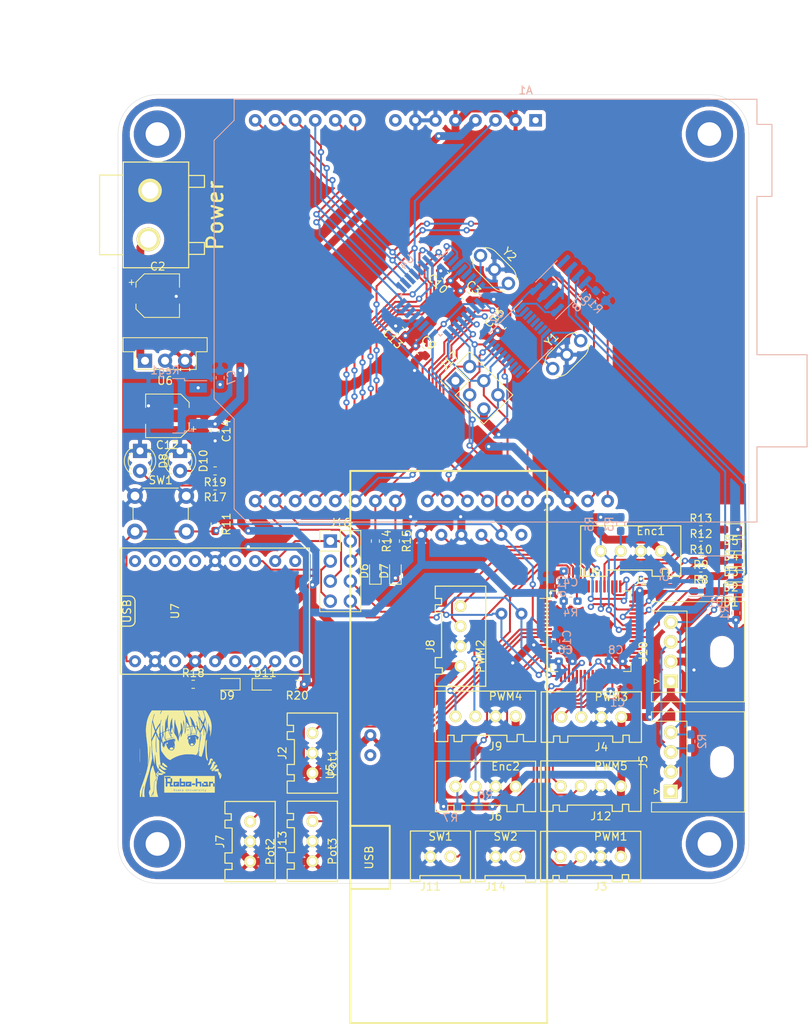
<source format=kicad_pcb>
(kicad_pcb (version 20171130) (host pcbnew "(5.1.5)-3")
  (layers (0 F.Cu signal) (31 B.Cu signal) (34 B.Paste user) (35 F.Paste user) (36 B.SilkS user) (37 F.SilkS user) (38 B.Mask user) (39 F.Mask user) (44 Edge.Cuts user))
  (net 0 "")
  (net 1 A5)
  (net 2 A4)
  (net 3 "Net-(A1-Pad1)")
  (net 4 D2)
  (net 5 +5V)
  (net 6 D3)
  (net 7 RST)
  (net 8 D4)
  (net 9 +3V3)
  (net 10 D5)
  (net 11 D6)
  (net 12 GND)
  (net 13 D7)
  (net 14 D8)
  (net 15 "Net-(A1-Pad8)")
  (net 16 D9)
  (net 17 A0)
  (net 18 CS)
  (net 19 A1)
  (net 20 D11)
  (net 21 A2)
  (net 22 D12)
  (net 23 A3)
  (net 24 D13)
  (net 25 D0)
  (net 26 D1)
  (net 27 "Net-(C1-Pad1)")
  (net 28 +12V)
  (net 29 "Net-(D1-Pad2)")
  (net 30 "Net-(D2-Pad2)")
  (net 31 "Net-(D3-Pad2)")
  (net 32 "Net-(D4-Pad2)")
  (net 33 "Net-(D5-Pad2)")
  (net 34 "Net-(D6-Pad2)")
  (net 35 "Net-(D7-Pad2)")
  (net 36 "Net-(D8-Pad2)")
  (net 37 RX_LED)
  (net 38 "Net-(D9-Pad2)")
  (net 39 "Net-(D10-Pad2)")
  (net 40 "Net-(D11-Pad2)")
  (net 41 TX_LED)
  (net 42 Enc1A)
  (net 43 Enc1B)
  (net 44 Pot1)
  (net 45 PWM1B)
  (net 46 PWM1A)
  (net 47 PWM3B)
  (net 48 PWM3A)
  (net 49 CAN_L)
  (net 50 CAN_H)
  (net 51 Enc2A)
  (net 52 Enc2B)
  (net 53 Pot2)
  (net 54 PWM2A)
  (net 55 PWM2B)
  (net 56 PWM4A)
  (net 57 PWM4B)
  (net 58 SW1)
  (net 59 PWM5B)
  (net 60 PWM5A)
  (net 61 Pot3)
  (net 62 SW2)
  (net 63 TXD)
  (net 64 RXD)
  (net 65 RX)
  (net 66 TX)
  (net 67 "Net-(R1-Pad1)")
  (net 68 "Net-(R4-Pad2)")
  (net 69 LED_CAN)
  (net 70 LED_R)
  (net 71 LED_G)
  (net 72 LED_B)
  (net 73 LED_W)
  (net 74 "Net-(R16-Pad1)")
  (net 75 CAN_TD)
  (net 76 CAN_RD)
  (net 77 "Net-(U1-Pad5)")
  (net 78 CAN_TD2)
  (net 79 CAN_RD2)
  (net 80 "Net-(U2-Pad3)")
  (net 81 "Net-(U2-Pad4)")
  (net 82 "Net-(U2-Pad5)")
  (net 83 "Net-(U2-Pad6)")
  (net 84 "Net-(U2-Pad7)")
  (net 85 Cry2-1)
  (net 86 Cry2-2)
  (net 87 "Net-(U2-Pad11)")
  (net 88 "Net-(U2-Pad12)")
  (net 89 "Net-(U2-Pad13)")
  (net 90 "Net-(U2-Pad15)")
  (net 91 "Net-(U3-Pad2)")
  (net 92 "Net-(U3-Pad3)")
  (net 93 "Net-(U3-Pad4)")
  (net 94 "Net-(U3-Pad5)")
  (net 95 "Net-(U3-Pad6)")
  (net 96 "Net-(U3-Pad11)")
  (net 97 "Net-(U3-Pad24)")
  (net 98 "Net-(U3-Pad25)")
  (net 99 "Net-(U3-Pad33)")
  (net 100 "Net-(U3-Pad34)")
  (net 101 "Net-(U3-Pad35)")
  (net 102 "Net-(U3-Pad36)")
  (net 103 "Net-(U3-Pad37)")
  (net 104 "Net-(U3-Pad38)")
  (net 105 "Net-(U3-Pad43)")
  (net 106 SWDIO)
  (net 107 SWCLK)
  (net 108 "Net-(U3-Pad50)")
  (net 109 "Net-(U3-Pad54)")
  (net 110 "Net-(U3-Pad55)")
  (net 111 "Net-(U3-Pad56)")
  (net 112 "Net-(U3-Pad57)")
  (net 113 Cry1)
  (net 114 Cry2)
  (net 115 "Net-(U4-Pad19)")
  (net 116 "Net-(U4-Pad22)")
  (net 117 "Net-(U5-Pad6)")
  (net 118 "Net-(U5-Pad14)")
  (net 119 "Net-(U7-Pad1)")
  (net 120 "Net-(U7-Pad4)")
  (net 121 "Net-(U7-Pad6)")
  (net 122 "Net-(U7-Pad7)")
  (net 123 "Net-(U7-Pad8)")
  (net 124 "Net-(U7-Pad9)")
  (net 125 "Net-(U7-Pad12)")
  (net 126 "Net-(U7-Pad15)")
  (net 127 "Net-(U7-Pad18)")
  (net 128 "Net-(U8-Pad5)")
  (module Logo_Niwa:@hahahahha_NNN_BW11 (layer F.Cu) (at 103.255 128.554)
    (fp_text reference G*** hide)
    (fp_text value LOGO hide)
  )
  (module Module:Arduino_UNO_R3 (layer B.Cu) (at 147.955 48.26 180)
    (fp_text reference A1 (at 1.27 3.81 180) (layer B.SilkS) (effects (justify mirror)))
    (fp_text value Arduino_UNO_R3)
    (pad 32 thru_hole oval (at -9.14 -48.26 90) (size 1.6 1.6) (drill 0.8) (layers *.Cu *.Mask) (net 1 A5))
    (pad 31 thru_hole oval (at -6.6 -48.26 90) (size 1.6 1.6) (drill 0.8) (layers *.Cu *.Mask) (net 2 A4))
    (pad 1 thru_hole rect (at 0 0 90) (size 1.6 1.6) (drill 0.8) (layers *.Cu *.Mask) (net 3 "Net-(A1-Pad1)"))
    (pad 17 thru_hole oval (at 30.48 -48.26 90) (size 1.6 1.6) (drill 0.8) (layers *.Cu *.Mask) (net 4 D2))
    (pad 2 thru_hole oval (at 2.54 0 90) (size 1.6 1.6) (drill 0.8) (layers *.Cu *.Mask) (net 5 +5V))
    (pad 18 thru_hole oval (at 27.94 -48.26 90) (size 1.6 1.6) (drill 0.8) (layers *.Cu *.Mask) (net 6 D3))
    (pad 3 thru_hole oval (at 5.08 0 90) (size 1.6 1.6) (drill 0.8) (layers *.Cu *.Mask) (net 7 RST))
    (pad 19 thru_hole oval (at 25.4 -48.26 90) (size 1.6 1.6) (drill 0.8) (layers *.Cu *.Mask) (net 8 D4))
    (pad 4 thru_hole oval (at 7.62 0 90) (size 1.6 1.6) (drill 0.8) (layers *.Cu *.Mask) (net 9 +3V3))
    (pad 20 thru_hole oval (at 22.86 -48.26 90) (size 1.6 1.6) (drill 0.8) (layers *.Cu *.Mask) (net 10 D5))
    (pad 5 thru_hole oval (at 10.16 0 90) (size 1.6 1.6) (drill 0.8) (layers *.Cu *.Mask) (net 5 +5V))
    (pad 21 thru_hole oval (at 20.32 -48.26 90) (size 1.6 1.6) (drill 0.8) (layers *.Cu *.Mask) (net 11 D6))
    (pad 6 thru_hole oval (at 12.7 0 90) (size 1.6 1.6) (drill 0.8) (layers *.Cu *.Mask) (net 12 GND))
    (pad 22 thru_hole oval (at 17.78 -48.26 90) (size 1.6 1.6) (drill 0.8) (layers *.Cu *.Mask) (net 13 D7))
    (pad 7 thru_hole oval (at 15.24 0 90) (size 1.6 1.6) (drill 0.8) (layers *.Cu *.Mask) (net 12 GND))
    (pad 23 thru_hole oval (at 13.72 -48.26 90) (size 1.6 1.6) (drill 0.8) (layers *.Cu *.Mask) (net 14 D8))
    (pad 8 thru_hole oval (at 17.78 0 90) (size 1.6 1.6) (drill 0.8) (layers *.Cu *.Mask) (net 15 "Net-(A1-Pad8)"))
    (pad 24 thru_hole oval (at 11.18 -48.26 90) (size 1.6 1.6) (drill 0.8) (layers *.Cu *.Mask) (net 16 D9))
    (pad 9 thru_hole oval (at 22.86 0 90) (size 1.6 1.6) (drill 0.8) (layers *.Cu *.Mask) (net 17 A0))
    (pad 25 thru_hole oval (at 8.64 -48.26 90) (size 1.6 1.6) (drill 0.8) (layers *.Cu *.Mask) (net 18 CS))
    (pad 10 thru_hole oval (at 25.4 0 90) (size 1.6 1.6) (drill 0.8) (layers *.Cu *.Mask) (net 19 A1))
    (pad 26 thru_hole oval (at 6.1 -48.26 90) (size 1.6 1.6) (drill 0.8) (layers *.Cu *.Mask) (net 20 D11))
    (pad 11 thru_hole oval (at 27.94 0 90) (size 1.6 1.6) (drill 0.8) (layers *.Cu *.Mask) (net 21 A2))
    (pad 27 thru_hole oval (at 3.56 -48.26 90) (size 1.6 1.6) (drill 0.8) (layers *.Cu *.Mask) (net 22 D12))
    (pad 12 thru_hole oval (at 30.48 0 90) (size 1.6 1.6) (drill 0.8) (layers *.Cu *.Mask) (net 23 A3))
    (pad 28 thru_hole oval (at 1.02 -48.26 90) (size 1.6 1.6) (drill 0.8) (layers *.Cu *.Mask) (net 24 D13))
    (pad 13 thru_hole oval (at 33.02 0 90) (size 1.6 1.6) (drill 0.8) (layers *.Cu *.Mask) (net 2 A4))
    (pad 29 thru_hole oval (at -1.52 -48.26 90) (size 1.6 1.6) (drill 0.8) (layers *.Cu *.Mask) (net 12 GND))
    (pad 14 thru_hole oval (at 35.56 0 90) (size 1.6 1.6) (drill 0.8) (layers *.Cu *.Mask) (net 1 A5))
    (pad 30 thru_hole oval (at -4.06 -48.26 90) (size 1.6 1.6) (drill 0.8) (layers *.Cu *.Mask) (net 5 +5V))
    (pad 15 thru_hole oval (at 35.56 -48.26 90) (size 1.6 1.6) (drill 0.8) (layers *.Cu *.Mask) (net 25 D0))
    (pad 16 thru_hole oval (at 33.02 -48.26 90) (size 1.6 1.6) (drill 0.8) (layers *.Cu *.Mask) (net 26 D1))
  )
  (module Capacitor_SMD:C_0603_1608Metric_Pad1.05x0.95mm_HandSolder (layer B.Cu) (at 158.355 120.65)
    (fp_text reference C1 (at 0 1.43 180) (layer B.SilkS) (effects (justify mirror)))
    (fp_text value 2.2uF)
    (pad 1 smd roundrect (at -0.875 0) (size 1.05 0.95) (layers B.Cu B.Paste B.Mask) (net 27 "Net-(C1-Pad1)"))
    (pad 2 smd roundrect (at 0.875 0) (size 1.05 0.95) (layers B.Cu B.Paste B.Mask) (net 12 GND))
  )
  (module Capacitor_SMD:CP_Elec_5x3 (layer F.Cu) (at 100.035 70.485)
    (fp_text reference C2 (at 0 -3.7) (layer F.SilkS))
    (fp_text value 100uF)
    (pad 1 smd roundrect (at -2.2 0) (size 3 1.6) (layers F.Cu F.Paste F.Mask) (roundrect_rratio 0.15625) (net 28 +12V))
    (pad 2 smd roundrect (at 2.2 0) (size 3 1.6) (layers F.Cu F.Paste F.Mask) (roundrect_rratio 0.15625) (net 12 GND))
  )
  (module Capacitor_SMD:C_0603_1608Metric_Pad1.05x0.95mm_HandSolder (layer F.Cu) (at 139.065 70.485 315)
    (fp_text reference C3 (at 0 -1.43 135) (layer F.SilkS))
    (fp_text value 0.1uF)
    (pad 2 smd roundrect (at 0.875 0 315) (size 1.05 0.95) (layers F.Cu F.Paste F.Mask) (net 12 GND))
    (pad 1 smd roundrect (at -0.875 0 315) (size 1.05 0.95) (layers F.Cu F.Paste F.Mask) (net 5 +5V))
  )
  (module Capacitor_SMD:C_0603_1608Metric_Pad1.05x0.95mm_HandSolder (layer B.Cu) (at 152.4 105.41)
    (fp_text reference C4 (at 0 1.43) (layer B.SilkS) (effects (justify mirror)))
    (fp_text value 0.1uF)
    (pad 1 smd roundrect (at -0.875 0) (size 1.05 0.95) (layers B.Cu B.Paste B.Mask) (net 9 +3V3))
    (pad 2 smd roundrect (at 0.875 0) (size 1.05 0.95) (layers B.Cu B.Paste B.Mask) (net 12 GND))
  )
  (module Capacitor_SMD:C_0603_1608Metric_Pad1.05x0.95mm_HandSolder (layer B.Cu) (at 165.735 105.805 270)
    (fp_text reference C5 (at 0 1.43 90) (layer B.SilkS) (effects (justify mirror)))
    (fp_text value 0.1uF)
    (pad 1 smd roundrect (at -0.875 0 270) (size 1.05 0.95) (layers B.Cu B.Paste B.Mask) (net 5 +5V))
    (pad 2 smd roundrect (at 0.875 0 270) (size 1.05 0.95) (layers B.Cu B.Paste B.Mask) (net 12 GND))
  )
  (module Capacitor_SMD:C_0603_1608Metric_Pad1.05x0.95mm_HandSolder (layer B.Cu) (at 151.765 116.84 180)
    (fp_text reference C6 (at 0 1.43) (layer B.SilkS) (effects (justify mirror)))
    (fp_text value 0.1uF)
    (pad 2 smd roundrect (at 0.875 0 180) (size 1.05 0.95) (layers B.Cu B.Paste B.Mask) (net 12 GND))
    (pad 1 smd roundrect (at -0.875 0 180) (size 1.05 0.95) (layers B.Cu B.Paste B.Mask) (net 9 +3V3))
  )
  (module Capacitor_SMD:C_0603_1608Metric_Pad1.05x0.95mm_HandSolder (layer B.Cu) (at 107.95 80.885 90)
    (fp_text reference C7 (at 0 1.43 90) (layer B.SilkS) (effects (justify mirror)))
    (fp_text value 0.1uF)
    (pad 2 smd roundrect (at 0.875 0 90) (size 1.05 0.95) (layers B.Cu B.Paste B.Mask) (net 12 GND))
    (pad 1 smd roundrect (at -0.875 0 90) (size 1.05 0.95) (layers B.Cu B.Paste B.Mask) (net 5 +5V))
  )
  (module Capacitor_SMD:C_0603_1608Metric_Pad1.05x0.95mm_HandSolder (layer B.Cu) (at 158.115 116.84 180)
    (fp_text reference C8 (at 0 1.43 180) (layer B.SilkS) (effects (justify mirror)))
    (fp_text value 0.1uF)
    (pad 1 smd roundrect (at -0.875 0 180) (size 1.05 0.95) (layers B.Cu B.Paste B.Mask) (net 9 +3V3))
    (pad 2 smd roundrect (at 0.875 0 180) (size 1.05 0.95) (layers B.Cu B.Paste B.Mask) (net 12 GND))
  )
  (module Capacitor_SMD:C_0603_1608Metric_Pad1.05x0.95mm_HandSolder (layer F.Cu) (at 133.35 77.47 315)
    (fp_text reference C9 (at 0 -1.43 135) (layer F.SilkS))
    (fp_text value 0.1uF)
    (pad 2 smd roundrect (at 0.875 0 315) (size 1.05 0.95) (layers F.Cu F.Paste F.Mask) (net 12 GND))
    (pad 1 smd roundrect (at -0.875 0 315) (size 1.05 0.95) (layers F.Cu F.Paste F.Mask) (net 5 +5V))
  )
  (module Capacitor_SMD:C_0603_1608Metric_Pad1.05x0.95mm_HandSolder (layer F.Cu) (at 136.541282 67.961282 135)
    (fp_text reference C10 (at 0 -1.43 135) (layer F.SilkS))
    (fp_text value 0.1uF)
    (pad 1 smd roundrect (at -0.875 0 135) (size 1.05 0.95) (layers F.Cu F.Paste F.Mask) (net 5 +5V))
    (pad 2 smd roundrect (at 0.875 0 135) (size 1.05 0.95) (layers F.Cu F.Paste F.Mask) (net 12 GND))
  )
  (module Capacitor_SMD:C_0603_1608Metric_Pad1.05x0.95mm_HandSolder (layer B.Cu) (at 150.495 114.3 90)
    (fp_text reference C11 (at 0 1.43 90) (layer B.SilkS) (effects (justify mirror)))
    (fp_text value 0.1uF)
    (pad 1 smd roundrect (at -0.875 0 90) (size 1.05 0.95) (layers B.Cu B.Paste B.Mask) (net 9 +3V3))
    (pad 2 smd roundrect (at 0.875 0 90) (size 1.05 0.95) (layers B.Cu B.Paste B.Mask) (net 12 GND))
  )
  (module Capacitor_SMD:CP_Elec_5x3 (layer F.Cu) (at 101.26 85.725 180)
    (fp_text reference C12 (at 0 -3.7) (layer F.SilkS))
    (fp_text value 100uF)
    (pad 2 smd roundrect (at 2.2 0 180) (size 3 1.6) (layers F.Cu F.Paste F.Mask) (roundrect_rratio 0.15625) (net 12 GND))
    (pad 1 smd roundrect (at -2.2 0 180) (size 3 1.6) (layers F.Cu F.Paste F.Mask) (roundrect_rratio 0.15625) (net 5 +5V))
  )
  (module Capacitor_SMD:C_0603_1608Metric_Pad1.05x0.95mm_HandSolder (layer F.Cu) (at 130.826282 74.946282 135)
    (fp_text reference C13 (at 0 -1.43 135) (layer F.SilkS))
    (fp_text value 0.1uF)
    (pad 2 smd roundrect (at 0.875 0 135) (size 1.05 0.95) (layers F.Cu F.Paste F.Mask) (net 12 GND))
    (pad 1 smd roundrect (at -0.875 0 135) (size 1.05 0.95) (layers F.Cu F.Paste F.Mask) (net 5 +5V))
  )
  (module Capacitor_SMD:C_0603_1608Metric_Pad1.05x0.95mm_HandSolder (layer F.Cu) (at 107.315 87.63 270)
    (fp_text reference C14 (at 0 -1.43 90) (layer F.SilkS))
    (fp_text value 0.1uF)
    (pad 2 smd roundrect (at 0.875 0 270) (size 1.05 0.95) (layers F.Cu F.Paste F.Mask) (net 12 GND))
    (pad 1 smd roundrect (at -0.875 0 270) (size 1.05 0.95) (layers F.Cu F.Paste F.Mask) (net 9 +3V3))
  )
  (module Capacitor_SMD:C_0603_1608Metric_Pad1.05x0.95mm_HandSolder (layer F.Cu) (at 143.75 74.295 45)
    (fp_text reference C15 (at 0 -1.43 45) (layer F.SilkS))
    (fp_text value 0.1uF)
    (pad 2 smd roundrect (at 0.875 0 45) (size 1.05 0.95) (layers F.Cu F.Paste F.Mask) (net 12 GND))
    (pad 1 smd roundrect (at -0.875 0 45) (size 1.05 0.95) (layers F.Cu F.Paste F.Mask) (net 5 +5V))
  )
  (module Capacitor_SMD:C_0603_1608Metric_Pad1.05x0.95mm_HandSolder (layer B.Cu) (at 149.86 107.315 90)
    (fp_text reference C16 (at 0 1.43 90) (layer B.SilkS) (effects (justify mirror)))
    (fp_text value 0.1uF)
    (pad 1 smd roundrect (at -0.875 0 90) (size 1.05 0.95) (layers B.Cu B.Paste B.Mask) (net 9 +3V3))
    (pad 2 smd roundrect (at 0.875 0 90) (size 1.05 0.95) (layers B.Cu B.Paste B.Mask) (net 12 GND))
  )
  (module LED_SMD:LED_0603_1608Metric_Pad1.05x0.95mm_HandSolder (layer F.Cu) (at 172.72 107.95 180)
    (fp_text reference D1 (at 0 -1.43) (layer F.SilkS))
    (fp_text value CAN)
    (pad 1 smd roundrect (at -0.875 0 180) (size 1.05 0.95) (layers F.Cu F.Paste F.Mask) (net 12 GND))
    (pad 2 smd roundrect (at 0.875 0 180) (size 1.05 0.95) (layers F.Cu F.Paste F.Mask) (net 29 "Net-(D1-Pad2)"))
  )
  (module LED_SMD:LED_0603_1608Metric_Pad1.05x0.95mm_HandSolder (layer F.Cu) (at 172.72 106.045 180)
    (fp_text reference D2 (at 0 -1.43) (layer F.SilkS))
    (fp_text value R)
    (pad 1 smd roundrect (at -0.875 0 180) (size 1.05 0.95) (layers F.Cu F.Paste F.Mask) (net 12 GND))
    (pad 2 smd roundrect (at 0.875 0 180) (size 1.05 0.95) (layers F.Cu F.Paste F.Mask) (net 30 "Net-(D2-Pad2)"))
  )
  (module LED_SMD:LED_0603_1608Metric_Pad1.05x0.95mm_HandSolder (layer F.Cu) (at 172.72 104.102 180)
    (fp_text reference D3 (at 0 -1.43) (layer F.SilkS))
    (fp_text value G)
    (pad 2 smd roundrect (at 0.875 0 180) (size 1.05 0.95) (layers F.Cu F.Paste F.Mask) (net 31 "Net-(D3-Pad2)"))
    (pad 1 smd roundrect (at -0.875 0 180) (size 1.05 0.95) (layers F.Cu F.Paste F.Mask) (net 12 GND))
  )
  (module LED_SMD:LED_0603_1608Metric_Pad1.05x0.95mm_HandSolder (layer F.Cu) (at 172.739 102.1208 180)
    (fp_text reference D4 (at 0 -1.43) (layer F.SilkS))
    (fp_text value B)
    (pad 1 smd roundrect (at -0.875 0 180) (size 1.05 0.95) (layers F.Cu F.Paste F.Mask) (net 12 GND))
    (pad 2 smd roundrect (at 0.875 0 180) (size 1.05 0.95) (layers F.Cu F.Paste F.Mask) (net 32 "Net-(D4-Pad2)"))
  )
  (module LED_SMD:LED_0603_1608Metric_Pad1.05x0.95mm_HandSolder (layer F.Cu) (at 172.739 100.1396 180)
    (fp_text reference D5 (at 0 -1.43) (layer F.SilkS))
    (fp_text value W)
    (pad 2 smd roundrect (at 0.875 0 180) (size 1.05 0.95) (layers F.Cu F.Paste F.Mask) (net 33 "Net-(D5-Pad2)"))
    (pad 1 smd roundrect (at -0.875 0 180) (size 1.05 0.95) (layers F.Cu F.Paste F.Mask) (net 12 GND))
  )
  (module LED_SMD:LED_0603_1608Metric_Pad1.05x0.95mm_HandSolder (layer F.Cu) (at 127.635 105.41 90)
    (fp_text reference D6 (at 0 -1.43 90) (layer F.SilkS))
    (fp_text value CAN)
    (pad 2 smd roundrect (at 0.875 0 90) (size 1.05 0.95) (layers F.Cu F.Paste F.Mask) (net 34 "Net-(D6-Pad2)"))
    (pad 1 smd roundrect (at -0.875 0 90) (size 1.05 0.95) (layers F.Cu F.Paste F.Mask) (net 12 GND))
  )
  (module LED_SMD:LED_0603_1608Metric_Pad1.05x0.95mm_HandSolder (layer F.Cu) (at 130.175 105.41 90)
    (fp_text reference D7 (at 0 -1.43 90) (layer F.SilkS))
    (fp_text value PS)
    (pad 1 smd roundrect (at -0.875 0 90) (size 1.05 0.95) (layers F.Cu F.Paste F.Mask) (net 12 GND))
    (pad 2 smd roundrect (at 0.875 0 90) (size 1.05 0.95) (layers F.Cu F.Paste F.Mask) (net 35 "Net-(D7-Pad2)"))
  )
  (module LED_THT:LED_D3.0mm (layer F.Cu) (at 97.79 90.17 270)
    (fp_text reference D8 (at 1.27 -2.96 90) (layer F.SilkS))
    (fp_text value +3.3V)
    (pad 1 thru_hole rect (at 0 0 270) (size 1.8 1.8) (drill 0.9) (layers *.Cu *.Mask) (net 12 GND))
    (pad 2 thru_hole circle (at 2.54 0 270) (size 1.8 1.8) (drill 0.9) (layers *.Cu *.Mask) (net 36 "Net-(D8-Pad2)"))
  )
  (module LED_SMD:LED_0603_1608Metric_Pad1.05x0.95mm_HandSolder (layer F.Cu) (at 108.825 119.761 180)
    (fp_text reference D9 (at 0 -1.43) (layer F.SilkS))
    (fp_text value RX)
    (pad 1 smd roundrect (at -0.875 0 180) (size 1.05 0.95) (layers F.Cu F.Paste F.Mask) (net 37 RX_LED))
    (pad 2 smd roundrect (at 0.875 0 180) (size 1.05 0.95) (layers F.Cu F.Paste F.Mask) (net 38 "Net-(D9-Pad2)"))
  )
  (module LED_THT:LED_D3.0mm (layer F.Cu) (at 102.87 90.17 270)
    (fp_text reference D10 (at 1.27 -2.96 90) (layer F.SilkS))
    (fp_text value +5V)
    (pad 2 thru_hole circle (at 2.54 0 270) (size 1.8 1.8) (drill 0.9) (layers *.Cu *.Mask) (net 39 "Net-(D10-Pad2)"))
    (pad 1 thru_hole rect (at 0 0 270) (size 1.8 1.8) (drill 0.9) (layers *.Cu *.Mask) (net 12 GND))
  )
  (module LED_SMD:LED_0603_1608Metric_Pad1.05x0.95mm_HandSolder (layer F.Cu) (at 113.665 119.761)
    (fp_text reference D11 (at 0 -1.43) (layer F.SilkS))
    (fp_text value TX)
    (pad 2 smd roundrect (at 0.875 0) (size 1.05 0.95) (layers F.Cu F.Paste F.Mask) (net 40 "Net-(D11-Pad2)"))
    (pad 1 smd roundrect (at -0.875 0) (size 1.05 0.95) (layers F.Cu F.Paste F.Mask) (net 41 TX_LED))
  )
  (module RobohanJST:XA_4 (layer F.Cu) (at 163.83 102.87 180)
    (fp_text reference J1 (at 2.54 -3.81) (layer F.SilkS))
    (fp_text value Enc1 (at 1.27 2.54) (layer F.SilkS))
    (pad 1 thru_hole circle (at 0 0 180) (size 1.5 1.5) (drill 0.9) (layers *.Cu *.Mask F.SilkS) (net 5 +5V))
    (pad 2 thru_hole circle (at 2.54 0 180) (size 1.5 1.5) (drill 0.9) (layers *.Cu *.Mask F.SilkS) (net 12 GND))
    (pad 3 thru_hole circle (at 5.08 0 180) (size 1.5 1.5) (drill 0.9) (layers *.Cu *.Mask F.SilkS) (net 42 Enc1A))
    (pad 4 thru_hole circle (at 7.62 0 180) (size 1.5 1.5) (drill 0.9) (layers *.Cu *.Mask F.SilkS) (net 43 Enc1B))
  )
  (module RobohanJST:XA_3 (layer F.Cu) (at 119.653 131.026 90)
    (fp_text reference J2 (at 2.54 -3.81 90) (layer F.SilkS))
    (fp_text value Pot1 (at 1.27 2.54 90) (layer F.SilkS))
    (pad 1 thru_hole circle (at 0 0 90) (size 1.5 1.5) (drill 0.9) (layers *.Cu *.Mask F.SilkS) (net 9 +3V3))
    (pad 2 thru_hole circle (at 2.54 0 90) (size 1.5 1.5) (drill 0.9) (layers *.Cu *.Mask F.SilkS) (net 12 GND))
    (pad 3 thru_hole circle (at 5.08 0 90) (size 1.5 1.5) (drill 0.9) (layers *.Cu *.Mask F.SilkS) (net 44 Pot1))
  )
  (module RobohanJST:XA_4 (layer F.Cu) (at 158.75 141.605 180)
    (fp_text reference J3 (at 2.54 -3.81) (layer F.SilkS))
    (fp_text value PWM1 (at 1.27 2.54) (layer F.SilkS))
    (pad 4 thru_hole circle (at 7.62 0 180) (size 1.5 1.5) (drill 0.9) (layers *.Cu *.Mask F.SilkS) (net 45 PWM1B))
    (pad 3 thru_hole circle (at 5.08 0 180) (size 1.5 1.5) (drill 0.9) (layers *.Cu *.Mask F.SilkS) (net 46 PWM1A))
    (pad 2 thru_hole circle (at 2.54 0 180) (size 1.5 1.5) (drill 0.9) (layers *.Cu *.Mask F.SilkS) (net 12 GND))
    (pad 1 thru_hole circle (at 0 0 180) (size 1.5 1.5) (drill 0.9) (layers *.Cu *.Mask F.SilkS) (net 5 +5V))
  )
  (module RobohanJST:XA_4 (layer F.Cu) (at 158.8325 123.914 180)
    (fp_text reference J4 (at 2.54 -3.81) (layer F.SilkS))
    (fp_text value PWM3 (at 1.27 2.54) (layer F.SilkS))
    (pad 4 thru_hole circle (at 7.62 0 180) (size 1.5 1.5) (drill 0.9) (layers *.Cu *.Mask F.SilkS) (net 47 PWM3B))
    (pad 3 thru_hole circle (at 5.08 0 180) (size 1.5 1.5) (drill 0.9) (layers *.Cu *.Mask F.SilkS) (net 48 PWM3A))
    (pad 2 thru_hole circle (at 2.54 0 180) (size 1.5 1.5) (drill 0.9) (layers *.Cu *.Mask F.SilkS) (net 12 GND))
    (pad 1 thru_hole circle (at 0 0 180) (size 1.5 1.5) (drill 0.9) (layers *.Cu *.Mask F.SilkS) (net 5 +5V))
  )
  (module RobohanJST:XA_4_Angled (layer F.Cu) (at 165.1 133.35 90)
    (fp_text reference J5 (at 3.75 -3.5 90) (layer F.SilkS))
    (fp_text value CAN)
    (pad "" np_thru_hole oval (at 3.75 6.5 90) (size 3 2) (drill oval 3 2) (layers *.Cu))
    (pad 4 thru_hole circle (at 7.5 0 90) (size 1.75 1.75) (drill 1) (layers *.Cu *.Mask F.SilkS) (net 49 CAN_L))
    (pad 3 thru_hole circle (at 5 0 90) (size 1.75 1.75) (drill 1) (layers *.Cu *.Mask F.SilkS) (net 50 CAN_H))
    (pad 2 thru_hole circle (at 2.5 0 90) (size 1.75 1.75) (drill 1) (layers *.Cu *.Mask F.SilkS) (net 12 GND))
    (pad 1 thru_hole rect (at 0 0 90) (size 1.75 1.75) (drill 1) (layers *.Cu *.Mask F.SilkS) (net 5 +5V))
  )
  (module RobohanJST:XA_4 (layer F.Cu) (at 145.415 132.715 180)
    (fp_text reference J6 (at 2.54 -3.81) (layer F.SilkS))
    (fp_text value Enc2 (at 1.27 2.54) (layer F.SilkS))
    (pad 1 thru_hole circle (at 0 0 180) (size 1.5 1.5) (drill 0.9) (layers *.Cu *.Mask F.SilkS) (net 5 +5V))
    (pad 2 thru_hole circle (at 2.54 0 180) (size 1.5 1.5) (drill 0.9) (layers *.Cu *.Mask F.SilkS) (net 12 GND))
    (pad 3 thru_hole circle (at 5.08 0 180) (size 1.5 1.5) (drill 0.9) (layers *.Cu *.Mask F.SilkS) (net 51 Enc2A))
    (pad 4 thru_hole circle (at 7.62 0 180) (size 1.5 1.5) (drill 0.9) (layers *.Cu *.Mask F.SilkS) (net 52 Enc2B))
  )
  (module RobohanJST:XA_3 (layer F.Cu) (at 111.76 142.24 90)
    (fp_text reference J7 (at 2.54 -3.81 90) (layer F.SilkS))
    (fp_text value Pot2 (at 1.27 2.54 90) (layer F.SilkS))
    (pad 3 thru_hole circle (at 5.08 0 90) (size 1.5 1.5) (drill 0.9) (layers *.Cu *.Mask F.SilkS) (net 53 Pot2))
    (pad 2 thru_hole circle (at 2.54 0 90) (size 1.5 1.5) (drill 0.9) (layers *.Cu *.Mask F.SilkS) (net 12 GND))
    (pad 1 thru_hole circle (at 0 0 90) (size 1.5 1.5) (drill 0.9) (layers *.Cu *.Mask F.SilkS) (net 9 +3V3))
  )
  (module RobohanJST:XA_4 (layer F.Cu) (at 138.43 117.475 90)
    (fp_text reference J8 (at 2.54 -3.81 90) (layer F.SilkS))
    (fp_text value PWM2 (at 1.27 2.54 90) (layer F.SilkS))
    (pad 1 thru_hole circle (at 0 0 90) (size 1.5 1.5) (drill 0.9) (layers *.Cu *.Mask F.SilkS) (net 5 +5V))
    (pad 2 thru_hole circle (at 2.54 0 90) (size 1.5 1.5) (drill 0.9) (layers *.Cu *.Mask F.SilkS) (net 12 GND))
    (pad 3 thru_hole circle (at 5.08 0 90) (size 1.5 1.5) (drill 0.9) (layers *.Cu *.Mask F.SilkS) (net 54 PWM2A))
    (pad 4 thru_hole circle (at 7.62 0 90) (size 1.5 1.5) (drill 0.9) (layers *.Cu *.Mask F.SilkS) (net 55 PWM2B))
  )
  (module RobohanJST:XA_4 (layer F.Cu) (at 145.415 123.825 180)
    (fp_text reference J9 (at 2.54 -3.81) (layer F.SilkS))
    (fp_text value PWM4 (at 1.27 2.54) (layer F.SilkS))
    (pad 1 thru_hole circle (at 0 0 180) (size 1.5 1.5) (drill 0.9) (layers *.Cu *.Mask F.SilkS) (net 5 +5V))
    (pad 2 thru_hole circle (at 2.54 0 180) (size 1.5 1.5) (drill 0.9) (layers *.Cu *.Mask F.SilkS) (net 12 GND))
    (pad 3 thru_hole circle (at 5.08 0 180) (size 1.5 1.5) (drill 0.9) (layers *.Cu *.Mask F.SilkS) (net 56 PWM4A))
    (pad 4 thru_hole circle (at 7.62 0 180) (size 1.5 1.5) (drill 0.9) (layers *.Cu *.Mask F.SilkS) (net 57 PWM4B))
  )
  (module RobohanJST:XA_4_Angled (layer F.Cu) (at 165.1 119.38 90)
    (fp_text reference J10 (at 3.75 -3.5 90) (layer F.SilkS))
    (fp_text value CAN)
    (pad 1 thru_hole rect (at 0 0 90) (size 1.75 1.75) (drill 1) (layers *.Cu *.Mask F.SilkS) (net 5 +5V))
    (pad 2 thru_hole circle (at 2.5 0 90) (size 1.75 1.75) (drill 1) (layers *.Cu *.Mask F.SilkS) (net 12 GND))
    (pad 3 thru_hole circle (at 5 0 90) (size 1.75 1.75) (drill 1) (layers *.Cu *.Mask F.SilkS) (net 50 CAN_H))
    (pad 4 thru_hole circle (at 7.5 0 90) (size 1.75 1.75) (drill 1) (layers *.Cu *.Mask F.SilkS) (net 49 CAN_L))
    (pad "" np_thru_hole oval (at 3.75 6.5 90) (size 3 2) (drill oval 3 2) (layers *.Cu))
  )
  (module RobohanJST:XA_2 (layer F.Cu) (at 137.16 141.605 180)
    (fp_text reference J11 (at 2.54 -3.81) (layer F.SilkS))
    (fp_text value SW1 (at 1.27 2.54) (layer F.SilkS))
    (pad 1 thru_hole circle (at 0 0 180) (size 1.5 1.5) (drill 0.9) (layers *.Cu *.Mask F.SilkS) (net 58 SW1))
    (pad 2 thru_hole circle (at 2.54 0 180) (size 1.5 1.5) (drill 0.9) (layers *.Cu *.Mask F.SilkS) (net 12 GND))
  )
  (module RobohanJST:XA_4 (layer F.Cu) (at 158.769 132.677 180)
    (fp_text reference J12 (at 2.54 -3.81) (layer F.SilkS))
    (fp_text value PWM5 (at 1.27 2.54) (layer F.SilkS))
    (pad 4 thru_hole circle (at 7.62 0 180) (size 1.5 1.5) (drill 0.9) (layers *.Cu *.Mask F.SilkS) (net 59 PWM5B))
    (pad 3 thru_hole circle (at 5.08 0 180) (size 1.5 1.5) (drill 0.9) (layers *.Cu *.Mask F.SilkS) (net 60 PWM5A))
    (pad 2 thru_hole circle (at 2.54 0 180) (size 1.5 1.5) (drill 0.9) (layers *.Cu *.Mask F.SilkS) (net 12 GND))
    (pad 1 thru_hole circle (at 0 0 180) (size 1.5 1.5) (drill 0.9) (layers *.Cu *.Mask F.SilkS) (net 5 +5V))
  )
  (module RobohanJST:XA_3 (layer F.Cu) (at 119.653 142.202 90)
    (fp_text reference J13 (at 2.54 -3.81 90) (layer F.SilkS))
    (fp_text value Pot3 (at 1.27 2.54 90) (layer F.SilkS))
    (pad 1 thru_hole circle (at 0 0 90) (size 1.5 1.5) (drill 0.9) (layers *.Cu *.Mask F.SilkS) (net 9 +3V3))
    (pad 2 thru_hole circle (at 2.54 0 90) (size 1.5 1.5) (drill 0.9) (layers *.Cu *.Mask F.SilkS) (net 12 GND))
    (pad 3 thru_hole circle (at 5.08 0 90) (size 1.5 1.5) (drill 0.9) (layers *.Cu *.Mask F.SilkS) (net 61 Pot3))
  )
  (module RobohanJST:XA_2 (layer F.Cu) (at 145.415 141.605 180)
    (fp_text reference J14 (at 2.54 -3.81) (layer F.SilkS))
    (fp_text value SW2 (at 1.27 2.54) (layer F.SilkS))
    (pad 2 thru_hole circle (at 2.54 0 180) (size 1.5 1.5) (drill 0.9) (layers *.Cu *.Mask F.SilkS) (net 12 GND))
    (pad 1 thru_hole circle (at 0 0 180) (size 1.5 1.5) (drill 0.9) (layers *.Cu *.Mask F.SilkS) (net 62 SW2))
  )
  (module RobohanJST:VL_2 (layer F.Cu) (at 99.06 60.25 90)
    (fp_text reference J15 hide)
    (fp_text value Power (at -0.075 8.255 90) (layer F.SilkS) (effects (font (size 2 2) (thickness 0.3))))
    (pad 1 thru_hole circle (at -3.1 -0.2 90) (size 3 3) (drill 2.1) (layers *.Cu *.Mask F.SilkS) (net 28 +12V))
    (pad 2 thru_hole circle (at 3.1 0 90) (size 3 3) (drill 2.1) (layers *.Cu *.Mask F.SilkS) (net 12 GND))
  )
  (module Resistor_SMD:R_0603_1608Metric_Pad1.05x0.95mm_HandSolder (layer B.Cu) (at 173.355 110.73 270)
    (fp_text reference R1 (at 0 1.43 90) (layer B.SilkS) (effects (justify mirror)))
    (fp_text value 10kR)
    (pad 1 smd roundrect (at -0.875 0 270) (size 1.05 0.95) (layers B.Cu B.Paste B.Mask) (net 67 "Net-(R1-Pad1)"))
    (pad 2 smd roundrect (at 0.875 0 270) (size 1.05 0.95) (layers B.Cu B.Paste B.Mask) (net 12 GND))
  )
  (module Resistor_SMD:R_0603_1608Metric_Pad1.05x0.95mm_HandSolder (layer B.Cu) (at 167.64 127 90)
    (fp_text reference R2 (at 0 1.43 90) (layer B.SilkS) (effects (justify mirror)))
    (fp_text value 470R)
    (pad 1 smd roundrect (at -0.875 0 90) (size 1.05 0.95) (layers B.Cu B.Paste B.Mask) (net 50 CAN_H))
    (pad 2 smd roundrect (at 0.875 0 90) (size 1.05 0.95) (layers B.Cu B.Paste B.Mask) (net 49 CAN_L))
  )
  (module Resistor_SMD:R_0603_1608Metric_Pad1.05x0.95mm_HandSolder (layer B.Cu) (at 158.75 99.455 270)
    (fp_text reference R3 (at 0 1.43 90) (layer B.SilkS) (effects (justify mirror)))
    (fp_text value 10kR)
    (pad 2 smd roundrect (at 0.875 0 270) (size 1.05 0.95) (layers B.Cu B.Paste B.Mask) (net 42 Enc1A))
    (pad 1 smd roundrect (at -0.875 0 270) (size 1.05 0.95) (layers B.Cu B.Paste B.Mask) (net 5 +5V))
  )
  (module Resistor_SMD:R_0603_1608Metric_Pad1.05x0.95mm_HandSolder (layer B.Cu) (at 152.4 109.22)
    (fp_text reference R4 (at 0 1.43) (layer B.SilkS) (effects (justify mirror)))
    (fp_text value 10kR)
    (pad 2 smd roundrect (at 0.875 0) (size 1.05 0.95) (layers B.Cu B.Paste B.Mask) (net 68 "Net-(R4-Pad2)"))
    (pad 1 smd roundrect (at -0.875 0) (size 1.05 0.95) (layers B.Cu B.Paste B.Mask) (net 12 GND))
  )
  (module Resistor_SMD:R_0603_1608Metric_Pad1.05x0.95mm_HandSolder (layer B.Cu) (at 156.21 99.455 270)
    (fp_text reference R5 (at 0 1.43 90) (layer B.SilkS) (effects (justify mirror)))
    (fp_text value 10kR)
    (pad 1 smd roundrect (at -0.875 0 270) (size 1.05 0.95) (layers B.Cu B.Paste B.Mask) (net 5 +5V))
    (pad 2 smd roundrect (at 0.875 0 270) (size 1.05 0.95) (layers B.Cu B.Paste B.Mask) (net 43 Enc1B))
  )
  (module Resistor_SMD:R_0603_1608Metric_Pad1.05x0.95mm_HandSolder (layer B.Cu) (at 141.605 135.255 180)
    (fp_text reference R6 (at 0 1.43) (layer B.SilkS) (effects (justify mirror)))
    (fp_text value 10kR)
    (pad 1 smd roundrect (at -0.875 0 180) (size 1.05 0.95) (layers B.Cu B.Paste B.Mask) (net 5 +5V))
    (pad 2 smd roundrect (at 0.875 0 180) (size 1.05 0.95) (layers B.Cu B.Paste B.Mask) (net 51 Enc2A))
  )
  (module Resistor_SMD:R_0603_1608Metric_Pad1.05x0.95mm_HandSolder (layer B.Cu) (at 137.16 135.255)
    (fp_text reference R7 (at 0 1.43) (layer B.SilkS) (effects (justify mirror)))
    (fp_text value 10kR)
    (pad 1 smd roundrect (at -0.875 0) (size 1.05 0.95) (layers B.Cu B.Paste B.Mask) (net 5 +5V))
    (pad 2 smd roundrect (at 0.875 0) (size 1.05 0.95) (layers B.Cu B.Paste B.Mask) (net 52 Enc2B))
  )
  (module Resistor_SMD:R_0603_1608Metric_Pad1.05x0.95mm_HandSolder (layer F.Cu) (at 168.91 107.95)
    (fp_text reference R8 (at 0 -1.43) (layer F.SilkS))
    (fp_text value 470R)
    (pad 2 smd roundrect (at 0.875 0) (size 1.05 0.95) (layers F.Cu F.Paste F.Mask) (net 29 "Net-(D1-Pad2)"))
    (pad 1 smd roundrect (at -0.875 0) (size 1.05 0.95) (layers F.Cu F.Paste F.Mask) (net 69 LED_CAN))
  )
  (module Resistor_SMD:R_0603_1608Metric_Pad1.05x0.95mm_HandSolder (layer F.Cu) (at 168.91 106.045)
    (fp_text reference R9 (at 0 -1.43) (layer F.SilkS))
    (fp_text value 470R)
    (pad 1 smd roundrect (at -0.875 0) (size 1.05 0.95) (layers F.Cu F.Paste F.Mask) (net 70 LED_R))
    (pad 2 smd roundrect (at 0.875 0) (size 1.05 0.95) (layers F.Cu F.Paste F.Mask) (net 30 "Net-(D2-Pad2)"))
  )
  (module Resistor_SMD:R_0603_1608Metric_Pad1.05x0.95mm_HandSolder (layer F.Cu) (at 168.915 104.102)
    (fp_text reference R10 (at 0 -1.43) (layer F.SilkS))
    (fp_text value 470R)
    (pad 2 smd roundrect (at 0.875 0) (size 1.05 0.95) (layers F.Cu F.Paste F.Mask) (net 31 "Net-(D3-Pad2)"))
    (pad 1 smd roundrect (at -0.875 0) (size 1.05 0.95) (layers F.Cu F.Paste F.Mask) (net 71 LED_G))
  )
  (module Resistor_SMD:R_0603_1608Metric_Pad1.05x0.95mm_HandSolder (layer F.Cu) (at 107.315 99.455 270)
    (fp_text reference R11 (at 0 -1.43 90) (layer F.SilkS))
    (fp_text value 10kR)
    (pad 2 smd roundrect (at 0.875 0 270) (size 1.05 0.95) (layers F.Cu F.Paste F.Mask) (net 7 RST))
    (pad 1 smd roundrect (at -0.875 0 270) (size 1.05 0.95) (layers F.Cu F.Paste F.Mask) (net 9 +3V3))
  )
  (module Resistor_SMD:R_0603_1608Metric_Pad1.05x0.95mm_HandSolder (layer F.Cu) (at 168.929 102.1208)
    (fp_text reference R12 (at 0 -1.43) (layer F.SilkS))
    (fp_text value 470R)
    (pad 1 smd roundrect (at -0.875 0) (size 1.05 0.95) (layers F.Cu F.Paste F.Mask) (net 72 LED_B))
    (pad 2 smd roundrect (at 0.875 0) (size 1.05 0.95) (layers F.Cu F.Paste F.Mask) (net 32 "Net-(D4-Pad2)"))
  )
  (module Resistor_SMD:R_0603_1608Metric_Pad1.05x0.95mm_HandSolder (layer F.Cu) (at 168.91 100.165)
    (fp_text reference R13 (at 0 -1.43) (layer F.SilkS))
    (fp_text value 470R)
    (pad 2 smd roundrect (at 0.875 0) (size 1.05 0.95) (layers F.Cu F.Paste F.Mask) (net 33 "Net-(D5-Pad2)"))
    (pad 1 smd roundrect (at -0.875 0) (size 1.05 0.95) (layers F.Cu F.Paste F.Mask) (net 73 LED_W))
  )
  (module Resistor_SMD:R_0603_1608Metric_Pad1.05x0.95mm_HandSolder (layer F.Cu) (at 127.635 101.6 270)
    (fp_text reference R14 (at 0 -1.43 90) (layer F.SilkS))
    (fp_text value 470R)
    (pad 2 smd roundrect (at 0.875 0 270) (size 1.05 0.95) (layers F.Cu F.Paste F.Mask) (net 34 "Net-(D6-Pad2)"))
    (pad 1 smd roundrect (at -0.875 0 270) (size 1.05 0.95) (layers F.Cu F.Paste F.Mask) (net 11 D6))
  )
  (module Resistor_SMD:R_0603_1608Metric_Pad1.05x0.95mm_HandSolder (layer F.Cu) (at 130.175 101.6 270)
    (fp_text reference R15 (at 0 -1.43 90) (layer F.SilkS))
    (fp_text value 470R)
    (pad 1 smd roundrect (at -0.875 0 270) (size 1.05 0.95) (layers F.Cu F.Paste F.Mask) (net 13 D7))
    (pad 2 smd roundrect (at 0.875 0 270) (size 1.05 0.95) (layers F.Cu F.Paste F.Mask) (net 35 "Net-(D7-Pad2)"))
  )
  (module Resistor_SMD:R_0603_1608Metric_Pad1.05x0.95mm_HandSolder (layer B.Cu) (at 156.21 70.485 315)
    (fp_text reference R16 (at 0 1.43 315) (layer B.SilkS) (effects (justify mirror)))
    (fp_text value 10kR)
    (pad 2 smd roundrect (at 0.875 0 315) (size 1.05 0.95) (layers B.Cu B.Paste B.Mask) (net 12 GND))
    (pad 1 smd roundrect (at -0.875 0 315) (size 1.05 0.95) (layers B.Cu B.Paste B.Mask) (net 74 "Net-(R16-Pad1)"))
  )
  (module Resistor_SMD:R_0603_1608Metric_Pad1.05x0.95mm_HandSolder (layer F.Cu) (at 107.315 94.615 180)
    (fp_text reference R17 (at 0 -1.43) (layer F.SilkS))
    (fp_text value 470R)
    (pad 1 smd roundrect (at -0.875 0 180) (size 1.05 0.95) (layers F.Cu F.Paste F.Mask) (net 9 +3V3))
    (pad 2 smd roundrect (at 0.875 0 180) (size 1.05 0.95) (layers F.Cu F.Paste F.Mask) (net 36 "Net-(D8-Pad2)"))
  )
  (module Resistor_SMD:R_0603_1608Metric_Pad1.05x0.95mm_HandSolder (layer F.Cu) (at 104.535 119.761)
    (fp_text reference R18 (at 0 -1.43) (layer F.SilkS))
    (fp_text value 470R)
    (pad 2 smd roundrect (at 0.875 0) (size 1.05 0.95) (layers F.Cu F.Paste F.Mask) (net 38 "Net-(D9-Pad2)"))
    (pad 1 smd roundrect (at -0.875 0) (size 1.05 0.95) (layers F.Cu F.Paste F.Mask) (net 9 +3V3))
  )
  (module Resistor_SMD:R_0603_1608Metric_Pad1.05x0.95mm_HandSolder (layer F.Cu) (at 107.315 92.71 180)
    (fp_text reference R19 (at 0 -1.43) (layer F.SilkS))
    (fp_text value 1kR)
    (pad 2 smd roundrect (at 0.875 0 180) (size 1.05 0.95) (layers F.Cu F.Paste F.Mask) (net 39 "Net-(D10-Pad2)"))
    (pad 1 smd roundrect (at -0.875 0 180) (size 1.05 0.95) (layers F.Cu F.Paste F.Mask) (net 5 +5V))
  )
  (module Resistor_SMD:R_0603_1608Metric_Pad1.05x0.95mm_HandSolder (layer F.Cu) (at 117.715 119.761 180)
    (fp_text reference R20 (at 0 -1.43) (layer F.SilkS))
    (fp_text value 470R)
    (pad 1 smd roundrect (at -0.875 0 180) (size 1.05 0.95) (layers F.Cu F.Paste F.Mask) (net 9 +3V3))
    (pad 2 smd roundrect (at 0.875 0 180) (size 1.05 0.95) (layers F.Cu F.Paste F.Mask) (net 40 "Net-(D11-Pad2)"))
  )
  (module Package_TO_SOT_SMD:TO-252-2 (layer B.Cu) (at 100.965 84.455 180)
    (fp_text reference Reg1 (at 0 4.5) (layer B.SilkS) (effects (justify mirror)))
    (fp_text value BA033CC0FP-E2)
    (pad 1 smd rect (at -4.2 2.28 180) (size 2.2 1.2) (layers B.Cu B.Paste B.Mask) (net 5 +5V))
    (pad 3 smd rect (at -4.2 -2.28 180) (size 2.2 1.2) (layers B.Cu B.Paste B.Mask) (net 9 +3V3))
    (pad 2 smd rect (at 2.1 0 180) (size 6.4 5.8) (layers B.Cu B.Mask) (net 12 GND))
  )
  (module Button_Switch_THT:SW_PUSH_6mm (layer F.Cu) (at 97.155 95.885)
    (fp_text reference SW1 (at 3.25 -2) (layer F.SilkS))
    (fp_text value RST)
    (pad 2 thru_hole circle (at 0 4.5 90) (size 2 2) (drill 1.1) (layers *.Cu *.Mask) (net 7 RST))
    (pad 1 thru_hole circle (at 0 0 90) (size 2 2) (drill 1.1) (layers *.Cu *.Mask) (net 12 GND))
    (pad 2 thru_hole circle (at 6.5 4.5 90) (size 2 2) (drill 1.1) (layers *.Cu *.Mask) (net 7 RST))
    (pad 1 thru_hole circle (at 6.5 0 90) (size 2 2) (drill 1.1) (layers *.Cu *.Mask) (net 12 GND))
  )
  (module Package_SO:SOIC-8_3.9x4.9mm_P1.27mm (layer B.Cu) (at 170.815 106.045)
    (fp_text reference U1 (at 0 3.4 180) (layer B.SilkS) (effects (justify mirror)))
    (fp_text value MCP2561)
    (pad 1 smd roundrect (at -2.475 1.905) (size 1.95 0.6) (layers B.Cu B.Paste B.Mask) (net 75 CAN_TD))
    (pad 2 smd roundrect (at -2.475 0.635) (size 1.95 0.6) (layers B.Cu B.Paste B.Mask) (net 12 GND))
    (pad 3 smd roundrect (at -2.475 -0.635) (size 1.95 0.6) (layers B.Cu B.Paste B.Mask) (net 5 +5V))
    (pad 4 smd roundrect (at -2.475 -1.905) (size 1.95 0.6) (layers B.Cu B.Paste B.Mask) (net 76 CAN_RD))
    (pad 5 smd roundrect (at 2.475 -1.905) (size 1.95 0.6) (layers B.Cu B.Paste B.Mask) (net 77 "Net-(U1-Pad5)"))
    (pad 6 smd roundrect (at 2.475 -0.635) (size 1.95 0.6) (layers B.Cu B.Paste B.Mask) (net 49 CAN_L))
    (pad 7 smd roundrect (at 2.475 0.635) (size 1.95 0.6) (layers B.Cu B.Paste B.Mask) (net 50 CAN_H))
    (pad 8 smd roundrect (at 2.475 1.905) (size 1.95 0.6) (layers B.Cu B.Paste B.Mask) (net 67 "Net-(R1-Pad1)"))
  )
  (module Package_SO:TSSOP-20_4.4x6.5mm_P0.65mm (layer B.Cu) (at 146.05 76.2 225)
    (fp_text reference U2 (at 0 4.3 45) (layer B.SilkS) (effects (justify mirror)))
    (fp_text value MCP2515)
    (pad 1 smd rect (at -2.95 2.925 225) (size 1.45 0.45) (layers B.Cu B.Paste B.Mask) (net 78 CAN_TD2))
    (pad 2 smd rect (at -2.95 2.275 225) (size 1.45 0.45) (layers B.Cu B.Paste B.Mask) (net 79 CAN_RD2))
    (pad 3 smd rect (at -2.95 1.625 225) (size 1.45 0.45) (layers B.Cu B.Paste B.Mask) (net 80 "Net-(U2-Pad3)"))
    (pad 4 smd rect (at -2.95 0.975 225) (size 1.45 0.45) (layers B.Cu B.Paste B.Mask) (net 81 "Net-(U2-Pad4)"))
    (pad 5 smd rect (at -2.95 0.325 225) (size 1.45 0.45) (layers B.Cu B.Paste B.Mask) (net 82 "Net-(U2-Pad5)"))
    (pad 6 smd rect (at -2.95 -0.325 225) (size 1.45 0.45) (layers B.Cu B.Paste B.Mask) (net 83 "Net-(U2-Pad6)"))
    (pad 7 smd rect (at -2.95 -0.975 225) (size 1.45 0.45) (layers B.Cu B.Paste B.Mask) (net 84 "Net-(U2-Pad7)"))
    (pad 8 smd rect (at -2.95 -1.625 225) (size 1.45 0.45) (layers B.Cu B.Paste B.Mask) (net 85 Cry2-1))
    (pad 9 smd rect (at -2.95 -2.275 225) (size 1.45 0.45) (layers B.Cu B.Paste B.Mask) (net 86 Cry2-2))
    (pad 10 smd rect (at -2.95 -2.925 225) (size 1.45 0.45) (layers B.Cu B.Paste B.Mask) (net 12 GND))
    (pad 11 smd rect (at 2.95 -2.925 225) (size 1.45 0.45) (layers B.Cu B.Paste B.Mask) (net 87 "Net-(U2-Pad11)"))
    (pad 12 smd rect (at 2.95 -2.275 225) (size 1.45 0.45) (layers B.Cu B.Paste B.Mask) (net 88 "Net-(U2-Pad12)"))
    (pad 13 smd rect (at 2.95 -1.625 225) (size 1.45 0.45) (layers B.Cu B.Paste B.Mask) (net 89 "Net-(U2-Pad13)"))
    (pad 14 smd rect (at 2.95 -0.975 225) (size 1.45 0.45) (layers B.Cu B.Paste B.Mask) (net 24 D13))
    (pad 15 smd rect (at 2.95 -0.325 225) (size 1.45 0.45) (layers B.Cu B.Paste B.Mask) (net 90 "Net-(U2-Pad15)"))
    (pad 16 smd rect (at 2.95 0.325 225) (size 1.45 0.45) (layers B.Cu B.Paste B.Mask) (net 22 D12))
    (pad 17 smd rect (at 2.95 0.975 225) (size 1.45 0.45) (layers B.Cu B.Paste B.Mask) (net 20 D11))
    (pad 18 smd rect (at 2.95 1.625 225) (size 1.45 0.45) (layers B.Cu B.Paste B.Mask) (net 18 CS))
    (pad 19 smd rect (at 2.95 2.275 225) (size 1.45 0.45) (layers B.Cu B.Paste B.Mask) (net 7 RST))
    (pad 20 smd rect (at 2.95 2.925 225) (size 1.45 0.45) (layers B.Cu B.Paste B.Mask) (net 5 +5V))
  )
  (module Package_QFP:LQFP-64_10x10mm_P0.5mm (layer F.Cu) (at 154.94 113.03)
    (fp_text reference U3 (at 0 -7.4) (layer F.SilkS))
    (fp_text value STM32F446RETx)
    (pad 1 smd roundrect (at -5.675 -3.75) (size 1.55 0.3) (layers F.Cu F.Paste F.Mask) (net 9 +3V3))
    (pad 2 smd roundrect (at -5.675 -3.25) (size 1.55 0.3) (layers F.Cu F.Paste F.Mask) (net 91 "Net-(U3-Pad2)"))
    (pad 3 smd roundrect (at -5.675 -2.75) (size 1.55 0.3) (layers F.Cu F.Paste F.Mask) (net 92 "Net-(U3-Pad3)"))
    (pad 4 smd roundrect (at -5.675 -2.25) (size 1.55 0.3) (layers F.Cu F.Paste F.Mask) (net 93 "Net-(U3-Pad4)"))
    (pad 5 smd roundrect (at -5.675 -1.75) (size 1.55 0.3) (layers F.Cu F.Paste F.Mask) (net 94 "Net-(U3-Pad5)"))
    (pad 6 smd roundrect (at -5.675 -1.25) (size 1.55 0.3) (layers F.Cu F.Paste F.Mask) (net 95 "Net-(U3-Pad6)"))
    (pad 7 smd roundrect (at -5.675 -0.75) (size 1.55 0.3) (layers F.Cu F.Paste F.Mask) (net 7 RST))
    (pad 8 smd roundrect (at -5.675 -0.25) (size 1.55 0.3) (layers F.Cu F.Paste F.Mask) (net 44 Pot1))
    (pad 9 smd roundrect (at -5.675 0.25) (size 1.55 0.3) (layers F.Cu F.Paste F.Mask) (net 53 Pot2))
    (pad 10 smd roundrect (at -5.675 0.75) (size 1.55 0.3) (layers F.Cu F.Paste F.Mask) (net 61 Pot3))
    (pad 11 smd roundrect (at -5.675 1.25) (size 1.55 0.3) (layers F.Cu F.Paste F.Mask) (net 96 "Net-(U3-Pad11)"))
    (pad 12 smd roundrect (at -5.675 1.75) (size 1.55 0.3) (layers F.Cu F.Paste F.Mask) (net 12 GND))
    (pad 13 smd roundrect (at -5.675 2.25) (size 1.55 0.3) (layers F.Cu F.Paste F.Mask) (net 9 +3V3))
    (pad 14 smd roundrect (at -5.675 2.75) (size 1.55 0.3) (layers F.Cu F.Paste F.Mask) (net 51 Enc2A))
    (pad 15 smd roundrect (at -5.675 3.25) (size 1.55 0.3) (layers F.Cu F.Paste F.Mask) (net 52 Enc2B))
    (pad 16 smd roundrect (at -5.675 3.75) (size 1.55 0.3) (layers F.Cu F.Paste F.Mask) (net 65 RX))
    (pad 17 smd roundrect (at -3.75 5.675) (size 0.3 1.55) (layers F.Cu F.Paste F.Mask) (net 66 TX))
    (pad 18 smd roundrect (at -3.25 5.675) (size 0.3 1.55) (layers F.Cu F.Paste F.Mask) (net 12 GND))
    (pad 19 smd roundrect (at -2.75 5.675) (size 0.3 1.55) (layers F.Cu F.Paste F.Mask) (net 9 +3V3))
    (pad 20 smd roundrect (at -2.25 5.675) (size 0.3 1.55) (layers F.Cu F.Paste F.Mask) (net 58 SW1))
    (pad 21 smd roundrect (at -1.75 5.675) (size 0.3 1.55) (layers F.Cu F.Paste F.Mask) (net 62 SW2))
    (pad 22 smd roundrect (at -1.25 5.675) (size 0.3 1.55) (layers F.Cu F.Paste F.Mask) (net 46 PWM1A))
    (pad 23 smd roundrect (at -0.75 5.675) (size 0.3 1.55) (layers F.Cu F.Paste F.Mask) (net 45 PWM1B))
    (pad 24 smd roundrect (at -0.25 5.675) (size 0.3 1.55) (layers F.Cu F.Paste F.Mask) (net 97 "Net-(U3-Pad24)"))
    (pad 25 smd roundrect (at 0.25 5.675) (size 0.3 1.55) (layers F.Cu F.Paste F.Mask) (net 98 "Net-(U3-Pad25)"))
    (pad 26 smd roundrect (at 0.75 5.675) (size 0.3 1.55) (layers F.Cu F.Paste F.Mask) (net 60 PWM5A))
    (pad 27 smd roundrect (at 1.25 5.675) (size 0.3 1.55) (layers F.Cu F.Paste F.Mask) (net 59 PWM5B))
    (pad 28 smd roundrect (at 1.75 5.675) (size 0.3 1.55) (layers F.Cu F.Paste F.Mask) (net 48 PWM3A))
    (pad 29 smd roundrect (at 2.25 5.675) (size 0.3 1.55) (layers F.Cu F.Paste F.Mask) (net 47 PWM3B))
    (pad 30 smd roundrect (at 2.75 5.675) (size 0.3 1.55) (layers F.Cu F.Paste F.Mask) (net 27 "Net-(C1-Pad1)"))
    (pad 31 smd roundrect (at 3.25 5.675) (size 0.3 1.55) (layers F.Cu F.Paste F.Mask) (net 12 GND))
    (pad 32 smd roundrect (at 3.75 5.675) (size 0.3 1.55) (layers F.Cu F.Paste F.Mask) (net 9 +3V3))
    (pad 33 smd roundrect (at 5.675 3.75) (size 1.55 0.3) (layers F.Cu F.Paste F.Mask) (net 99 "Net-(U3-Pad33)"))
    (pad 34 smd roundrect (at 5.675 3.25) (size 1.55 0.3) (layers F.Cu F.Paste F.Mask) (net 100 "Net-(U3-Pad34)"))
    (pad 35 smd roundrect (at 5.675 2.75) (size 1.55 0.3) (layers F.Cu F.Paste F.Mask) (net 101 "Net-(U3-Pad35)"))
    (pad 36 smd roundrect (at 5.675 2.25) (size 1.55 0.3) (layers F.Cu F.Paste F.Mask) (net 102 "Net-(U3-Pad36)"))
    (pad 37 smd roundrect (at 5.675 1.75) (size 1.55 0.3) (layers F.Cu F.Paste F.Mask) (net 103 "Net-(U3-Pad37)"))
    (pad 38 smd roundrect (at 5.675 1.25) (size 1.55 0.3) (layers F.Cu F.Paste F.Mask) (net 104 "Net-(U3-Pad38)"))
    (pad 39 smd roundrect (at 5.675 0.75) (size 1.55 0.3) (layers F.Cu F.Paste F.Mask) (net 69 LED_CAN))
    (pad 40 smd roundrect (at 5.675 0.25) (size 1.55 0.3) (layers F.Cu F.Paste F.Mask) (net 70 LED_R))
    (pad 41 smd roundrect (at 5.675 -0.25) (size 1.55 0.3) (layers F.Cu F.Paste F.Mask) (net 42 Enc1A))
    (pad 42 smd roundrect (at 5.675 -0.75) (size 1.55 0.3) (layers F.Cu F.Paste F.Mask) (net 43 Enc1B))
    (pad 43 smd roundrect (at 5.675 -1.25) (size 1.55 0.3) (layers F.Cu F.Paste F.Mask) (net 105 "Net-(U3-Pad43)"))
    (pad 44 smd roundrect (at 5.675 -1.75) (size 1.55 0.3) (layers F.Cu F.Paste F.Mask) (net 76 CAN_RD))
    (pad 45 smd roundrect (at 5.675 -2.25) (size 1.55 0.3) (layers F.Cu F.Paste F.Mask) (net 75 CAN_TD))
    (pad 46 smd roundrect (at 5.675 -2.75) (size 1.55 0.3) (layers F.Cu F.Paste F.Mask) (net 106 SWDIO))
    (pad 47 smd roundrect (at 5.675 -3.25) (size 1.55 0.3) (layers F.Cu F.Paste F.Mask) (net 12 GND))
    (pad 48 smd roundrect (at 5.675 -3.75) (size 1.55 0.3) (layers F.Cu F.Paste F.Mask) (net 9 +3V3))
    (pad 49 smd roundrect (at 3.75 -5.675) (size 0.3 1.55) (layers F.Cu F.Paste F.Mask) (net 107 SWCLK))
    (pad 50 smd roundrect (at 3.25 -5.675) (size 0.3 1.55) (layers F.Cu F.Paste F.Mask) (net 108 "Net-(U3-Pad50)"))
    (pad 51 smd roundrect (at 2.75 -5.675) (size 0.3 1.55) (layers F.Cu F.Paste F.Mask) (net 71 LED_G))
    (pad 52 smd roundrect (at 2.25 -5.675) (size 0.3 1.55) (layers F.Cu F.Paste F.Mask) (net 72 LED_B))
    (pad 53 smd roundrect (at 1.75 -5.675) (size 0.3 1.55) (layers F.Cu F.Paste F.Mask) (net 73 LED_W))
    (pad 54 smd roundrect (at 1.25 -5.675) (size 0.3 1.55) (layers F.Cu F.Paste F.Mask) (net 109 "Net-(U3-Pad54)"))
    (pad 55 smd roundrect (at 0.75 -5.675) (size 0.3 1.55) (layers F.Cu F.Paste F.Mask) (net 110 "Net-(U3-Pad55)"))
    (pad 56 smd roundrect (at 0.25 -5.675) (size 0.3 1.55) (layers F.Cu F.Paste F.Mask) (net 111 "Net-(U3-Pad56)"))
    (pad 57 smd roundrect (at -0.25 -5.675) (size 0.3 1.55) (layers F.Cu F.Paste F.Mask) (net 112 "Net-(U3-Pad57)"))
    (pad 58 smd roundrect (at -0.75 -5.675) (size 0.3 1.55) (layers F.Cu F.Paste F.Mask) (net 54 PWM2A))
    (pad 59 smd roundrect (at -1.25 -5.675) (size 0.3 1.55) (layers F.Cu F.Paste F.Mask) (net 55 PWM2B))
    (pad 60 smd roundrect (at -1.75 -5.675) (size 0.3 1.55) (layers F.Cu F.Paste F.Mask) (net 68 "Net-(R4-Pad2)"))
    (pad 61 smd roundrect (at -2.25 -5.675) (size 0.3 1.55) (layers F.Cu F.Paste F.Mask) (net 56 PWM4A))
    (pad 62 smd roundrect (at -2.75 -5.675) (size 0.3 1.55) (layers F.Cu F.Paste F.Mask) (net 57 PWM4B))
    (pad 63 smd roundrect (at -3.25 -5.675) (size 0.3 1.55) (layers F.Cu F.Paste F.Mask) (net 12 GND))
    (pad 64 smd roundrect (at -3.75 -5.675) (size 0.3 1.55) (layers F.Cu F.Paste F.Mask) (net 9 +3V3))
  )
  (module Package_QFP:TQFP-32_7x7mm_P0.8mm (layer B.Cu) (at 135.89 70.485 225)
    (fp_text reference U4 (at 0 6.05 45) (layer B.SilkS) (effects (justify mirror)))
    (fp_text value ATmega328P-AU)
    (pad 1 smd rect (at -4.25 2.8 225) (size 1.6 0.55) (layers B.Cu B.Paste B.Mask) (net 6 D3))
    (pad 2 smd rect (at -4.25 2 225) (size 1.6 0.55) (layers B.Cu B.Paste B.Mask) (net 8 D4))
    (pad 3 smd rect (at -4.25 1.2 225) (size 1.6 0.55) (layers B.Cu B.Paste B.Mask) (net 12 GND))
    (pad 4 smd rect (at -4.25 0.4 225) (size 1.6 0.55) (layers B.Cu B.Paste B.Mask) (net 5 +5V))
    (pad 5 smd rect (at -4.25 -0.4 225) (size 1.6 0.55) (layers B.Cu B.Paste B.Mask) (net 12 GND))
    (pad 6 smd rect (at -4.25 -1.2 225) (size 1.6 0.55) (layers B.Cu B.Paste B.Mask) (net 5 +5V))
    (pad 7 smd rect (at -4.25 -2 225) (size 1.6 0.55) (layers B.Cu B.Paste B.Mask) (net 113 Cry1))
    (pad 8 smd rect (at -4.25 -2.8 225) (size 1.6 0.55) (layers B.Cu B.Paste B.Mask) (net 114 Cry2))
    (pad 9 smd rect (at -2.8 -4.25 135) (size 1.6 0.55) (layers B.Cu B.Paste B.Mask) (net 10 D5))
    (pad 10 smd rect (at -2 -4.25 135) (size 1.6 0.55) (layers B.Cu B.Paste B.Mask) (net 11 D6))
    (pad 11 smd rect (at -1.2 -4.25 135) (size 1.6 0.55) (layers B.Cu B.Paste B.Mask) (net 13 D7))
    (pad 12 smd rect (at -0.4 -4.25 135) (size 1.6 0.55) (layers B.Cu B.Paste B.Mask) (net 14 D8))
    (pad 13 smd rect (at 0.4 -4.25 135) (size 1.6 0.55) (layers B.Cu B.Paste B.Mask) (net 16 D9))
    (pad 14 smd rect (at 1.2 -4.25 135) (size 1.6 0.55) (layers B.Cu B.Paste B.Mask) (net 18 CS))
    (pad 15 smd rect (at 2 -4.25 135) (size 1.6 0.55) (layers B.Cu B.Paste B.Mask) (net 20 D11))
    (pad 16 smd rect (at 2.8 -4.25 135) (size 1.6 0.55) (layers B.Cu B.Paste B.Mask) (net 22 D12))
    (pad 17 smd rect (at 4.25 -2.8 225) (size 1.6 0.55) (layers B.Cu B.Paste B.Mask) (net 24 D13))
    (pad 18 smd rect (at 4.25 -2 225) (size 1.6 0.55) (layers B.Cu B.Paste B.Mask) (net 5 +5V))
    (pad 19 smd rect (at 4.25 -1.2 225) (size 1.6 0.55) (layers B.Cu B.Paste B.Mask) (net 115 "Net-(U4-Pad19)"))
    (pad 20 smd rect (at 4.25 -0.4 225) (size 1.6 0.55) (layers B.Cu B.Paste B.Mask) (net 5 +5V))
    (pad 21 smd rect (at 4.25 0.4 225) (size 1.6 0.55) (layers B.Cu B.Paste B.Mask) (net 12 GND))
    (pad 22 smd rect (at 4.25 1.2 225) (size 1.6 0.55) (layers B.Cu B.Paste B.Mask) (net 116 "Net-(U4-Pad22)"))
    (pad 23 smd rect (at 4.25 2 225) (size 1.6 0.55) (layers B.Cu B.Paste B.Mask) (net 17 A0))
    (pad 24 smd rect (at 4.25 2.8 225) (size 1.6 0.55) (layers B.Cu B.Paste B.Mask) (net 19 A1))
    (pad 25 smd rect (at 2.8 4.25 135) (size 1.6 0.55) (layers B.Cu B.Paste B.Mask) (net 21 A2))
    (pad 26 smd rect (at 2 4.25 135) (size 1.6 0.55) (layers B.Cu B.Paste B.Mask) (net 23 A3))
    (pad 27 smd rect (at 1.2 4.25 135) (size 1.6 0.55) (layers B.Cu B.Paste B.Mask) (net 2 A4))
    (pad 28 smd rect (at 0.4 4.25 135) (size 1.6 0.55) (layers B.Cu B.Paste B.Mask) (net 1 A5))
    (pad 29 smd rect (at -0.4 4.25 135) (size 1.6 0.55) (layers B.Cu B.Paste B.Mask) (net 7 RST))
    (pad 30 smd rect (at -1.2 4.25 135) (size 1.6 0.55) (layers B.Cu B.Paste B.Mask) (net 25 D0))
    (pad 31 smd rect (at -2 4.25 135) (size 1.6 0.55) (layers B.Cu B.Paste B.Mask) (net 26 D1))
    (pad 32 smd rect (at -2.8 4.25 135) (size 1.6 0.55) (layers B.Cu B.Paste B.Mask) (net 4 D2))
  )
  (module st-link_v2-1:ST-link_v2-1 (layer F.Cu) (at 124.46 92.71 270)
    (fp_text reference U5 (at 38.1 2.54 90) (layer F.SilkS))
    (fp_text value ST-link_v2-1)
    (fp_text user USB (at 49.022 -2.3876 90) (layer F.SilkS))
    (pad 1 thru_hole circle (at 8.1 -9 270) (size 1.524 1.524) (drill 0.762) (layers *.Cu *.Mask) (net 9 +3V3))
    (pad 2 thru_hole circle (at 8.1 -11.54 270) (size 1.524 1.524) (drill 0.762) (layers *.Cu *.Mask) (net 107 SWCLK))
    (pad 3 thru_hole circle (at 8.1 -14.08 270) (size 1.524 1.524) (drill 0.762) (layers *.Cu *.Mask) (net 12 GND))
    (pad 4 thru_hole circle (at 8.1 -16.62 270) (size 1.524 1.524) (drill 0.762) (layers *.Cu *.Mask) (net 106 SWDIO))
    (pad 5 thru_hole circle (at 8.1 -19.16 270) (size 1.524 1.524) (drill 0.762) (layers *.Cu *.Mask) (net 7 RST))
    (pad 6 thru_hole circle (at 8.1 -21.7 270) (size 1.524 1.524) (drill 0.762) (layers *.Cu *.Mask) (net 117 "Net-(U5-Pad6)"))
    (pad 12 thru_hole circle (at 18.1 -21.7 270) (size 1.524 1.524) (drill 0.762) (layers *.Cu *.Mask) (net 66 TX))
    (pad 11 thru_hole circle (at 18.1 -19.16 270) (size 1.524 1.524) (drill 0.762) (layers *.Cu *.Mask) (net 65 RX))
    (pad 13 thru_hole circle (at 33.5 -2.54 270) (size 1.524 1.524) (drill 0.762) (layers *.Cu *.Mask) (net 9 +3V3))
    (pad 14 thru_hole circle (at 36.04 -2.54 270) (size 1.524 1.524) (drill 0.762) (layers *.Cu *.Mask) (net 118 "Net-(U5-Pad14)"))
  )
  (module Converter_DCDC:Converter_DCDC_muRata_OKI-78SR_Vertical (layer F.Cu) (at 98.425 78.74)
    (fp_text reference U6 (at 2.54 2.54 180) (layer F.SilkS))
    (fp_text value OKI-78SR-5_1.5-W36-C)
    (pad 3 thru_hole circle (at 5.08 0) (size 1.8 1.8) (drill 1) (layers *.Cu *.Mask) (net 5 +5V))
    (pad 2 thru_hole circle (at 2.54 0) (size 1.8 1.8) (drill 1) (layers *.Cu *.Mask) (net 12 GND))
    (pad 1 thru_hole rect (at 0 0) (size 1.8 1.8) (drill 1) (layers *.Cu *.Mask) (net 28 +12V))
  )
  (module FT231X_aki:FT231X_aki (layer F.Cu) (at 107.315 110.49 270)
    (fp_text reference U7 (at 0 5.08 90) (layer F.SilkS))
    (fp_text value FT231X_aki)
    (fp_text user USB (at 0 11.176 90) (layer F.SilkS))
    (pad 1 thru_hole circle (at -6.35 -10.16 270) (size 1.524 1.524) (drill 0.762) (layers *.Cu *.Mask) (net 119 "Net-(U7-Pad1)"))
    (pad 2 thru_hole circle (at -6.35 -7.62 270) (size 1.524 1.524) (drill 0.762) (layers *.Cu *.Mask) (net 63 TXD))
    (pad 3 thru_hole circle (at -6.35 -5.08 270) (size 1.524 1.524) (drill 0.762) (layers *.Cu *.Mask) (net 64 RXD))
    (pad 4 thru_hole circle (at -6.35 -2.54 270) (size 1.524 1.524) (drill 0.762) (layers *.Cu *.Mask) (net 120 "Net-(U7-Pad4)"))
    (pad 5 thru_hole circle (at -6.35 0 270) (size 1.524 1.524) (drill 0.762) (layers *.Cu *.Mask) (net 12 GND))
    (pad 6 thru_hole circle (at -6.35 2.54 270) (size 1.524 1.524) (drill 0.762) (layers *.Cu *.Mask) (net 121 "Net-(U7-Pad6)"))
    (pad 7 thru_hole circle (at -6.35 5.08 270) (size 1.524 1.524) (drill 0.762) (layers *.Cu *.Mask) (net 122 "Net-(U7-Pad7)"))
    (pad 8 thru_hole circle (at -6.35 7.62 270) (size 1.524 1.524) (drill 0.762) (layers *.Cu *.Mask) (net 123 "Net-(U7-Pad8)"))
    (pad 9 thru_hole circle (at -6.35 10.16 270) (size 1.524 1.524) (drill 0.762) (layers *.Cu *.Mask) (net 124 "Net-(U7-Pad9)"))
    (pad 10 thru_hole circle (at 6.35 10.16 270) (size 1.524 1.524) (drill 0.762) (layers *.Cu *.Mask) (net 7 RST))
    (pad 11 thru_hole circle (at 6.35 7.62 270) (size 1.524 1.524) (drill 0.762) (layers *.Cu *.Mask) (net 12 GND))
    (pad 12 thru_hole circle (at 6.35 5.08 270) (size 1.524 1.524) (drill 0.762) (layers *.Cu *.Mask) (net 125 "Net-(U7-Pad12)"))
    (pad 13 thru_hole circle (at 6.35 2.54 270) (size 1.524 1.524) (drill 0.762) (layers *.Cu *.Mask) (net 9 +3V3))
    (pad 14 thru_hole circle (at 6.35 0 270) (size 1.524 1.524) (drill 0.762) (layers *.Cu *.Mask) (net 5 +5V))
    (pad 15 thru_hole circle (at 6.35 -2.54 270) (size 1.524 1.524) (drill 0.762) (layers *.Cu *.Mask) (net 126 "Net-(U7-Pad15)"))
    (pad 16 thru_hole circle (at 6.35 -5.08 270) (size 1.524 1.524) (drill 0.762) (layers *.Cu *.Mask) (net 37 RX_LED))
    (pad 17 thru_hole circle (at 6.35 -7.62 270) (size 1.524 1.524) (drill 0.762) (layers *.Cu *.Mask) (net 41 TX_LED))
    (pad 18 thru_hole circle (at 6.35 -10.16 270) (size 1.524 1.524) (drill 0.762) (layers *.Cu *.Mask) (net 127 "Net-(U7-Pad18)"))
  )
  (module Package_SO:SOIC-8_3.9x4.9mm_P1.27mm (layer B.Cu) (at 151.13 69.215 45)
    (fp_text reference U8 (at 0 3.4 225) (layer B.SilkS) (effects (justify mirror)))
    (fp_text value MCP2561)
    (pad 8 smd roundrect (at 2.475 1.905 45) (size 1.95 0.6) (layers B.Cu B.Paste B.Mask) (net 74 "Net-(R16-Pad1)"))
    (pad 7 smd roundrect (at 2.475 0.635 45) (size 1.95 0.6) (layers B.Cu B.Paste B.Mask) (net 50 CAN_H))
    (pad 6 smd roundrect (at 2.475 -0.635 45) (size 1.95 0.6) (layers B.Cu B.Paste B.Mask) (net 49 CAN_L))
    (pad 5 smd roundrect (at 2.475 -1.905 45) (size 1.95 0.6) (layers B.Cu B.Paste B.Mask) (net 128 "Net-(U8-Pad5)"))
    (pad 4 smd roundrect (at -2.475 -1.905 45) (size 1.95 0.6) (layers B.Cu B.Paste B.Mask) (net 79 CAN_RD2))
    (pad 3 smd roundrect (at -2.475 -0.635 45) (size 1.95 0.6) (layers B.Cu B.Paste B.Mask) (net 5 +5V))
    (pad 2 smd roundrect (at -2.475 0.635 45) (size 1.95 0.6) (layers B.Cu B.Paste B.Mask) (net 12 GND))
    (pad 1 smd roundrect (at -2.475 1.905 45) (size 1.95 0.6) (layers B.Cu B.Paste B.Mask) (net 78 CAN_TD2))
  )
  (module Crystal:Resonator-3Pin_W6.0mm_H3.0mm (layer F.Cu) (at 150.134466 79.735534 45)
    (fp_text reference Y1 (at 2.5 -2.7 45) (layer F.SilkS))
    (fp_text value 20MHz)
    (pad 1 thru_hole circle (at 0 0 45) (size 1.7 1.7) (drill 1) (layers *.Cu *.Mask) (net 85 Cry2-1))
    (pad 2 thru_hole circle (at 2.5 0 45) (size 1.7 1.7) (drill 1) (layers *.Cu *.Mask) (net 12 GND))
    (pad 3 thru_hole circle (at 5 0 45) (size 1.7 1.7) (drill 1) (layers *.Cu *.Mask) (net 86 Cry2-2))
  )
  (module Crystal:Resonator-3Pin_W6.0mm_H3.0mm (layer F.Cu) (at 140.97 65.405 315)
    (fp_text reference Y2 (at 2.5 -2.7 135) (layer F.SilkS))
    (fp_text value 16MHz)
    (pad 3 thru_hole circle (at 5 0 315) (size 1.7 1.7) (drill 1) (layers *.Cu *.Mask) (net 114 Cry2))
    (pad 2 thru_hole circle (at 2.5 0 315) (size 1.7 1.7) (drill 1) (layers *.Cu *.Mask) (net 12 GND))
    (pad 1 thru_hole circle (at 0 0 315) (size 1.7 1.7) (drill 1) (layers *.Cu *.Mask) (net 113 Cry1))
  )
  (module Connector_PinHeader_2.54mm:PinHeader_2x04_P2.54mm_Vertical (layer F.Cu) (at 121.92 101.6)
    (fp_text reference J16 (at 1.27 -2.33) (layer F.SilkS))
    (fp_text value Serial)
    (pad 1 thru_hole rect (at 0 0) (size 1.7 1.7) (drill 1) (layers *.Cu *.Mask) (net 63 TXD))
    (pad 2 thru_hole oval (at 2.54 0) (size 1.7 1.7) (drill 1) (layers *.Cu *.Mask) (net 25 D0))
    (pad 3 thru_hole oval (at 0 2.54) (size 1.7 1.7) (drill 1) (layers *.Cu *.Mask) (net 64 RXD))
    (pad 4 thru_hole oval (at 2.54 2.54) (size 1.7 1.7) (drill 1) (layers *.Cu *.Mask) (net 26 D1))
    (pad 5 thru_hole oval (at 0 5.08) (size 1.7 1.7) (drill 1) (layers *.Cu *.Mask) (net 63 TXD))
    (pad 6 thru_hole oval (at 2.54 5.08) (size 1.7 1.7) (drill 1) (layers *.Cu *.Mask) (net 65 RX))
    (pad 7 thru_hole oval (at 0 7.62) (size 1.7 1.7) (drill 1) (layers *.Cu *.Mask) (net 64 RXD))
    (pad 8 thru_hole oval (at 2.54 7.62) (size 1.7 1.7) (drill 1) (layers *.Cu *.Mask) (net 66 TX))
  )
  (module Connector_PinHeader_2.54mm:PinHeader_2x03_P2.54mm_Vertical (layer F.Cu) (at 137.795 81.28 45)
    (fp_text reference J17 (at 1.27 -2.33 45) (layer F.SilkS))
    (fp_text value AVR)
    (pad 1 thru_hole rect (at 0 0 45) (size 1.7 1.7) (drill 1) (layers *.Cu *.Mask) (net 5 +5V))
    (pad 2 thru_hole oval (at 2.54 0 45) (size 1.7 1.7) (drill 1) (layers *.Cu *.Mask) (net 20 D11))
    (pad 3 thru_hole oval (at 0 2.54 45) (size 1.7 1.7) (drill 1) (layers *.Cu *.Mask) (net 7 RST))
    (pad 4 thru_hole oval (at 2.54 2.54 45) (size 1.7 1.7) (drill 1) (layers *.Cu *.Mask) (net 22 D12))
    (pad 5 thru_hole oval (at 0 5.08 45) (size 1.7 1.7) (drill 1) (layers *.Cu *.Mask) (net 12 GND))
    (pad 6 thru_hole oval (at 2.54 5.08 45) (size 1.7 1.7) (drill 1) (layers *.Cu *.Mask) (net 24 D13))
  )
  (gr_arc (start 170 50) (end 175 50) (angle -90) (layer Edge.Cuts) (width 0.05))
  (gr_arc (start 170 140) (end 170 145) (angle -90) (layer Edge.Cuts) (width 0.05))
  (gr_line (start 100 145) (end 170 145) (layer Edge.Cuts) (width 0.05))
  (gr_arc (start 100 140) (end 95 140) (angle -90) (layer Edge.Cuts) (width 0.05))
  (gr_arc (start 100 50) (end 100 45) (angle -90) (layer Edge.Cuts) (width 0.05))
  (gr_line (start 170 45) (end 100 45) (layer Edge.Cuts) (width 0.05))
  (gr_line (start 175 140) (end 175 50) (layer Edge.Cuts) (width 0.05))
  (gr_line (start 95 50) (end 95 140) (layer Edge.Cuts) (width 0.05))
  (via (at 100 50) (size 6) (drill 3) (layers F.Cu B.Cu) (net 0))
  (via (at 170 50) (size 6) (drill 3) (layers F.Cu B.Cu) (net 0))
  (via (at 170 140) (size 6) (drill 3) (layers F.Cu B.Cu) (net 0))
  (via (at 100 140) (size 6) (drill 3) (layers F.Cu B.Cu) (net 0))
  (via (at 122.19 55.842) (size 0.8) (drill 0.4) (layers F.Cu B.Cu) (net 1))
  (segment (start 122.19 57.350686) (end 122.19 55.842) (width 0.25) (layer B.Cu) (net 1))
  (segment (start 113.194999 49.059999) (end 112.395 48.26) (width 0.25) (layer F.Cu) (net 1))
  (segment (start 115.782315 50) (end 114.065 50) (width 0.25) (layer F.Cu) (net 1))
  (segment (start 121.624315 55.842) (end 115.782315 50) (width 0.25) (layer F.Cu) (net 1))
  (segment (start 122.19 55.842) (end 121.624315 55.842) (width 0.25) (layer F.Cu) (net 1))
  (segment (start 114.065 50) (end 113.194999 49.059999) (width 0.25) (layer F.Cu) (net 1))
  (via (at 129.809817 64.979859) (size 0.8) (drill 0.4) (layers F.Cu B.Cu) (net 1))
  (segment (start 130.073157 65.233843) (end 130.063801 65.233843) (width 0.25) (layer B.Cu) (net 1))
  (segment (start 130.063801 65.233843) (end 129.809817 64.979859) (width 0.25) (layer B.Cu) (net 1))
  (segment (start 130.073157 65.233843) (end 122.19 57.350686) (width 0.25) (layer B.Cu) (net 1))
  (segment (start 132.601953 67.762639) (end 130.073157 65.233843) (width 0.25) (layer B.Cu) (net 1))
  (via (at 134.177701 61.359949) (size 0.8) (drill 0.4) (layers F.Cu B.Cu) (net 1))
  (segment (start 129.809817 64.979859) (end 133.429727 61.359949) (width 0.25) (layer F.Cu) (net 1))
  (segment (start 133.429727 61.359949) (end 134.177701 61.359949) (width 0.25) (layer F.Cu) (net 1))
  (via (at 139.765701 61.359949) (size 0.8) (drill 0.4) (layers F.Cu B.Cu) (net 1))
  (segment (start 134.177701 61.359949) (end 139.765701 61.359949) (width 0.25) (layer B.Cu) (net 1))
  (segment (start 144.373099 61.359949) (end 157.095 74.08185) (width 0.25) (layer F.Cu) (net 1))
  (segment (start 157.095 95.38863) (end 157.095 96.52) (width 0.25) (layer F.Cu) (net 1))
  (segment (start 157.095 74.08185) (end 157.095 95.38863) (width 0.25) (layer F.Cu) (net 1))
  (segment (start 139.765701 61.359949) (end 144.373099 61.359949) (width 0.25) (layer F.Cu) (net 1))
  (via (at 121.465 54.318) (size 0.8) (drill 0.4) (layers F.Cu B.Cu) (net 2))
  (segment (start 121.465 57.757056) (end 121.465 54.318) (width 0.25) (layer B.Cu) (net 2))
  (segment (start 115.407 48.26) (end 114.935 48.26) (width 0.25) (layer F.Cu) (net 2))
  (segment (start 121.465 54.318) (end 115.407 48.26) (width 0.25) (layer F.Cu) (net 2))
  (via (at 139.211 62.192) (size 0.8) (drill 0.4) (layers F.Cu B.Cu) (net 2))
  (segment (start 155.354999 72.978259) (end 144.56874 62.192) (width 0.25) (layer F.Cu) (net 2))
  (segment (start 154.555 96.52) (end 155.354999 95.720001) (width 0.25) (layer F.Cu) (net 2))
  (segment (start 144.56874 62.192) (end 139.211 62.192) (width 0.25) (layer F.Cu) (net 2))
  (segment (start 155.354999 95.720001) (end 155.354999 72.978259) (width 0.25) (layer F.Cu) (net 2))
  (via (at 133.623 62.192) (size 0.8) (drill 0.4) (layers F.Cu B.Cu) (net 2))
  (segment (start 139.211 62.192) (end 133.623 62.192) (width 0.25) (layer B.Cu) (net 2))
  (via (at 129.813 66.002) (size 0.8) (drill 0.4) (layers F.Cu B.Cu) (net 2))
  (segment (start 133.623 62.192) (end 129.813 66.002) (width 0.25) (layer F.Cu) (net 2))
  (segment (start 132.036268 68.328324) (end 129.813 66.002) (width 0.25) (layer B.Cu) (net 2))
  (segment (start 129.813 66.002) (end 121.465 57.757056) (width 0.25) (layer B.Cu) (net 2))
  (via (at 133.623 64.732) (size 0.8) (drill 0.4) (layers F.Cu B.Cu) (net 4))
  (segment (start 134.864695 65.499897) (end 134.096798 64.732) (width 0.25) (layer B.Cu) (net 4))
  (segment (start 134.096798 64.732) (end 133.623 64.732) (width 0.25) (layer B.Cu) (net 4))
  (segment (start 133.223001 65.131999) (end 133.223001 68.142001) (width 0.25) (layer F.Cu) (net 4))
  (segment (start 133.623 64.732) (end 133.223001 65.131999) (width 0.25) (layer F.Cu) (net 4))
  (segment (start 134.131 69.05) (end 134.131 69.558) (width 0.25) (layer F.Cu) (net 4))
  (segment (start 133.223001 68.142001) (end 134.131 69.05) (width 0.25) (layer F.Cu) (net 4))
  (segment (start 134.131 69.558) (end 134.131 70.95359) (width 0.25) (layer F.Cu) (net 4))
  (segment (start 134.131 71.001754) (end 133.288754 71.844) (width 0.25) (layer F.Cu) (net 4))
  (segment (start 134.131 70.95359) (end 134.131 71.001754) (width 0.25) (layer F.Cu) (net 4))
  (segment (start 133.288754 71.844) (end 131.591 71.844) (width 0.25) (layer F.Cu) (net 4))
  (via (at 126.003 78.956) (size 0.8) (drill 0.4) (layers F.Cu B.Cu) (net 4))
  (segment (start 131.591 71.844) (end 130.216212 71.844) (width 0.25) (layer F.Cu) (net 4))
  (segment (start 126.003 76.057212) (end 126.003 78.956) (width 0.25) (layer F.Cu) (net 4))
  (segment (start 130.216212 71.844) (end 126.003 76.057212) (width 0.25) (layer F.Cu) (net 4))
  (via (at 126.003 82.766) (size 0.8) (drill 0.4) (layers F.Cu B.Cu) (net 4))
  (segment (start 126.003 78.956) (end 126.003 82.766) (width 0.25) (layer B.Cu) (net 4))
  (segment (start 126.003 87.992) (end 117.475 96.52) (width 0.25) (layer F.Cu) (net 4))
  (segment (start 126.003 82.766) (end 126.003 87.992) (width 0.25) (layer F.Cu) (net 4))
  (via (at 105.165 82.175) (size 0.8) (drill 0.4) (layers F.Cu B.Cu) (net 5))
  (segment (start 103.46 83.88) (end 105.165 82.175) (width 1) (layer F.Cu) (net 5))
  (segment (start 103.46 85.725) (end 103.46 83.88) (width 1) (layer F.Cu) (net 5))
  (segment (start 103.505 80.515) (end 105.165 82.175) (width 1) (layer F.Cu) (net 5))
  (segment (start 103.505 78.74) (end 103.505 80.515) (width 1) (layer F.Cu) (net 5))
  (via (at 107.95 81.76) (size 0.8) (drill 0.4) (layers F.Cu B.Cu) (net 5))
  (segment (start 105.165 82.175) (end 107.535 82.175) (width 1) (layer F.Cu) (net 5))
  (segment (start 107.535 82.175) (end 107.95 81.76) (width 1) (layer F.Cu) (net 5))
  (segment (start 108.19 92.60916) (end 108.19 92.71) (width 1) (layer F.Cu) (net 5))
  (segment (start 103.46 87.87916) (end 108.19 92.60916) (width 1) (layer F.Cu) (net 5))
  (segment (start 103.46 85.725) (end 103.46 87.87916) (width 1) (layer F.Cu) (net 5))
  (via (at 143.131282 74.913718) (size 0.8) (drill 0.4) (layers F.Cu B.Cu) (net 5))
  (segment (start 141.895748 76.217678) (end 141.895748 76.149252) (width 0.25) (layer B.Cu) (net 5))
  (segment (start 141.895748 76.149252) (end 143.131282 74.913718) (width 0.25) (layer B.Cu) (net 5))
  (segment (start 138.446282 69.866282) (end 137.16 68.58) (width 1) (layer F.Cu) (net 5))
  (via (at 137.16 68.58) (size 0.8) (drill 0.4) (layers F.Cu B.Cu) (net 5))
  (segment (start 138.612361 67.196953) (end 138.543047 67.196953) (width 0.25) (layer B.Cu) (net 5))
  (segment (start 138.543047 67.196953) (end 137.16 68.58) (width 0.25) (layer B.Cu) (net 5))
  (via (at 138.446282 69.866282) (size 0.8) (drill 0.4) (layers F.Cu B.Cu) (net 5))
  (segment (start 139.743732 68.328324) (end 139.743732 68.568832) (width 0.25) (layer B.Cu) (net 5))
  (segment (start 139.743732 68.568832) (end 138.446282 69.866282) (width 0.25) (layer B.Cu) (net 5))
  (via (at 132.731282 76.851282) (size 0.8) (drill 0.4) (layers F.Cu B.Cu) (net 5))
  (segment (start 134.29901 74.904417) (end 132.731282 76.472145) (width 0.25) (layer B.Cu) (net 5))
  (segment (start 132.731282 76.472145) (end 132.731282 76.851282) (width 0.25) (layer B.Cu) (net 5))
  (via (at 131.445 75.565) (size 0.8) (drill 0.4) (layers F.Cu B.Cu) (net 5))
  (segment (start 133.167639 73.773047) (end 133.167639 73.842361) (width 0.25) (layer B.Cu) (net 5))
  (segment (start 133.167639 73.842361) (end 131.445 75.565) (width 0.25) (layer B.Cu) (net 5))
  (segment (start 131.445 75.565) (end 132.731282 76.851282) (width 1) (layer F.Cu) (net 5))
  (segment (start 125.25 81.76) (end 107.95 81.76) (width 1) (layer F.Cu) (net 5))
  (segment (start 131.445 75.565) (end 125.25 81.76) (width 1) (layer F.Cu) (net 5))
  (segment (start 131.445 75.565) (end 132.747564 75.565) (width 1) (layer F.Cu) (net 5))
  (segment (start 150.26 69.48207) (end 150.26 69.05) (width 1) (layer F.Cu) (net 5))
  (segment (start 144.492476 75.249594) (end 150.26 69.48207) (width 1) (layer F.Cu) (net 5))
  (via (at 150.26 69.05) (size 0.8) (drill 0.4) (layers F.Cu B.Cu) (net 5))
  (segment (start 143.131282 74.913718) (end 143.467158 75.249594) (width 1) (layer F.Cu) (net 5))
  (segment (start 143.467158 75.249594) (end 144.492476 75.249594) (width 1) (layer F.Cu) (net 5))
  (segment (start 150.26 69.186974) (end 148.930898 70.516076) (width 1) (layer B.Cu) (net 5))
  (segment (start 150.26 69.05) (end 150.26 69.186974) (width 1) (layer B.Cu) (net 5))
  (segment (start 152.015 96.52) (end 154.075 98.58) (width 1) (layer F.Cu) (net 5))
  (segment (start 154.075 98.58) (end 156.21 98.58) (width 1) (layer F.Cu) (net 5))
  (segment (start 165.1 121.255) (end 165.1 119.38) (width 1) (layer F.Cu) (net 5))
  (segment (start 166.675001 122.830001) (end 165.1 121.255) (width 1) (layer F.Cu) (net 5))
  (segment (start 166.675001 131.774999) (end 166.675001 122.830001) (width 1) (layer F.Cu) (net 5))
  (segment (start 165.1 133.35) (end 166.675001 131.774999) (width 1) (layer F.Cu) (net 5))
  (via (at 142.48 135.255) (size 0.8) (drill 0.4) (layers F.Cu B.Cu) (net 5))
  (segment (start 145.415 132.715) (end 145.02 132.715) (width 1) (layer F.Cu) (net 5))
  (segment (start 145.02 132.715) (end 142.48 135.255) (width 1) (layer F.Cu) (net 5))
  (via (at 136.285 135.255) (size 0.8) (drill 0.4) (layers F.Cu B.Cu) (net 5))
  (segment (start 142.48 135.255) (end 136.285 135.255) (width 1) (layer F.Cu) (net 5))
  (segment (start 166.215 105.41) (end 165.735 104.93) (width 1) (layer B.Cu) (net 5))
  (segment (start 168.34 105.41) (end 166.215 105.41) (width 1) (layer B.Cu) (net 5))
  (segment (start 165.735 104.775) (end 163.83 102.87) (width 1) (layer B.Cu) (net 5))
  (segment (start 165.735 104.93) (end 165.735 104.775) (width 1) (layer B.Cu) (net 5))
  (segment (start 162.441 123.914) (end 165.1 121.255) (width 1) (layer F.Cu) (net 5))
  (segment (start 158.8325 123.914) (end 162.441 123.914) (width 1) (layer F.Cu) (net 5))
  (segment (start 158.769 141.586) (end 158.75 141.605) (width 1) (layer F.Cu) (net 5))
  (segment (start 158.769 132.677) (end 158.769 141.586) (width 1) (layer F.Cu) (net 5))
  (segment (start 145.415 132.715) (end 145.415 123.825) (width 1) (layer F.Cu) (net 5))
  (segment (start 158.019001 131.927001) (end 158.769 132.677) (width 1) (layer B.Cu) (net 5))
  (segment (start 157.318999 131.226999) (end 158.019001 131.927001) (width 1) (layer B.Cu) (net 5))
  (segment (start 146.903001 131.226999) (end 157.318999 131.226999) (width 1) (layer B.Cu) (net 5))
  (segment (start 145.415 132.715) (end 146.903001 131.226999) (width 1) (layer B.Cu) (net 5))
  (segment (start 144.615001 47.460001) (end 145.415 48.26) (width 1) (layer F.Cu) (net 5))
  (segment (start 143.914999 46.759999) (end 144.615001 47.460001) (width 1) (layer F.Cu) (net 5))
  (segment (start 139.614999 46.759999) (end 143.914999 46.759999) (width 1) (layer F.Cu) (net 5))
  (segment (start 138.114998 48.26) (end 139.614999 46.759999) (width 1) (layer F.Cu) (net 5))
  (segment (start 137.795 48.26) (end 138.114998 48.26) (width 1) (layer F.Cu) (net 5))
  (segment (start 137.16 68.58) (end 137.795 67.945) (width 1) (layer F.Cu) (net 5))
  (segment (start 136.048935 134.543935) (end 136.048935 119.856065) (width 1) (layer B.Cu) (net 5))
  (segment (start 137.680001 118.224999) (end 138.43 117.475) (width 1) (layer B.Cu) (net 5))
  (segment (start 136.285 134.78) (end 136.048935 134.543935) (width 1) (layer B.Cu) (net 5))
  (segment (start 136.048935 119.856065) (end 137.680001 118.224999) (width 1) (layer B.Cu) (net 5))
  (segment (start 136.285 135.255) (end 136.285 134.78) (width 1) (layer B.Cu) (net 5))
  (via (at 111.525 100.292) (size 0.8) (drill 0.4) (layers F.Cu B.Cu) (net 5))
  (segment (start 110.615019 99.382019) (end 111.525 100.292) (width 1) (layer F.Cu) (net 5))
  (segment (start 110.615019 83.950019) (end 110.615019 99.382019) (width 1) (layer F.Cu) (net 5))
  (segment (start 107.95 81.76) (end 108.425 81.76) (width 1) (layer F.Cu) (net 5))
  (segment (start 108.425 81.76) (end 110.615019 83.950019) (width 1) (layer F.Cu) (net 5))
  (segment (start 120.137011 102.941179) (end 120.13701 105.82306) (width 1) (layer B.Cu) (net 5))
  (segment (start 117.487832 100.292) (end 120.137011 102.941179) (width 1) (layer B.Cu) (net 5))
  (segment (start 111.525 100.292) (end 117.487832 100.292) (width 1) (layer B.Cu) (net 5))
  (segment (start 120.13701 105.82306) (end 120.13701 106.66599) (width 1) (layer B.Cu) (net 5))
  (via (at 119.653 107.15) (size 0.8) (drill 0.4) (layers F.Cu B.Cu) (net 5))
  (segment (start 120.13701 106.66599) (end 119.653 107.15) (width 1) (layer B.Cu) (net 5))
  (segment (start 108.076999 116.078001) (end 107.315 116.84) (width 1) (layer F.Cu) (net 5))
  (segment (start 108.777001 115.377999) (end 108.076999 116.078001) (width 1) (layer F.Cu) (net 5))
  (segment (start 111.425001 115.377999) (end 108.777001 115.377999) (width 1) (layer F.Cu) (net 5))
  (segment (start 119.653 107.15) (end 111.425001 115.377999) (width 1) (layer F.Cu) (net 5))
  (segment (start 119.653 109.69) (end 119.653 107.15) (width 1) (layer F.Cu) (net 5))
  (segment (start 138.43 117.475) (end 127.438 117.475) (width 1) (layer F.Cu) (net 5))
  (segment (start 127.438 117.475) (end 119.653 109.69) (width 1) (layer F.Cu) (net 5))
  (segment (start 132.747564 75.565) (end 138.446282 69.866282) (width 1) (layer F.Cu) (net 5))
  (segment (start 150.26 69.05) (end 145.034 63.824) (width 1) (layer F.Cu) (net 5))
  (segment (start 145.034 63.824) (end 137.795 63.824) (width 1) (layer F.Cu) (net 5))
  (segment (start 137.795 67.945) (end 137.795 63.824) (width 1) (layer F.Cu) (net 5))
  (segment (start 137.795 63.824) (end 137.795 48.26) (width 1) (layer F.Cu) (net 5))
  (via (at 142.005 89.624) (size 0.8) (drill 0.4) (layers F.Cu B.Cu) (net 5))
  (segment (start 137.795 85.979685) (end 137.795 82.482082) (width 1) (layer F.Cu) (net 5))
  (segment (start 137.795 82.482082) (end 137.795 81.28) (width 1) (layer F.Cu) (net 5))
  (segment (start 141.439315 89.624) (end 137.795 85.979685) (width 1) (layer F.Cu) (net 5))
  (segment (start 142.005 89.624) (end 141.439315 89.624) (width 1) (layer F.Cu) (net 5))
  (segment (start 145.119 89.624) (end 152.015 96.52) (width 1) (layer B.Cu) (net 5))
  (segment (start 142.005 89.624) (end 145.119 89.624) (width 1) (layer B.Cu) (net 5))
  (via (at 162.441 123.914) (size 0.8) (drill 0.4) (layers F.Cu B.Cu) (net 5))
  (segment (start 162.441 112.207998) (end 162.441 123.348315) (width 1) (layer B.Cu) (net 5))
  (segment (start 164.343999 110.304999) (end 162.441 112.207998) (width 1) (layer B.Cu) (net 5))
  (segment (start 168.162099 110.304999) (end 164.343999 110.304999) (width 1) (layer B.Cu) (net 5))
  (segment (start 162.441 123.348315) (end 162.441 123.914) (width 1) (layer B.Cu) (net 5))
  (segment (start 170.01501 108.452088) (end 168.162099 110.304999) (width 1) (layer B.Cu) (net 5))
  (segment (start 170.01501 106.177912) (end 170.01501 108.452088) (width 1) (layer B.Cu) (net 5))
  (segment (start 169.247098 105.41) (end 170.01501 106.177912) (width 1) (layer B.Cu) (net 5))
  (segment (start 168.34 105.41) (end 169.247098 105.41) (width 1) (layer B.Cu) (net 5))
  (segment (start 158.8325 132.6135) (end 158.769 132.677) (width 1) (layer F.Cu) (net 5))
  (segment (start 158.8325 123.914) (end 158.8325 132.6135) (width 1) (layer F.Cu) (net 5))
  (segment (start 163.080001 102.120001) (end 163.83 102.87) (width 1) (layer F.Cu) (net 5))
  (segment (start 162.379999 101.419999) (end 163.080001 102.120001) (width 1) (layer F.Cu) (net 5))
  (segment (start 156.914999 101.419999) (end 162.379999 101.419999) (width 1) (layer F.Cu) (net 5))
  (segment (start 152.015 96.52) (end 156.914999 101.419999) (width 1) (layer F.Cu) (net 5))
  (via (at 156.21 98.58) (size 0.8) (drill 0.4) (layers F.Cu B.Cu) (net 5))
  (segment (start 156.21 98.58) (end 158.75 98.58) (width 1) (layer B.Cu) (net 5))
  (via (at 135.655 64.986) (size 0.8) (drill 0.4) (layers F.Cu B.Cu) (net 6))
  (segment (start 136.915305 65.499897) (end 136.168897 65.499897) (width 0.25) (layer B.Cu) (net 6))
  (segment (start 136.168897 65.499897) (end 135.655 64.986) (width 0.25) (layer B.Cu) (net 6))
  (segment (start 134.581009 71.188155) (end 133.417164 72.352) (width 0.25) (layer F.Cu) (net 6))
  (segment (start 135.655 64.986) (end 133.877 66.764) (width 0.25) (layer F.Cu) (net 6))
  (segment (start 134.639 68.92159) (end 134.639 70.574) (width 0.25) (layer F.Cu) (net 6))
  (segment (start 133.877 68.15959) (end 134.639 68.92159) (width 0.25) (layer F.Cu) (net 6))
  (segment (start 133.877 66.764) (end 133.877 68.15959) (width 0.25) (layer F.Cu) (net 6))
  (segment (start 134.639 70.574) (end 134.581009 71.188155) (width 0.25) (layer F.Cu) (net 6))
  (via (at 127.019 78.194) (size 0.8) (drill 0.4) (layers F.Cu B.Cu) (net 6))
  (segment (start 131.845 72.352) (end 130.344622 72.352) (width 0.25) (layer F.Cu) (net 6))
  (segment (start 131.845 72.352) (end 131.591 72.352) (width 0.25) (layer F.Cu) (net 6))
  (segment (start 130.344622 72.352) (end 127.019 75.677622) (width 0.25) (layer F.Cu) (net 6))
  (segment (start 133.417164 72.352) (end 131.845 72.352) (width 0.25) (layer F.Cu) (net 6))
  (segment (start 127.019 75.677622) (end 127.019 78.194) (width 0.25) (layer F.Cu) (net 6))
  (via (at 127.056 82.258) (size 0.8) (drill 0.4) (layers F.Cu B.Cu) (net 6))
  (segment (start 127.019 78.194) (end 127.019 82.221) (width 0.25) (layer B.Cu) (net 6))
  (segment (start 127.019 82.221) (end 127.056 82.258) (width 0.25) (layer B.Cu) (net 6))
  (segment (start 127.056 89.479) (end 120.015 96.52) (width 0.25) (layer F.Cu) (net 6))
  (segment (start 127.056 82.258) (end 127.056 89.479) (width 0.25) (layer F.Cu) (net 6))
  (segment (start 97.155 100.385) (end 103.655 100.385) (width 0.25) (layer F.Cu) (net 7))
  (segment (start 103.655 100.385) (end 107.26 100.385) (width 0.25) (layer F.Cu) (net 7))
  (segment (start 139.591051 83.076051) (end 139.591051 81.337049) (width 0.25) (layer F.Cu) (net 7))
  (segment (start 142.075001 49.059999) (end 142.875 48.26) (width 0.25) (layer B.Cu) (net 7))
  (segment (start 132.648174 58.486826) (end 142.075001 49.059999) (width 0.25) (layer B.Cu) (net 7))
  (segment (start 133.167639 67.196953) (end 132.648174 66.677488) (width 0.25) (layer B.Cu) (net 7))
  (segment (start 96.155001 101.384999) (end 97.155 100.385) (width 0.25) (layer F.Cu) (net 7))
  (segment (start 96.07737 116.84) (end 96.067999 116.830629) (width 0.25) (layer F.Cu) (net 7))
  (segment (start 96.067999 101.472001) (end 96.155001 101.384999) (width 0.25) (layer F.Cu) (net 7))
  (segment (start 96.067999 116.830629) (end 96.067999 101.472001) (width 0.25) (layer F.Cu) (net 7))
  (segment (start 97.155 116.84) (end 96.07737 116.84) (width 0.25) (layer F.Cu) (net 7))
  (via (at 107.461 100.292) (size 0.8) (drill 0.4) (layers F.Cu B.Cu) (net 7))
  (segment (start 107.423 100.33) (end 107.461 100.292) (width 0.25) (layer F.Cu) (net 7))
  (segment (start 107.315 100.33) (end 107.423 100.33) (width 0.25) (layer F.Cu) (net 7))
  (segment (start 107.26 100.385) (end 107.461 100.292) (width 0.25) (layer F.Cu) (net 7))
  (segment (start 142.858001 100.048001) (end 143.62 100.81) (width 0.25) (layer B.Cu) (net 7))
  (segment (start 142.27699 99.46699) (end 142.858001 100.048001) (width 0.25) (layer B.Cu) (net 7))
  (segment (start 108.28601 99.46699) (end 142.27699 99.46699) (width 0.25) (layer B.Cu) (net 7))
  (segment (start 107.461 100.292) (end 108.28601 99.46699) (width 0.25) (layer B.Cu) (net 7))
  (via (at 147.593 107.09) (size 0.8) (drill 0.4) (layers F.Cu B.Cu) (net 7))
  (segment (start 149.265 112.28) (end 148.424298 112.28) (width 0.25) (layer F.Cu) (net 7))
  (segment (start 147.593 111.448702) (end 147.593 107.09) (width 0.25) (layer F.Cu) (net 7))
  (segment (start 148.424298 112.28) (end 147.593 111.448702) (width 0.25) (layer F.Cu) (net 7))
  (segment (start 147.593 104.783) (end 143.62 100.81) (width 0.25) (layer B.Cu) (net 7))
  (segment (start 147.593 107.09) (end 147.593 104.783) (width 0.25) (layer B.Cu) (net 7))
  (via (at 141.243 77.686) (size 0.8) (drill 0.4) (layers F.Cu B.Cu) (net 7))
  (segment (start 142.355367 76.677297) (end 142.251703 76.677297) (width 0.25) (layer B.Cu) (net 7))
  (segment (start 142.251703 76.677297) (end 141.243 77.686) (width 0.25) (layer B.Cu) (net 7))
  (segment (start 140.843001 78.085999) (end 140.843001 80.117999) (width 0.25) (layer F.Cu) (net 7))
  (segment (start 141.243 77.686) (end 140.843001 78.085999) (width 0.25) (layer F.Cu) (net 7))
  (segment (start 140.843001 80.117999) (end 140.227 80.734) (width 0.25) (layer F.Cu) (net 7))
  (segment (start 139.591051 81.337049) (end 140.227 80.734) (width 0.25) (layer F.Cu) (net 7))
  (via (at 139.960871 86.210178) (size 0.8) (drill 0.4) (layers F.Cu B.Cu) (net 7))
  (segment (start 139.591051 83.076051) (end 139.591051 85.840358) (width 0.25) (layer F.Cu) (net 7))
  (segment (start 139.591051 85.840358) (end 139.960871 86.210178) (width 0.25) (layer F.Cu) (net 7))
  (via (at 139.587347 89.492347) (size 0.8) (drill 0.4) (layers F.Cu B.Cu) (net 7))
  (segment (start 139.960871 86.210178) (end 139.960871 89.118823) (width 0.25) (layer B.Cu) (net 7))
  (segment (start 139.960871 89.118823) (end 139.587347 89.492347) (width 0.25) (layer B.Cu) (net 7))
  (segment (start 143.62 99.73237) (end 143.62 100.81) (width 0.25) (layer F.Cu) (net 7))
  (segment (start 142.980001 99.092371) (end 143.62 99.73237) (width 0.25) (layer F.Cu) (net 7))
  (segment (start 142.980001 92.885001) (end 142.980001 99.092371) (width 0.25) (layer F.Cu) (net 7))
  (segment (start 139.587347 89.492347) (end 142.980001 92.885001) (width 0.25) (layer F.Cu) (net 7))
  (via (at 127.781 71.59) (size 0.8) (drill 0.4) (layers F.Cu B.Cu) (net 7))
  (segment (start 139.587347 89.492347) (end 139.587347 85.447759) (width 0.25) (layer B.Cu) (net 7))
  (segment (start 127.781 73.641412) (end 127.781 71.59) (width 0.25) (layer B.Cu) (net 7))
  (segment (start 139.587347 85.447759) (end 127.781 73.641412) (width 0.25) (layer B.Cu) (net 7))
  (via (at 132.607 64.478) (size 0.8) (drill 0.4) (layers F.Cu B.Cu) (net 7))
  (segment (start 127.781 69.304) (end 132.607 64.478) (width 0.25) (layer F.Cu) (net 7))
  (segment (start 132.648174 66.677488) (end 132.607 64.478) (width 0.25) (layer B.Cu) (net 7))
  (segment (start 127.781 71.59) (end 127.781 69.304) (width 0.25) (layer F.Cu) (net 7))
  (segment (start 132.607 64.478) (end 132.648174 58.486826) (width 0.25) (layer B.Cu) (net 7))
  (via (at 136.671 64.224) (size 0.8) (drill 0.4) (layers F.Cu B.Cu) (net 8))
  (segment (start 137.230414 64.224) (end 136.671 64.224) (width 0.25) (layer B.Cu) (net 8))
  (segment (start 138.000455 64.994041) (end 137.230414 64.224) (width 0.25) (layer B.Cu) (net 8))
  (segment (start 137.48099 66.065583) (end 138.000455 65.546118) (width 0.25) (layer B.Cu) (net 8))
  (segment (start 138.000455 65.546118) (end 138.000455 64.994041) (width 0.25) (layer B.Cu) (net 8))
  (segment (start 135.08901 71.316564) (end 133.545574 72.86) (width 0.25) (layer F.Cu) (net 8))
  (segment (start 135.08901 68.73519) (end 135.08901 71.316564) (width 0.25) (layer F.Cu) (net 8))
  (segment (start 134.893 68.53918) (end 135.08901 68.73519) (width 0.25) (layer F.Cu) (net 8))
  (segment (start 133.545574 72.86) (end 131.591 72.86) (width 0.25) (layer F.Cu) (net 8))
  (segment (start 136.671 64.789685) (end 136.671 64.224) (width 0.25) (layer F.Cu) (net 8))
  (segment (start 136.671 65.043002) (end 136.671 64.789685) (width 0.25) (layer F.Cu) (net 8))
  (segment (start 134.893 66.821002) (end 136.671 65.043002) (width 0.25) (layer F.Cu) (net 8))
  (segment (start 134.893 68.53918) (end 134.893 66.821002) (width 0.25) (layer F.Cu) (net 8))
  (via (at 127.781 77.432) (size 0.8) (drill 0.4) (layers F.Cu B.Cu) (net 8))
  (segment (start 127.781 75.552032) (end 127.781 77.432) (width 0.25) (layer F.Cu) (net 8))
  (segment (start 131.591 72.86) (end 130.473032 72.86) (width 0.25) (layer F.Cu) (net 8))
  (segment (start 130.473032 72.86) (end 127.781 75.552032) (width 0.25) (layer F.Cu) (net 8))
  (via (at 127.781 81.242) (size 0.8) (drill 0.4) (layers F.Cu B.Cu) (net 8))
  (segment (start 127.781 77.432) (end 127.781 81.242) (width 0.25) (layer B.Cu) (net 8))
  (segment (start 127.781 91.294) (end 127.781 81.242) (width 0.25) (layer F.Cu) (net 8))
  (segment (start 122.555 96.52) (end 127.781 91.294) (width 0.25) (layer F.Cu) (net 8))
  (segment (start 105.165 86.735) (end 107.295 86.735) (width 1) (layer B.Cu) (net 9))
  (via (at 107.315 86.755) (size 0.8) (drill 0.4) (layers F.Cu B.Cu) (net 9))
  (segment (start 107.295 86.735) (end 107.315 86.755) (width 1) (layer B.Cu) (net 9))
  (segment (start 108.19 97.705) (end 108.19 94.615) (width 1) (layer F.Cu) (net 9))
  (segment (start 107.315 98.58) (end 108.19 97.705) (width 1) (layer F.Cu) (net 9))
  (segment (start 108.715 94.615) (end 108.19 94.615) (width 1) (layer F.Cu) (net 9))
  (segment (start 109.41501 93.91499) (end 108.715 94.615) (width 1) (layer F.Cu) (net 9))
  (segment (start 109.41501 88.38001) (end 109.41501 93.91499) (width 1) (layer F.Cu) (net 9))
  (segment (start 107.79 86.755) (end 109.41501 88.38001) (width 1) (layer F.Cu) (net 9))
  (segment (start 107.315 86.755) (end 107.79 86.755) (width 1) (layer F.Cu) (net 9))
  (segment (start 152.64 116.365) (end 152.64 116.84) (width 1) (layer B.Cu) (net 9))
  (segment (start 151.45 115.175) (end 152.64 116.365) (width 1) (layer B.Cu) (net 9))
  (segment (start 150.495 115.175) (end 151.45 115.175) (width 1) (layer B.Cu) (net 9))
  (via (at 152.64 116.84) (size 0.8) (drill 0.4) (layers F.Cu B.Cu) (net 9))
  (via (at 150.939478 115.172885) (size 0.8) (drill 0.4) (layers F.Cu B.Cu) (net 9))
  (segment (start 149.265 115.28) (end 150.832363 115.28) (width 0.25) (layer F.Cu) (net 9))
  (segment (start 150.832363 115.28) (end 150.939478 115.172885) (width 0.25) (layer F.Cu) (net 9))
  (via (at 158.99 116.84) (size 0.8) (drill 0.4) (layers F.Cu B.Cu) (net 9))
  (segment (start 158.69 118.705) (end 158.69 117.14) (width 0.25) (layer F.Cu) (net 9))
  (segment (start 158.69 117.14) (end 158.99 116.84) (width 0.25) (layer F.Cu) (net 9))
  (via (at 151.525 105.41) (size 0.8) (drill 0.4) (layers F.Cu B.Cu) (net 9))
  (segment (start 151.19 107.355) (end 151.19 105.745) (width 0.25) (layer F.Cu) (net 9))
  (segment (start 151.19 105.745) (end 151.525 105.41) (width 0.25) (layer F.Cu) (net 9))
  (via (at 149.86 108.19) (size 0.8) (drill 0.4) (layers F.Cu B.Cu) (net 9))
  (segment (start 149.265 109.28) (end 149.265 108.785) (width 0.25) (layer F.Cu) (net 9))
  (segment (start 149.265 108.785) (end 149.86 108.19) (width 0.25) (layer F.Cu) (net 9))
  (segment (start 150.695 107.355) (end 149.86 108.19) (width 0.25) (layer F.Cu) (net 9))
  (segment (start 151.19 107.355) (end 150.695 107.355) (width 0.25) (layer F.Cu) (net 9))
  (segment (start 159.515 116.84) (end 158.99 116.84) (width 0.25) (layer B.Cu) (net 9))
  (segment (start 152.19 117.29) (end 152.64 116.84) (width 0.25) (layer F.Cu) (net 9))
  (segment (start 152.19 118.705) (end 152.19 117.29) (width 0.25) (layer F.Cu) (net 9))
  (segment (start 119.615 142.24) (end 119.653 142.202) (width 1) (layer F.Cu) (net 9))
  (segment (start 111.76 142.24) (end 119.615 142.24) (width 1) (layer F.Cu) (net 9))
  (via (at 135.655 50.254) (size 0.8) (drill 0.4) (layers F.Cu B.Cu) (net 9))
  (segment (start 140.335 48.26) (end 138.341 50.254) (width 1) (layer B.Cu) (net 9))
  (segment (start 138.341 50.254) (end 135.655 50.254) (width 1) (layer B.Cu) (net 9))
  (via (at 110.509 79.972) (size 0.8) (drill 0.4) (layers F.Cu B.Cu) (net 9))
  (segment (start 110.509 83.561) (end 107.315 86.755) (width 1) (layer B.Cu) (net 9))
  (segment (start 110.509 79.972) (end 110.509 83.561) (width 1) (layer B.Cu) (net 9))
  (segment (start 122.184 131.026) (end 127 126.21) (width 1) (layer F.Cu) (net 9))
  (segment (start 119.653 131.026) (end 122.184 131.026) (width 1) (layer F.Cu) (net 9))
  (segment (start 103.66 117.955) (end 104.775 116.84) (width 1) (layer F.Cu) (net 9))
  (segment (start 103.66 119.761) (end 103.66 117.955) (width 1) (layer F.Cu) (net 9))
  (segment (start 111.76 142.24) (end 103.66 134.14) (width 1) (layer F.Cu) (net 9))
  (segment (start 103.905 131.026) (end 103.651 130.772) (width 1) (layer F.Cu) (net 9))
  (segment (start 119.653 131.026) (end 103.905 131.026) (width 1) (layer F.Cu) (net 9))
  (segment (start 103.66 134.14) (end 103.651 130.772) (width 1) (layer F.Cu) (net 9))
  (segment (start 103.651 130.772) (end 103.66 119.761) (width 1) (layer F.Cu) (net 9))
  (segment (start 118.202999 129.575999) (end 118.903001 130.276001) (width 1) (layer F.Cu) (net 9))
  (segment (start 118.903001 130.276001) (end 119.653 131.026) (width 1) (layer F.Cu) (net 9))
  (segment (start 118.202999 120.623001) (end 118.202999 129.575999) (width 1) (layer F.Cu) (net 9))
  (segment (start 118.59 120.236) (end 118.202999 120.623001) (width 1) (layer F.Cu) (net 9))
  (segment (start 118.59 119.761) (end 118.59 120.236) (width 1) (layer F.Cu) (net 9))
  (segment (start 107.315 98.58) (end 107.781 98.58) (width 1) (layer F.Cu) (net 9))
  (segment (start 107.781 98.58) (end 111.525 102.324) (width 1) (layer F.Cu) (net 9))
  (segment (start 111.525 102.324) (end 117.822762 102.324) (width 1) (layer B.Cu) (net 9))
  (segment (start 117.822762 102.324) (end 118.937001 103.438239) (width 1) (layer B.Cu) (net 9))
  (via (at 111.525 102.324) (size 0.8) (drill 0.4) (layers F.Cu B.Cu) (net 9))
  (segment (start 118.452991 106.652939) (end 118.452991 107.647061) (width 1) (layer B.Cu) (net 9))
  (segment (start 118.937001 106.168929) (end 118.452991 106.652939) (width 1) (layer B.Cu) (net 9))
  (segment (start 118.937001 104.309999) (end 118.937001 106.168929) (width 1) (layer B.Cu) (net 9))
  (segment (start 118.937001 119.413999) (end 118.59 119.761) (width 1) (layer B.Cu) (net 9))
  (segment (start 118.452991 107.647061) (end 118.937001 108.131071) (width 1) (layer B.Cu) (net 9))
  (segment (start 118.937001 103.438239) (end 118.937001 104.309999) (width 1) (layer B.Cu) (net 9))
  (via (at 118.59 119.761) (size 0.8) (drill 0.4) (layers F.Cu B.Cu) (net 9))
  (segment (start 133.46 104.628002) (end 133.46 101.88763) (width 1) (layer B.Cu) (net 9))
  (segment (start 121.175999 110.770001) (end 127.318001 110.770001) (width 1) (layer B.Cu) (net 9))
  (segment (start 127.318001 110.770001) (end 133.46 104.628002) (width 1) (layer B.Cu) (net 9))
  (segment (start 121.065997 110.659999) (end 121.175999 110.770001) (width 1) (layer B.Cu) (net 9))
  (segment (start 133.46 101.88763) (end 133.46 100.81) (width 1) (layer B.Cu) (net 9))
  (segment (start 118.937001 110.659999) (end 121.065997 110.659999) (width 1) (layer B.Cu) (net 9))
  (segment (start 118.937001 110.659999) (end 118.937001 119.413999) (width 1) (layer B.Cu) (net 9))
  (segment (start 118.937001 108.131071) (end 118.937001 110.659999) (width 1) (layer B.Cu) (net 9))
  (segment (start 141.144742 104.628002) (end 133.46 104.628002) (width 1) (layer B.Cu) (net 9))
  (segment (start 144.70674 108.19) (end 141.144742 104.628002) (width 1) (layer B.Cu) (net 9))
  (segment (start 158.868002 116.84) (end 157.768001 115.739999) (width 1) (layer F.Cu) (net 9))
  (segment (start 158.99 116.84) (end 158.868002 116.84) (width 1) (layer F.Cu) (net 9))
  (segment (start 152.64 116.747558) (end 152.593779 116.793779) (width 1) (layer F.Cu) (net 9))
  (segment (start 157.768001 115.739999) (end 153.503999 115.739999) (width 1) (layer F.Cu) (net 9))
  (segment (start 152.64 116.603998) (end 152.64 116.747558) (width 1) (layer F.Cu) (net 9))
  (segment (start 153.503999 115.739999) (end 152.64 116.603998) (width 1) (layer F.Cu) (net 9))
  (segment (start 110.509 75.4) (end 110.509 79.972) (width 1) (layer F.Cu) (net 9))
  (segment (start 135.655 50.254) (end 110.509 75.4) (width 1) (layer F.Cu) (net 9))
  (segment (start 148.609 113.38984) (end 148.609 108.166) (width 1) (layer B.Cu) (net 9))
  (segment (start 149.86917 114.65001) (end 148.609 113.38984) (width 1) (layer B.Cu) (net 9))
  (segment (start 150.26701 114.65001) (end 149.86917 114.65001) (width 1) (layer B.Cu) (net 9))
  (segment (start 150.495 115.175) (end 150.495 114.878) (width 1) (layer B.Cu) (net 9))
  (segment (start 148.609 108.166) (end 144.70674 108.19) (width 1) (layer B.Cu) (net 9))
  (segment (start 150.495 114.878) (end 150.26701 114.65001) (width 1) (layer B.Cu) (net 9))
  (segment (start 149.86 108.19) (end 148.609 108.166) (width 1) (layer B.Cu) (net 9))
  (segment (start 158.99 116.84) (end 158.99 116.365) (width 1) (layer B.Cu) (net 9))
  (segment (start 161.155009 114.199991) (end 161.155009 107.875) (width 1) (layer B.Cu) (net 9))
  (segment (start 158.99 116.365) (end 161.155009 114.199991) (width 1) (layer B.Cu) (net 9))
  (segment (start 160.615 109.28) (end 160.615 108.415009) (width 0.25) (layer F.Cu) (net 9))
  (via (at 161.155009 107.875) (size 0.8) (drill 0.4) (layers F.Cu B.Cu) (net 9))
  (segment (start 160.615 108.415009) (end 161.155009 107.875) (width 0.25) (layer F.Cu) (net 9))
  (via (at 142.497182 72.367818) (size 0.8) (drill 0.4) (layers F.Cu B.Cu) (net 10))
  (segment (start 140.875103 71.510305) (end 141.639669 71.510305) (width 0.25) (layer B.Cu) (net 10))
  (segment (start 141.639669 71.510305) (end 142.497182 72.367818) (width 0.25) (layer B.Cu) (net 10))
  (segment (start 142.497182 72.367818) (end 140.404677 72.367818) (width 0.25) (layer F.Cu) (net 10))
  (segment (start 140.404677 72.367818) (end 140.108504 72.663991) (width 0.25) (layer F.Cu) (net 10))
  (segment (start 140.108504 72.663991) (end 136.894747 75.877748) (width 0.25) (layer F.Cu) (net 10))
  (via (at 132.353 93.18) (size 0.8) (drill 0.4) (layers F.Cu B.Cu) (net 10))
  (segment (start 136.377138 76.395356) (end 136.377138 77.851452) (width 0.25) (layer F.Cu) (net 10))
  (segment (start 136.894747 75.877748) (end 136.377138 76.395356) (width 0.25) (layer F.Cu) (net 10))
  (segment (start 136.377138 77.851452) (end 134.44299 79.7856) (width 0.25) (layer F.Cu) (net 10))
  (segment (start 134.44299 79.7856) (end 134.44299 91.09001) (width 0.25) (layer F.Cu) (net 10))
  (segment (start 134.44299 91.09001) (end 132.353 93.18) (width 0.25) (layer F.Cu) (net 10))
  (segment (start 125.894999 95.720001) (end 125.095 96.52) (width 0.25) (layer B.Cu) (net 10))
  (segment (start 128.035001 93.579999) (end 125.894999 95.720001) (width 0.25) (layer B.Cu) (net 10))
  (segment (start 131.953001 93.579999) (end 128.035001 93.579999) (width 0.25) (layer B.Cu) (net 10))
  (segment (start 132.353 93.18) (end 131.953001 93.579999) (width 0.25) (layer B.Cu) (net 10))
  (segment (start 127.635 100.725) (end 127.635 96.52) (width 0.25) (layer F.Cu) (net 11))
  (via (at 136.30271 74.084828) (size 0.8) (drill 0.4) (layers F.Cu B.Cu) (net 11))
  (segment (start 138.831012 71.556526) (end 136.30271 74.084828) (width 0.25) (layer B.Cu) (net 11))
  (segment (start 140.309417 72.07599) (end 139.789953 71.556526) (width 0.25) (layer B.Cu) (net 11))
  (segment (start 139.789953 71.556526) (end 138.831012 71.556526) (width 0.25) (layer B.Cu) (net 11))
  (segment (start 133.623 90.64) (end 127.635 96.52) (width 0.25) (layer F.Cu) (net 11))
  (segment (start 133.623 79.636532) (end 133.623 90.64) (width 0.25) (layer F.Cu) (net 11))
  (segment (start 134.197459 79.022459) (end 134.217266 79.042266) (width 0.25) (layer F.Cu) (net 11))
  (segment (start 134.237073 79.022459) (end 134.197459 79.022459) (width 0.25) (layer F.Cu) (net 11))
  (segment (start 134.902459 78.357073) (end 134.237073 79.022459) (width 0.25) (layer F.Cu) (net 11))
  (segment (start 134.902459 75.485079) (end 134.902459 78.357073) (width 0.25) (layer F.Cu) (net 11))
  (segment (start 136.30271 74.084828) (end 134.902459 75.485079) (width 0.25) (layer F.Cu) (net 11))
  (segment (start 134.217266 79.042266) (end 133.623 79.636532) (width 0.25) (layer F.Cu) (net 11))
  (segment (start 132.715 48.26) (end 135.255 48.26) (width 0.25) (layer F.Cu) (net 12))
  (segment (start 99.06 85.725) (end 99.06 84.65) (width 1) (layer F.Cu) (net 12))
  (via (at 98.865 84.455) (size 0.8) (drill 0.4) (layers F.Cu B.Cu) (net 12))
  (segment (start 99.06 84.65) (end 98.865 84.455) (width 1) (layer F.Cu) (net 12))
  (via (at 107.315 88.9) (size 0.8) (drill 0.4) (layers F.Cu B.Cu) (net 12))
  (segment (start 107.315 88.505) (end 107.315 88.9) (width 1) (layer F.Cu) (net 12))
  (segment (start 139.697511 66.691097) (end 139.118217 66.111803) (width 0.25) (layer B.Cu) (net 12))
  (segment (start 139.697511 67.243175) (end 139.697511 66.691097) (width 0.25) (layer B.Cu) (net 12))
  (segment (start 138.566141 66.111803) (end 138.046676 66.631268) (width 0.25) (layer B.Cu) (net 12))
  (segment (start 139.118217 66.111803) (end 138.566141 66.111803) (width 0.25) (layer B.Cu) (net 12))
  (segment (start 139.178047 67.762639) (end 139.697511 67.243175) (width 0.25) (layer B.Cu) (net 12))
  (via (at 135.922564 67.342564) (size 0.8) (drill 0.4) (layers F.Cu B.Cu) (net 12))
  (segment (start 138.046676 66.631268) (end 137.33538 67.342564) (width 0.25) (layer B.Cu) (net 12))
  (segment (start 137.33538 67.342564) (end 135.922564 67.342564) (width 0.25) (layer B.Cu) (net 12))
  (via (at 130.207564 74.327564) (size 0.8) (drill 0.4) (layers F.Cu B.Cu) (net 12))
  (segment (start 132.601953 73.207361) (end 131.48175 74.327564) (width 0.25) (layer B.Cu) (net 12))
  (segment (start 131.48175 74.327564) (end 130.207564 74.327564) (width 0.25) (layer B.Cu) (net 12))
  (via (at 130.175 106.285) (size 0.8) (drill 0.4) (layers F.Cu B.Cu) (net 12))
  (segment (start 127.635 106.285) (end 130.175 106.285) (width 1) (layer F.Cu) (net 12))
  (via (at 142.64 70.955) (size 0.8) (drill 0.4) (layers F.Cu B.Cu) (net 12))
  (segment (start 139.683718 71.103718) (end 142.491282 71.103718) (width 1) (layer F.Cu) (net 12))
  (segment (start 142.491282 71.103718) (end 142.64 70.955) (width 1) (layer F.Cu) (net 12))
  (via (at 142.64 70.955) (size 0.8) (drill 0.4) (layers F.Cu B.Cu) (net 12))
  (segment (start 144.368718 73.676282) (end 144.368718 72.683718) (width 1) (layer F.Cu) (net 12))
  (segment (start 144.368718 72.683718) (end 142.64 70.955) (width 1) (layer F.Cu) (net 12))
  (segment (start 165.1 116.88) (end 166.975 116.88) (width 1) (layer F.Cu) (net 12))
  (via (at 168.04 117.945) (size 0.8) (drill 0.4) (layers F.Cu B.Cu) (net 12))
  (segment (start 166.975 116.88) (end 168.04 117.945) (width 1) (layer F.Cu) (net 12))
  (segment (start 173.595 107.95) (end 173.595 106.045) (width 1) (layer F.Cu) (net 12))
  (via (at 173.355 111.605) (size 0.8) (drill 0.4) (layers F.Cu B.Cu) (net 12))
  (segment (start 173.595 107.95) (end 173.595 111.365) (width 1) (layer F.Cu) (net 12))
  (segment (start 173.595 111.365) (end 173.355 111.605) (width 1) (layer F.Cu) (net 12))
  (via (at 150.89 116.84) (size 0.8) (drill 0.4) (layers F.Cu B.Cu) (net 12))
  (segment (start 151.69 118.705) (end 151.69 117.64) (width 0.25) (layer F.Cu) (net 12))
  (segment (start 151.69 117.64) (end 150.89 116.84) (width 0.25) (layer F.Cu) (net 12))
  (segment (start 149.265 114.78) (end 147.73 114.78) (width 0.25) (layer F.Cu) (net 12))
  (via (at 147.72 114.77) (size 0.8) (drill 0.4) (layers F.Cu B.Cu) (net 12))
  (segment (start 147.73 114.78) (end 147.72 114.77) (width 0.25) (layer F.Cu) (net 12))
  (segment (start 158.19 118.705) (end 158.19 117.79) (width 0.25) (layer F.Cu) (net 12))
  (via (at 157.24 116.84) (size 0.8) (drill 0.4) (layers F.Cu B.Cu) (net 12))
  (segment (start 158.19 117.79) (end 157.24 116.84) (width 0.25) (layer F.Cu) (net 12))
  (via (at 151.525 109.22) (size 0.8) (drill 0.4) (layers F.Cu B.Cu) (net 12))
  (segment (start 151.69 107.355) (end 151.69 109.055) (width 0.25) (layer F.Cu) (net 12))
  (segment (start 151.69 109.055) (end 151.525 109.22) (width 0.25) (layer F.Cu) (net 12))
  (segment (start 173.595 106.045) (end 173.595 104.102) (width 1) (layer F.Cu) (net 12))
  (segment (start 173.595 102.1398) (end 173.614 102.1208) (width 1) (layer F.Cu) (net 12))
  (segment (start 173.595 104.102) (end 173.595 102.1398) (width 1) (layer F.Cu) (net 12))
  (segment (start 173.614 102.1208) (end 173.614 100.1396) (width 1) (layer F.Cu) (net 12))
  (via (at 173.614 100.1396) (size 0.8) (drill 0.4) (layers F.Cu B.Cu) (net 12))
  (via (at 162.325 109.18001) (size 0.8) (drill 0.4) (layers F.Cu B.Cu) (net 12))
  (segment (start 160.615 109.78) (end 161.72501 109.78) (width 0.25) (layer F.Cu) (net 12))
  (segment (start 161.72501 109.78) (end 162.325 109.18001) (width 0.25) (layer F.Cu) (net 12))
  (segment (start 142.737767 65.970686) (end 142.737767 67.172767) (width 0.5) (layer B.Cu) (net 12))
  (segment (start 142.737767 65.248765) (end 142.737767 65.970686) (width 0.5) (layer B.Cu) (net 12))
  (segment (start 141.594001 64.104999) (end 142.737767 65.248765) (width 0.5) (layer B.Cu) (net 12))
  (segment (start 140.345999 64.104999) (end 141.594001 64.104999) (width 0.5) (layer B.Cu) (net 12))
  (segment (start 139.669999 65.113995) (end 139.669999 64.780999) (width 0.5) (layer B.Cu) (net 12))
  (segment (start 139.669999 64.780999) (end 140.345999 64.104999) (width 0.5) (layer B.Cu) (net 12))
  (segment (start 138.152726 66.631268) (end 139.669999 65.113995) (width 0.5) (layer B.Cu) (net 12))
  (segment (start 138.046676 66.631268) (end 138.152726 66.631268) (width 0.5) (layer B.Cu) (net 12))
  (via (at 102.381 70.574) (size 0.8) (drill 0.4) (layers F.Cu B.Cu) (net 12))
  (segment (start 102.235 70.485) (end 102.292 70.485) (width 1) (layer F.Cu) (net 12))
  (segment (start 102.292 70.485) (end 102.381 70.574) (width 1) (layer F.Cu) (net 12))
  (segment (start 138.54 100.81) (end 138.54 98.605) (width 1) (layer F.Cu) (net 12))
  (via (at 138.449 98.514) (size 0.8) (drill 0.4) (layers F.Cu B.Cu) (net 12))
  (segment (start 138.54 98.605) (end 138.449 98.514) (width 1) (layer F.Cu) (net 12))
  (segment (start 147.481 98.514) (end 149.475 96.52) (width 1) (layer B.Cu) (net 12))
  (segment (start 138.449 98.514) (end 147.481 98.514) (width 1) (layer B.Cu) (net 12))
  (via (at 132.099 98.514) (size 0.8) (drill 0.4) (layers F.Cu B.Cu) (net 12))
  (segment (start 138.449 98.514) (end 132.099 98.514) (width 1) (layer B.Cu) (net 12))
  (via (at 131.591 100.8) (size 0.8) (drill 0.4) (layers F.Cu B.Cu) (net 12))
  (segment (start 132.099 98.514) (end 131.591 99.022) (width 1) (layer F.Cu) (net 12))
  (segment (start 131.591 99.022) (end 131.591 100.8) (width 1) (layer F.Cu) (net 12))
  (segment (start 150.204252 76.269786) (end 151.902233 77.967767) (width 0.25) (layer B.Cu) (net 12))
  (segment (start 150.204252 76.182322) (end 150.204252 76.269786) (width 0.25) (layer B.Cu) (net 12))
  (segment (start 133.968718 78.088718) (end 133.982282 78.088718) (width 0.25) (layer F.Cu) (net 12))
  (segment (start 133.982282 78.088718) (end 134.131 77.94) (width 0.25) (layer F.Cu) (net 12))
  (segment (start 135.922564 69.88675) (end 135.922564 67.342564) (width 0.25) (layer B.Cu) (net 12))
  (segment (start 132.601953 73.207361) (end 135.922564 69.88675) (width 0.25) (layer B.Cu) (net 12))
  (via (at 132.607 79.972) (size 0.8) (drill 0.4) (layers F.Cu B.Cu) (net 12))
  (segment (start 132.607 78.845187) (end 132.607 79.972) (width 1) (layer F.Cu) (net 12))
  (segment (start 133.968718 78.088718) (end 133.363469 78.088718) (width 1) (layer F.Cu) (net 12))
  (segment (start 133.363469 78.088718) (end 132.607 78.845187) (width 1) (layer F.Cu) (net 12))
  (segment (start 141.387102 84.872102) (end 141.387102 86.212102) (width 1) (layer F.Cu) (net 12))
  (via (at 143.275 88.1) (size 0.8) (drill 0.4) (layers F.Cu B.Cu) (net 12))
  (segment (start 141.387102 86.212102) (end 143.275 88.1) (width 1) (layer F.Cu) (net 12))
  (segment (start 165.735 107.205) (end 165.735 106.68) (width 0.5) (layer B.Cu) (net 12))
  (segment (start 165.565008 107.374992) (end 165.735 107.205) (width 0.5) (layer B.Cu) (net 12))
  (segment (start 164.130018 107.374992) (end 165.565008 107.374992) (width 0.5) (layer B.Cu) (net 12))
  (segment (start 162.325 109.18001) (end 164.130018 107.374992) (width 0.5) (layer B.Cu) (net 12))
  (via (at 145.053 117.056) (size 0.8) (drill 0.4) (layers F.Cu B.Cu) (net 12))
  (segment (start 147.72 114.77) (end 147.339 114.77) (width 1) (layer F.Cu) (net 12))
  (segment (start 147.339 114.77) (end 145.053 117.056) (width 1) (layer F.Cu) (net 12))
  (segment (start 130.175 100.725) (end 130.175 96.52) (width 0.25) (layer F.Cu) (net 13))
  (segment (start 141.44986 73.16114) (end 141.497 73.114) (width 0.25) (layer B.Cu) (net 13))
  (via (at 141.497 73.114) (size 0.8) (drill 0.4) (layers F.Cu B.Cu) (net 13))
  (segment (start 139.743732 72.641676) (end 140.263196 73.16114) (width 0.25) (layer B.Cu) (net 13))
  (segment (start 140.263196 73.16114) (end 141.44986 73.16114) (width 0.25) (layer B.Cu) (net 13))
  (segment (start 130.067 96.628) (end 130.175 96.52) (width 0.25) (layer F.Cu) (net 13))
  (segment (start 134.917879 91.885121) (end 133.369 93.434) (width 0.25) (layer F.Cu) (net 13))
  (segment (start 134.893 80.734) (end 134.917879 91.885121) (width 0.25) (layer F.Cu) (net 13))
  (segment (start 141.497 73.114) (end 140.294905 73.114) (width 0.25) (layer F.Cu) (net 13))
  (segment (start 133.369 93.434) (end 130.067 96.628) (width 0.25) (layer F.Cu) (net 13))
  (segment (start 140.294905 73.114) (end 136.827148 76.581756) (width 0.25) (layer F.Cu) (net 13))
  (segment (start 134.893 79.972) (end 134.893 80.734) (width 0.25) (layer F.Cu) (net 13))
  (segment (start 136.827148 76.581756) (end 136.827148 78.037852) (width 0.25) (layer F.Cu) (net 13))
  (segment (start 136.827148 78.037852) (end 134.893 79.972) (width 0.25) (layer F.Cu) (net 13))
  (via (at 140.481 74.13) (size 0.8) (drill 0.4) (layers F.Cu B.Cu) (net 14))
  (segment (start 139.178047 73.207361) (end 140.100686 74.13) (width 0.25) (layer B.Cu) (net 14))
  (segment (start 140.100686 74.13) (end 140.481 74.13) (width 0.25) (layer B.Cu) (net 14))
  (segment (start 135.367888 95.387112) (end 134.235 96.52) (width 0.25) (layer F.Cu) (net 14))
  (segment (start 140.481 74.13) (end 139.915315 74.13) (width 0.25) (layer F.Cu) (net 14))
  (segment (start 139.915315 74.13) (end 137.277157 76.768157) (width 0.25) (layer F.Cu) (net 14))
  (segment (start 137.277157 76.768157) (end 137.277157 78.349843) (width 0.25) (layer F.Cu) (net 14))
  (segment (start 137.277157 78.349843) (end 135.367888 80.259112) (width 0.25) (layer F.Cu) (net 14))
  (segment (start 135.367888 80.259112) (end 135.367888 95.387112) (width 0.25) (layer F.Cu) (net 14))
  (segment (start 138.612361 73.773047) (end 138.612361 73.978562) (width 0.25) (layer B.Cu) (net 16))
  (via (at 140.004417 75.370618) (size 0.8) (drill 0.4) (layers F.Cu B.Cu) (net 16))
  (segment (start 138.612361 73.978562) (end 140.004417 75.370618) (width 0.25) (layer B.Cu) (net 16))
  (segment (start 135.975001 95.720001) (end 136.775 96.52) (width 0.25) (layer F.Cu) (net 16))
  (segment (start 140.004417 75.370618) (end 137.941 77.434035) (width 0.25) (layer F.Cu) (net 16))
  (segment (start 137.941 77.434035) (end 137.941 78.448) (width 0.25) (layer F.Cu) (net 16))
  (segment (start 135.817898 80.571102) (end 135.817898 95.562898) (width 0.25) (layer F.Cu) (net 16))
  (segment (start 137.941 78.448) (end 135.817898 80.571102) (width 0.25) (layer F.Cu) (net 16))
  (segment (start 135.817898 95.562898) (end 135.975001 95.720001) (width 0.25) (layer F.Cu) (net 16))
  (via (at 120.156347 61.180653) (size 0.8) (drill 0.4) (layers F.Cu B.Cu) (net 17))
  (segment (start 120.213349 61.180653) (end 120.156347 61.180653) (width 0.25) (layer F.Cu) (net 17))
  (segment (start 125.095 48.26) (end 125.095 56.299002) (width 0.25) (layer F.Cu) (net 17))
  (segment (start 125.095 56.299002) (end 120.213349 61.180653) (width 0.25) (layer F.Cu) (net 17))
  (segment (start 130.399041 72.595455) (end 130.951118 72.595455) (width 0.25) (layer B.Cu) (net 17))
  (segment (start 130.951118 72.595455) (end 131.470583 72.07599) (width 0.25) (layer B.Cu) (net 17))
  (segment (start 120.556346 62.75276) (end 130.399041 72.595455) (width 0.25) (layer B.Cu) (net 17))
  (segment (start 120.556346 61.580652) (end 120.556346 62.75276) (width 0.25) (layer B.Cu) (net 17))
  (segment (start 120.156347 61.180653) (end 120.556346 61.580652) (width 0.25) (layer B.Cu) (net 17))
  (via (at 136.925 93.18) (size 0.8) (drill 0.4) (layers F.Cu B.Cu) (net 18))
  (segment (start 139.315 96.52) (end 136.925 94.13) (width 0.25) (layer F.Cu) (net 18))
  (segment (start 136.925 94.13) (end 136.925 93.18) (width 0.25) (layer F.Cu) (net 18))
  (via (at 144.037 80.734) (size 0.8) (drill 0.4) (layers F.Cu B.Cu) (net 18))
  (segment (start 144.358155 81.055155) (end 144.037 80.734) (width 0.25) (layer B.Cu) (net 18))
  (segment (start 136.925 93.18) (end 144.358155 85.746845) (width 0.25) (layer B.Cu) (net 18))
  (segment (start 144.358155 85.746845) (end 144.358155 81.055155) (width 0.25) (layer B.Cu) (net 18))
  (segment (start 142.814986 77.278322) (end 141.391308 78.702) (width 0.25) (layer B.Cu) (net 18))
  (segment (start 142.814986 77.136916) (end 142.814986 77.278322) (width 0.25) (layer B.Cu) (net 18))
  (segment (start 141.391308 78.702) (end 140.989 78.702) (width 0.25) (layer B.Cu) (net 18))
  (segment (start 140.227 77.94) (end 140.227 76.67) (width 0.25) (layer B.Cu) (net 18))
  (segment (start 140.989 78.702) (end 140.227 77.94) (width 0.25) (layer B.Cu) (net 18))
  (segment (start 138.046676 74.338732) (end 140.227 76.67) (width 0.25) (layer B.Cu) (net 18))
  (via (at 140.228536 76.669168) (size 0.8) (drill 0.4) (layers F.Cu B.Cu) (net 18))
  (segment (start 141.29917 76.669168) (end 140.228536 76.669168) (width 0.25) (layer F.Cu) (net 18))
  (segment (start 144.037 80.734) (end 144.037 79.406998) (width 0.25) (layer F.Cu) (net 18))
  (segment (start 144.037 79.406998) (end 141.29917 76.669168) (width 0.25) (layer F.Cu) (net 18))
  (via (at 120.161 60.16) (size 0.8) (drill 0.4) (layers F.Cu B.Cu) (net 19))
  (segment (start 123.354999 56.966001) (end 120.161 60.16) (width 0.25) (layer F.Cu) (net 19))
  (segment (start 122.555 48.26) (end 123.354999 49.059999) (width 0.25) (layer F.Cu) (net 19))
  (segment (start 123.354999 49.059999) (end 123.354999 56.966001) (width 0.25) (layer F.Cu) (net 19))
  (segment (start 130.904897 70.903897) (end 130.904897 71.510305) (width 0.25) (layer B.Cu) (net 19))
  (segment (start 120.161 60.16) (end 130.904897 70.903897) (width 0.25) (layer B.Cu) (net 19))
  (segment (start 141.387193 79.483949) (end 143.274606 77.596536) (width 0.25) (layer B.Cu) (net 20))
  (segment (start 139.591051 79.483949) (end 141.387193 79.483949) (width 0.25) (layer B.Cu) (net 20))
  (segment (start 141.055001 95.720001) (end 141.855 96.52) (width 0.25) (layer F.Cu) (net 20))
  (segment (start 136.267908 90.932908) (end 141.055001 95.720001) (width 0.25) (layer F.Cu) (net 20))
  (segment (start 136.267908 81.145374) (end 136.267908 90.932908) (width 0.25) (layer F.Cu) (net 20))
  (segment (start 137.929333 79.483949) (end 136.267908 81.145374) (width 0.25) (layer F.Cu) (net 20))
  (segment (start 139.591051 79.483949) (end 137.929333 79.483949) (width 0.25) (layer F.Cu) (net 20))
  (segment (start 139.591051 77.014478) (end 139.591051 79.483949) (width 0.25) (layer B.Cu) (net 20))
  (segment (start 137.48099 74.904417) (end 139.591051 77.014478) (width 0.25) (layer B.Cu) (net 20))
  (segment (start 120.015 58.958707) (end 120.015 49.39137) (width 0.25) (layer B.Cu) (net 21))
  (segment (start 120.015 49.39137) (end 120.015 48.26) (width 0.25) (layer B.Cu) (net 21))
  (segment (start 130.515988 69.459695) (end 120.015 58.958707) (width 0.25) (layer B.Cu) (net 21))
  (segment (start 130.904897 69.459695) (end 130.515988 69.459695) (width 0.25) (layer B.Cu) (net 21))
  (segment (start 142.237101 79.553279) (end 143.734225 78.056155) (width 0.25) (layer B.Cu) (net 22))
  (segment (start 142.237101 80.430001) (end 142.237101 79.553279) (width 0.25) (layer B.Cu) (net 22))
  (segment (start 141.387102 81.28) (end 142.237101 80.430001) (width 0.25) (layer B.Cu) (net 22))
  (segment (start 144.395 86.140998) (end 144.395 95.38863) (width 0.25) (layer F.Cu) (net 22))
  (segment (start 141.387102 83.1331) (end 144.395 86.140998) (width 0.25) (layer F.Cu) (net 22))
  (segment (start 144.395 95.38863) (end 144.395 96.52) (width 0.25) (layer F.Cu) (net 22))
  (segment (start 141.387102 81.28) (end 141.387102 83.1331) (width 0.25) (layer F.Cu) (net 22))
  (segment (start 140.185021 81.28) (end 141.387102 81.28) (width 0.25) (layer B.Cu) (net 22))
  (segment (start 139.6481 81.28) (end 140.185021 81.28) (width 0.25) (layer B.Cu) (net 22))
  (segment (start 136.915305 78.547205) (end 139.6481 81.28) (width 0.25) (layer B.Cu) (net 22))
  (segment (start 136.915305 75.470103) (end 136.915305 78.547205) (width 0.25) (layer B.Cu) (net 22))
  (via (at 120.74 52.286) (size 0.8) (drill 0.4) (layers F.Cu B.Cu) (net 23))
  (segment (start 131.470583 68.89401) (end 120.74 58.163427) (width 0.25) (layer B.Cu) (net 23))
  (segment (start 120.74 58.163427) (end 120.74 52.286) (width 0.25) (layer B.Cu) (net 23))
  (segment (start 120.74 51.525) (end 117.475 48.26) (width 0.25) (layer F.Cu) (net 23))
  (segment (start 120.74 52.286) (end 120.74 51.525) (width 0.25) (layer F.Cu) (net 23))
  (segment (start 143.183154 80.445704) (end 143.183154 83.076051) (width 0.25) (layer B.Cu) (net 24))
  (segment (start 144.653464 78.975394) (end 143.183154 80.445704) (width 0.25) (layer B.Cu) (net 24))
  (segment (start 146.935 86.827897) (end 143.183154 83.076051) (width 0.25) (layer F.Cu) (net 24))
  (segment (start 146.935 96.52) (end 146.935 86.827897) (width 0.25) (layer F.Cu) (net 24))
  (segment (start 141.951103 86.047103) (end 143.183154 84.815052) (width 0.25) (layer B.Cu) (net 24))
  (segment (start 143.183154 84.278132) (end 143.183154 83.076051) (width 0.25) (layer B.Cu) (net 24))
  (segment (start 140.823101 86.047103) (end 141.951103 86.047103) (width 0.25) (layer B.Cu) (net 24))
  (segment (start 143.183154 84.815052) (end 143.183154 84.278132) (width 0.25) (layer B.Cu) (net 24))
  (segment (start 134.864695 80.088697) (end 140.823101 86.047103) (width 0.25) (layer B.Cu) (net 24))
  (segment (start 134.864695 75.470103) (end 134.864695 80.088697) (width 0.25) (layer B.Cu) (net 24))
  (segment (start 112.395 96.52) (end 116.04 100.165) (width 0.25) (layer F.Cu) (net 25))
  (segment (start 123.025 100.165) (end 124.46 101.6) (width 0.25) (layer F.Cu) (net 25))
  (segment (start 116.04 100.165) (end 123.025 100.165) (width 0.25) (layer F.Cu) (net 25))
  (segment (start 134.252789 68.420211) (end 132.353 70.32) (width 0.25) (layer B.Cu) (net 25))
  (via (at 132.353 70.32) (size 0.8) (drill 0.4) (layers F.Cu B.Cu) (net 25))
  (segment (start 133.733324 66.631268) (end 134.252789 67.150733) (width 0.25) (layer B.Cu) (net 25))
  (segment (start 134.252789 67.150733) (end 134.252789 68.420211) (width 0.25) (layer B.Cu) (net 25))
  (via (at 123.971 84.036) (size 0.8) (drill 0.4) (layers F.Cu B.Cu) (net 25))
  (segment (start 112.395 96.52) (end 123.971 84.944) (width 0.25) (layer F.Cu) (net 25))
  (segment (start 123.971 84.944) (end 123.971 84.036) (width 0.25) (layer F.Cu) (net 25))
  (via (at 123.971 80.48) (size 0.8) (drill 0.4) (layers F.Cu B.Cu) (net 25))
  (segment (start 123.971 84.036) (end 123.971 80.48) (width 0.25) (layer B.Cu) (net 25))
  (segment (start 131.787315 70.32) (end 132.353 70.32) (width 0.25) (layer F.Cu) (net 25))
  (segment (start 130.467392 70.32) (end 131.787315 70.32) (width 0.25) (layer F.Cu) (net 25))
  (segment (start 123.971 76.816392) (end 130.467392 70.32) (width 0.25) (layer F.Cu) (net 25))
  (segment (start 123.971 80.48) (end 123.971 76.816392) (width 0.25) (layer F.Cu) (net 25))
  (segment (start 124.46 104.14) (end 125.635001 102.964999) (width 0.25) (layer F.Cu) (net 26))
  (segment (start 125.635001 101.035999) (end 124.129002 99.53) (width 0.25) (layer F.Cu) (net 26))
  (segment (start 125.635001 102.964999) (end 125.635001 101.035999) (width 0.25) (layer F.Cu) (net 26))
  (segment (start 117.945 99.53) (end 114.935 96.52) (width 0.25) (layer F.Cu) (net 26))
  (segment (start 124.129002 99.53) (end 117.945 99.53) (width 0.25) (layer F.Cu) (net 26))
  (segment (start 134.818474 69.241278) (end 133.185051 70.874701) (width 0.25) (layer B.Cu) (net 26))
  (via (at 133.185051 70.874701) (size 0.8) (drill 0.4) (layers F.Cu B.Cu) (net 26))
  (segment (start 134.29901 66.065583) (end 134.818474 66.585047) (width 0.25) (layer B.Cu) (net 26))
  (segment (start 134.818474 66.585047) (end 134.818474 69.241278) (width 0.25) (layer B.Cu) (net 26))
  (segment (start 130.149102 71.2747) (end 124.987 76.436802) (width 0.25) (layer F.Cu) (net 26))
  (via (at 124.987 79.972) (size 0.8) (drill 0.4) (layers F.Cu B.Cu) (net 26))
  (segment (start 124.987 76.436802) (end 124.987 79.972) (width 0.25) (layer F.Cu) (net 26))
  (segment (start 133.185051 70.874701) (end 132.785052 71.2747) (width 0.25) (layer F.Cu) (net 26))
  (segment (start 132.785052 71.2747) (end 130.149102 71.2747) (width 0.25) (layer F.Cu) (net 26))
  (via (at 124.987 83.274) (size 0.8) (drill 0.4) (layers F.Cu B.Cu) (net 26))
  (segment (start 124.987 79.972) (end 124.987 83.274) (width 0.25) (layer B.Cu) (net 26))
  (segment (start 124.987 86.468) (end 114.935 96.52) (width 0.25) (layer F.Cu) (net 26))
  (segment (start 124.987 83.274) (end 124.987 86.468) (width 0.25) (layer F.Cu) (net 26))
  (segment (start 157.69 118.705) (end 157.69 120.44) (width 0.25) (layer F.Cu) (net 27))
  (via (at 157.48 120.65) (size 0.8) (drill 0.4) (layers F.Cu B.Cu) (net 27))
  (segment (start 157.69 120.44) (end 157.48 120.65) (width 0.25) (layer F.Cu) (net 27))
  (segment (start 97.835 64.375) (end 98.86 63.35) (width 1) (layer F.Cu) (net 28))
  (segment (start 97.835 70.485) (end 97.835 64.375) (width 1) (layer F.Cu) (net 28))
  (segment (start 97.835 78.15) (end 98.425 78.74) (width 1) (layer F.Cu) (net 28))
  (segment (start 97.835 70.485) (end 97.835 78.15) (width 1) (layer F.Cu) (net 28))
  (segment (start 169.785 107.95) (end 171.845 107.95) (width 1) (layer F.Cu) (net 29))
  (segment (start 169.785 106.045) (end 171.845 106.045) (width 1) (layer F.Cu) (net 30))
  (segment (start 169.79 104.102) (end 171.845 104.102) (width 1) (layer F.Cu) (net 31))
  (segment (start 169.804 102.1208) (end 171.864 102.1208) (width 1) (layer F.Cu) (net 32))
  (segment (start 169.8104 100.1396) (end 169.785 100.165) (width 1) (layer F.Cu) (net 33))
  (segment (start 171.864 100.1396) (end 169.8104 100.1396) (width 1) (layer F.Cu) (net 33))
  (segment (start 127.635 104.535) (end 127.635 102.475) (width 0.25) (layer F.Cu) (net 34))
  (segment (start 130.175 104.535) (end 130.175 102.475) (width 0.25) (layer F.Cu) (net 35))
  (segment (start 98.689999 93.609999) (end 97.79 92.71) (width 0.25) (layer F.Cu) (net 36))
  (segment (start 105.859999 94.559999) (end 99.639999 94.559999) (width 0.25) (layer F.Cu) (net 36))
  (segment (start 99.639999 94.559999) (end 98.689999 93.609999) (width 0.25) (layer F.Cu) (net 36))
  (segment (start 105.915 94.615) (end 105.859999 94.559999) (width 0.25) (layer F.Cu) (net 36))
  (segment (start 106.44 94.615) (end 105.915 94.615) (width 0.25) (layer F.Cu) (net 36))
  (segment (start 109.7 119.535) (end 109.7 119.761) (width 0.25) (layer F.Cu) (net 37))
  (segment (start 112.395 116.84) (end 109.7 119.535) (width 0.25) (layer F.Cu) (net 37))
  (segment (start 107.95 119.761) (end 105.41 119.761) (width 0.25) (layer F.Cu) (net 38))
  (segment (start 106.44 92.71) (end 102.87 92.71) (width 0.25) (layer F.Cu) (net 39))
  (segment (start 114.54 119.761) (end 116.84 119.761) (width 0.25) (layer F.Cu) (net 40))
  (segment (start 112.79 118.985) (end 112.79 119.761) (width 0.25) (layer F.Cu) (net 41))
  (segment (start 114.935 116.84) (end 112.79 118.985) (width 0.25) (layer F.Cu) (net 41))
  (segment (start 158.75 102.87) (end 158.75 100.33) (width 0.25) (layer B.Cu) (net 42))
  (via (at 158.515 112.865) (size 0.8) (drill 0.4) (layers F.Cu B.Cu) (net 42))
  (segment (start 160.615 112.78) (end 158.6 112.78) (width 0.25) (layer F.Cu) (net 42))
  (segment (start 158.6 112.78) (end 158.515 112.865) (width 0.25) (layer F.Cu) (net 42))
  (segment (start 158.000001 103.619999) (end 158.75 102.87) (width 0.25) (layer B.Cu) (net 42))
  (segment (start 158.000001 112.350001) (end 158.000001 103.619999) (width 0.25) (layer B.Cu) (net 42))
  (segment (start 158.515 112.865) (end 158.000001 112.350001) (width 0.25) (layer B.Cu) (net 42))
  (segment (start 156.21 102.87) (end 156.21 100.33) (width 0.25) (layer B.Cu) (net 43))
  (via (at 157.245 110.325) (size 0.8) (drill 0.4) (layers F.Cu B.Cu) (net 43))
  (segment (start 157.245 110.521998) (end 157.245 110.325) (width 0.25) (layer F.Cu) (net 43))
  (segment (start 160.615 112.28) (end 159.003002 112.28) (width 0.25) (layer F.Cu) (net 43))
  (segment (start 159.003002 112.28) (end 157.245 110.521998) (width 0.25) (layer F.Cu) (net 43))
  (segment (start 157.245 103.905) (end 156.21 102.87) (width 0.25) (layer B.Cu) (net 43))
  (segment (start 157.245 110.325) (end 157.245 103.905) (width 0.25) (layer B.Cu) (net 43))
  (segment (start 148.263011 112.829989) (end 145.926187 112.829991) (width 0.25) (layer F.Cu) (net 44))
  (segment (start 149.265 112.78) (end 148.313 112.78) (width 0.25) (layer F.Cu) (net 44))
  (segment (start 148.313 112.78) (end 148.263011 112.829989) (width 0.25) (layer F.Cu) (net 44))
  (segment (start 120.476001 125.122999) (end 120.402999 125.196001) (width 0.25) (layer F.Cu) (net 44))
  (segment (start 120.402999 125.196001) (end 119.653 125.946) (width 0.25) (layer F.Cu) (net 44))
  (segment (start 133.633179 125.122999) (end 120.476001 125.122999) (width 0.25) (layer F.Cu) (net 44))
  (segment (start 145.926187 112.829991) (end 133.633179 125.122999) (width 0.25) (layer F.Cu) (net 44))
  (segment (start 150.380001 140.855001) (end 151.13 141.605) (width 0.25) (layer F.Cu) (net 45))
  (segment (start 149.237479 139.712479) (end 150.380001 140.855001) (width 0.25) (layer F.Cu) (net 45))
  (segment (start 149.237479 123.092201) (end 149.237479 139.712479) (width 0.25) (layer F.Cu) (net 45))
  (segment (start 150.97503 121.29397) (end 150.514 121.755) (width 0.25) (layer F.Cu) (net 45))
  (segment (start 153.26103 121.29397) (end 150.97503 121.29397) (width 0.25) (layer F.Cu) (net 45))
  (segment (start 154.19 120.365) (end 153.26103 121.29397) (width 0.25) (layer F.Cu) (net 45))
  (segment (start 154.19 118.705) (end 154.19 120.365) (width 0.25) (layer F.Cu) (net 45))
  (segment (start 150.514 121.755) (end 149.237479 123.092201) (width 0.25) (layer F.Cu) (net 45))
  (segment (start 152.920001 142.354999) (end 153.67 141.605) (width 0.25) (layer F.Cu) (net 46))
  (segment (start 152.594999 142.680001) (end 152.920001 142.354999) (width 0.25) (layer F.Cu) (net 46))
  (segment (start 150.613999 142.680001) (end 152.594999 142.680001) (width 0.25) (layer F.Cu) (net 46))
  (segment (start 148.609 123.017645) (end 148.609 140.675002) (width 0.25) (layer F.Cu) (net 46))
  (segment (start 148.609 140.675002) (end 150.613999 142.680001) (width 0.25) (layer F.Cu) (net 46))
  (segment (start 153.69 120.1665) (end 153.01254 120.84396) (width 0.25) (layer F.Cu) (net 46))
  (segment (start 150.79004 120.84396) (end 150.7045 120.9295) (width 0.25) (layer F.Cu) (net 46))
  (segment (start 153.69 118.705) (end 153.69 120.1665) (width 0.25) (layer F.Cu) (net 46))
  (segment (start 153.01254 120.84396) (end 150.79004 120.84396) (width 0.25) (layer F.Cu) (net 46))
  (segment (start 150.7045 120.9295) (end 148.609 123.017645) (width 0.25) (layer F.Cu) (net 46))
  (segment (start 157.19 119.48) (end 157.19 118.705) (width 0.25) (layer F.Cu) (net 47))
  (segment (start 157.19 119.545702) (end 157.19 119.48) (width 0.25) (layer F.Cu) (net 47))
  (segment (start 154.091702 122.644) (end 157.19 119.545702) (width 0.25) (layer F.Cu) (net 47))
  (segment (start 152.4825 122.644) (end 154.091702 122.644) (width 0.25) (layer F.Cu) (net 47))
  (segment (start 152.4825 122.644) (end 151.2125 123.914) (width 0.25) (layer F.Cu) (net 47))
  (via (at 155.9115 116.8655) (size 0.8) (drill 0.4) (layers F.Cu B.Cu) (net 48))
  (segment (start 156.69 118.705) (end 156.69 117.644) (width 0.25) (layer F.Cu) (net 48))
  (segment (start 156.69 117.644) (end 155.9115 116.8655) (width 0.25) (layer F.Cu) (net 48))
  (segment (start 153.7525 119.0245) (end 153.7525 123.914) (width 0.25) (layer B.Cu) (net 48))
  (segment (start 155.9115 116.8655) (end 153.7525 119.0245) (width 0.25) (layer B.Cu) (net 48))
  (segment (start 165.375 126.125) (end 165.1 125.85) (width 0.25) (layer B.Cu) (net 49))
  (segment (start 167.64 126.125) (end 165.375 126.125) (width 0.25) (layer B.Cu) (net 49))
  (segment (start 165.974999 112.754999) (end 165.1 111.88) (width 0.25) (layer B.Cu) (net 49))
  (segment (start 166.300001 113.080001) (end 165.974999 112.754999) (width 0.25) (layer B.Cu) (net 49))
  (segment (start 166.300001 124.649999) (end 166.300001 113.080001) (width 0.25) (layer B.Cu) (net 49))
  (segment (start 165.1 125.85) (end 166.300001 124.649999) (width 0.25) (layer B.Cu) (net 49))
  (segment (start 172.315 105.41) (end 171.215 106.51) (width 0.25) (layer B.Cu) (net 49))
  (segment (start 165.1 111.88) (end 167.755 111.88) (width 0.25) (layer B.Cu) (net 49))
  (segment (start 171.215 106.51) (end 171.215 108.42) (width 0.25) (layer B.Cu) (net 49))
  (segment (start 167.755 111.88) (end 171.215 108.42) (width 0.25) (layer B.Cu) (net 49))
  (segment (start 172.315 105.41) (end 173.29 105.41) (width 0.25) (layer B.Cu) (net 49))
  (segment (start 171.98999 105.08499) (end 172.315 105.41) (width 0.25) (layer B.Cu) (net 49))
  (segment (start 171.98999 92.780988) (end 171.98999 105.08499) (width 0.25) (layer B.Cu) (net 49))
  (segment (start 152.164663 67.706575) (end 152.164663 72.955661) (width 0.25) (layer B.Cu) (net 49))
  (segment (start 152.431076 67.440162) (end 152.164663 67.706575) (width 0.25) (layer B.Cu) (net 49))
  (segment (start 152.164663 72.955661) (end 171.98999 92.780988) (width 0.25) (layer B.Cu) (net 49))
  (segment (start 152.431076 67.015898) (end 152.431076 67.440162) (width 0.25) (layer B.Cu) (net 49))
  (segment (start 165.575 127.875) (end 165.1 128.35) (width 0.25) (layer B.Cu) (net 50))
  (segment (start 167.64 127.875) (end 165.575 127.875) (width 0.25) (layer B.Cu) (net 50))
  (segment (start 164.225001 127.475001) (end 165.1 128.35) (width 0.25) (layer B.Cu) (net 50))
  (segment (start 163.899999 127.149999) (end 164.225001 127.475001) (width 0.25) (layer B.Cu) (net 50))
  (segment (start 163.899999 115.580001) (end 163.899999 127.149999) (width 0.25) (layer B.Cu) (net 50))
  (segment (start 165.1 114.38) (end 163.899999 115.580001) (width 0.25) (layer B.Cu) (net 50))
  (via (at 170.58 110.325) (size 0.8) (drill 0.4) (layers F.Cu B.Cu) (net 50))
  (segment (start 165.1 114.38) (end 166.525 114.38) (width 0.25) (layer F.Cu) (net 50))
  (segment (start 166.525 114.38) (end 170.58 110.325) (width 0.25) (layer F.Cu) (net 50))
  (segment (start 172.315 106.68) (end 173.29 106.68) (width 0.25) (layer B.Cu) (net 50))
  (segment (start 172.315 106.68) (end 171.85 107.145) (width 0.25) (layer B.Cu) (net 50))
  (segment (start 171.85 109.055) (end 170.58 110.325) (width 0.25) (layer B.Cu) (net 50))
  (segment (start 171.85 107.145) (end 171.85 109.055) (width 0.25) (layer B.Cu) (net 50))
  (segment (start 173.966768 106.38) (end 174.64999 105.696778) (width 0.25) (layer B.Cu) (net 50))
  (segment (start 173.59 106.38) (end 173.966768 106.38) (width 0.25) (layer B.Cu) (net 50))
  (segment (start 173.29 106.68) (end 173.59 106.38) (width 0.25) (layer B.Cu) (net 50))
  (segment (start 174.517 94.45) (end 174.517 96.482) (width 0.25) (layer B.Cu) (net 50))
  (segment (start 153.062689 72.995689) (end 174.517 94.45) (width 0.25) (layer B.Cu) (net 50))
  (segment (start 153.062689 69.092488) (end 153.062689 72.995689) (width 0.25) (layer B.Cu) (net 50))
  (segment (start 153.329102 67.913924) (end 153.329102 68.826075) (width 0.25) (layer B.Cu) (net 50))
  (segment (start 153.329102 68.826075) (end 153.062689 69.092488) (width 0.25) (layer B.Cu) (net 50))
  (segment (start 174.64999 105.696778) (end 174.517 96.482) (width 0.25) (layer B.Cu) (net 50))
  (segment (start 140.73 133.11) (end 140.335 132.715) (width 0.25) (layer B.Cu) (net 51))
  (segment (start 140.73 135.255) (end 140.73 133.11) (width 0.25) (layer B.Cu) (net 51))
  (segment (start 141.799999 122.267889) (end 141.799999 126.405001) (width 0.25) (layer F.Cu) (net 51))
  (via (at 141.37 126.835) (size 0.8) (drill 0.4) (layers F.Cu B.Cu) (net 51))
  (segment (start 149.265 115.78) (end 148.287888 115.78) (width 0.25) (layer F.Cu) (net 51))
  (segment (start 141.799999 126.405001) (end 141.37 126.835) (width 0.25) (layer F.Cu) (net 51))
  (segment (start 148.287888 115.78) (end 141.799999 122.267889) (width 0.25) (layer F.Cu) (net 51))
  (segment (start 140.335 127.87) (end 140.335 132.715) (width 0.25) (layer B.Cu) (net 51))
  (segment (start 141.37 126.835) (end 140.335 127.87) (width 0.25) (layer B.Cu) (net 51))
  (segment (start 138.035 132.955) (end 137.795 132.715) (width 0.25) (layer B.Cu) (net 52))
  (segment (start 138.035 135.255) (end 138.035 132.955) (width 0.25) (layer B.Cu) (net 52))
  (segment (start 143.275 126.835) (end 137.795 132.715) (width 0.25) (layer F.Cu) (net 52))
  (segment (start 144.339999 120.364299) (end 144.339999 125.770001) (width 0.25) (layer F.Cu) (net 52))
  (segment (start 148.424298 116.28) (end 144.339999 120.364299) (width 0.25) (layer F.Cu) (net 52))
  (segment (start 144.339999 125.770001) (end 143.275 126.835) (width 0.25) (layer F.Cu) (net 52))
  (segment (start 149.265 116.28) (end 148.424298 116.28) (width 0.25) (layer F.Cu) (net 52))
  (segment (start 112.873001 136.046999) (end 112.509999 136.410001) (width 0.25) (layer F.Cu) (net 53))
  (segment (start 112.509999 136.410001) (end 111.76 137.16) (width 0.25) (layer F.Cu) (net 53))
  (segment (start 123.345589 136.046999) (end 112.873001 136.046999) (width 0.25) (layer F.Cu) (net 53))
  (segment (start 146.112588 113.28) (end 123.345589 136.046999) (width 0.25) (layer F.Cu) (net 53))
  (segment (start 149.265 113.28) (end 146.112588 113.28) (width 0.25) (layer F.Cu) (net 53))
  (segment (start 137.680001 111.645001) (end 138.43 112.395) (width 0.25) (layer F.Cu) (net 54))
  (segment (start 137.354999 111.319999) (end 137.680001 111.645001) (width 0.25) (layer F.Cu) (net 54))
  (segment (start 137.354999 109.338999) (end 137.354999 111.319999) (width 0.25) (layer F.Cu) (net 54))
  (segment (start 143.359028 103.33497) (end 137.354999 109.338999) (width 0.25) (layer F.Cu) (net 54))
  (segment (start 154.19 105.09277) (end 152.4322 103.33497) (width 0.25) (layer F.Cu) (net 54))
  (segment (start 152.4322 103.33497) (end 143.359028 103.33497) (width 0.25) (layer F.Cu) (net 54))
  (segment (start 154.19 107.355) (end 154.19 105.09277) (width 0.25) (layer F.Cu) (net 54))
  (segment (start 139.179999 109.105001) (end 138.43 109.855) (width 0.25) (layer F.Cu) (net 55))
  (segment (start 152.2458 103.78498) (end 144.50002 103.78498) (width 0.25) (layer F.Cu) (net 55))
  (segment (start 153.69 105.229178) (end 152.2458 103.78498) (width 0.25) (layer F.Cu) (net 55))
  (segment (start 144.50002 103.78498) (end 139.179999 109.105001) (width 0.25) (layer F.Cu) (net 55))
  (segment (start 153.69 107.355) (end 153.69 105.229178) (width 0.25) (layer F.Cu) (net 55))
  (segment (start 152.69 106.58) (end 152.70001 106.56999) (width 0.25) (layer F.Cu) (net 56))
  (segment (start 152.69 107.355) (end 152.69 106.58) (width 0.25) (layer F.Cu) (net 56))
  (via (at 140.192283 116.513283) (size 0.8) (drill 0.4) (layers F.Cu B.Cu) (net 56))
  (segment (start 152.70001 106.56999) (end 152.70001 104.875598) (width 0.25) (layer F.Cu) (net 56))
  (segment (start 152.70001 104.875598) (end 152.059401 104.234989) (width 0.25) (layer F.Cu) (net 56))
  (segment (start 152.059401 104.234989) (end 150.990598 104.23499) (width 0.25) (layer F.Cu) (net 56))
  (segment (start 140.192283 123.682283) (end 140.335 123.825) (width 0.25) (layer B.Cu) (net 56))
  (segment (start 140.192283 116.513283) (end 140.192283 123.682283) (width 0.25) (layer B.Cu) (net 56))
  (segment (start 140.192283 116.513283) (end 140.192283 112.628955) (width 0.25) (layer F.Cu) (net 56))
  (segment (start 148.47601 104.23499) (end 144.291 108.42) (width 0.25) (layer F.Cu) (net 56))
  (segment (start 150.990598 104.23499) (end 148.47601 104.23499) (width 0.25) (layer F.Cu) (net 56))
  (segment (start 140.192283 112.628955) (end 144.291 108.42) (width 0.25) (layer F.Cu) (net 56))
  (via (at 137.148936 120.581936) (size 0.8) (drill 0.4) (layers F.Cu B.Cu) (net 57))
  (segment (start 137.795 121.228) (end 137.795 123.825) (width 0.25) (layer B.Cu) (net 57))
  (segment (start 137.148936 120.581936) (end 137.795 121.228) (width 0.25) (layer B.Cu) (net 57))
  (segment (start 144.707001 113.083999) (end 141.243 116.548) (width 0.25) (layer F.Cu) (net 57))
  (segment (start 152.250001 105.061999) (end 151.873001 104.684999) (width 0.25) (layer F.Cu) (net 57))
  (segment (start 152.250001 105.758001) (end 152.250001 105.061999) (width 0.25) (layer F.Cu) (net 57))
  (segment (start 152.19 105.818002) (end 152.250001 105.758001) (width 0.25) (layer F.Cu) (net 57))
  (segment (start 141.243 116.548) (end 137.148936 120.581936) (width 0.25) (layer F.Cu) (net 57))
  (segment (start 152.19 107.355) (end 152.19 105.818002) (width 0.25) (layer F.Cu) (net 57))
  (segment (start 144.707001 110.797999) (end 144.707001 113.083999) (width 0.25) (layer F.Cu) (net 57))
  (segment (start 144.707001 110.797999) (end 144.707001 108.765999) (width 0.25) (layer F.Cu) (net 57))
  (segment (start 148.788002 104.684998) (end 151.403001 104.684998) (width 0.25) (layer F.Cu) (net 57))
  (segment (start 144.707001 108.765999) (end 148.788002 104.684998) (width 0.25) (layer F.Cu) (net 57))
  (segment (start 148.788003 104.684999) (end 148.788002 104.684998) (width 0.25) (layer F.Cu) (net 57))
  (segment (start 151.873001 104.684999) (end 148.788003 104.684999) (width 0.25) (layer F.Cu) (net 57))
  (via (at 153.816 117.056) (size 0.8) (drill 0.4) (layers F.Cu B.Cu) (net 58))
  (segment (start 153.498298 117.056) (end 153.816 117.056) (width 0.25) (layer F.Cu) (net 58))
  (segment (start 152.69 118.705) (end 152.69 117.864298) (width 0.25) (layer F.Cu) (net 58))
  (segment (start 152.69 117.864298) (end 153.498298 117.056) (width 0.25) (layer F.Cu) (net 58))
  (via (at 149.958558 120.005909) (size 0.8) (drill 0.4) (layers F.Cu B.Cu) (net 58))
  (segment (start 153.816 117.056) (end 150.866091 120.005909) (width 0.25) (layer B.Cu) (net 58))
  (segment (start 150.866091 120.005909) (end 149.958558 120.005909) (width 0.25) (layer B.Cu) (net 58))
  (segment (start 147.70898 122.255487) (end 149.958558 120.005909) (width 0.25) (layer F.Cu) (net 58))
  (segment (start 138.116002 141.605) (end 147.70898 132.012022) (width 0.25) (layer F.Cu) (net 58))
  (segment (start 147.70898 132.012022) (end 147.70898 122.255487) (width 0.25) (layer F.Cu) (net 58))
  (segment (start 137.16 141.605) (end 138.116002 141.605) (width 0.25) (layer F.Cu) (net 58))
  (segment (start 150.399001 131.927001) (end 151.149 132.677) (width 0.25) (layer F.Cu) (net 59))
  (segment (start 151.40851 122.19399) (end 150.137499 123.465001) (width 0.25) (layer F.Cu) (net 59))
  (segment (start 153.905302 122.19399) (end 151.40851 122.19399) (width 0.25) (layer F.Cu) (net 59))
  (segment (start 150.137499 131.665499) (end 150.399001 131.927001) (width 0.25) (layer F.Cu) (net 59))
  (segment (start 150.137499 123.465001) (end 150.137499 131.665499) (width 0.25) (layer F.Cu) (net 59))
  (segment (start 156.19 119.909292) (end 153.905302 122.19399) (width 0.25) (layer F.Cu) (net 59))
  (segment (start 156.19 118.705) (end 156.19 119.909292) (width 0.25) (layer F.Cu) (net 59))
  (segment (start 152.613999 133.752001) (end 152.939001 133.426999) (width 0.25) (layer F.Cu) (net 60))
  (segment (start 152.939001 133.426999) (end 153.689 132.677) (width 0.25) (layer F.Cu) (net 60))
  (segment (start 149.687489 132.806491) (end 150.632999 133.752001) (width 0.25) (layer F.Cu) (net 60))
  (segment (start 149.687489 123.278601) (end 149.687489 132.806491) (width 0.25) (layer F.Cu) (net 60))
  (segment (start 151.22211 121.74398) (end 149.687489 123.278601) (width 0.25) (layer F.Cu) (net 60))
  (segment (start 153.491722 121.74398) (end 151.22211 121.74398) (width 0.25) (layer F.Cu) (net 60))
  (segment (start 155.69 119.545702) (end 153.491722 121.74398) (width 0.25) (layer F.Cu) (net 60))
  (segment (start 150.632999 133.752001) (end 152.613999 133.752001) (width 0.25) (layer F.Cu) (net 60))
  (segment (start 155.69 118.705) (end 155.69 119.545702) (width 0.25) (layer F.Cu) (net 60))
  (segment (start 122.906998 137.122) (end 119.653 137.122) (width 0.25) (layer F.Cu) (net 61))
  (segment (start 146.297 113.78) (end 140.989 119.088) (width 0.25) (layer F.Cu) (net 61))
  (segment (start 149.265 113.78) (end 146.297 113.78) (width 0.25) (layer F.Cu) (net 61))
  (segment (start 140.989 119.088) (end 122.906998 137.122) (width 0.25) (layer F.Cu) (net 61))
  (segment (start 153.19 119.545702) (end 153.19 118.705) (width 0.25) (layer F.Cu) (net 62))
  (segment (start 145.415 141.605) (end 148.15899 138.86101) (width 0.25) (layer F.Cu) (net 62))
  (segment (start 148.15899 138.86101) (end 148.15899 122.830782) (width 0.25) (layer F.Cu) (net 62))
  (segment (start 152.341752 120.39395) (end 153.19 119.545702) (width 0.25) (layer F.Cu) (net 62))
  (segment (start 148.15899 122.830782) (end 150.595822 120.39395) (width 0.25) (layer F.Cu) (net 62))
  (segment (start 150.595822 120.39395) (end 152.341752 120.39395) (width 0.25) (layer F.Cu) (net 62))
  (segment (start 117.475 101.6) (end 114.935 104.14) (width 0.25) (layer F.Cu) (net 63))
  (segment (start 121.92 101.6) (end 117.475 101.6) (width 0.25) (layer F.Cu) (net 63))
  (segment (start 123.02 101.6) (end 121.92 101.6) (width 0.25) (layer F.Cu) (net 63))
  (segment (start 123.284999 101.864999) (end 123.02 101.6) (width 0.25) (layer F.Cu) (net 63))
  (segment (start 123.284999 105.315001) (end 123.284999 101.864999) (width 0.25) (layer F.Cu) (net 63))
  (segment (start 121.92 106.68) (end 123.284999 105.315001) (width 0.25) (layer F.Cu) (net 63))
  (segment (start 121.070001 108.370001) (end 121.92 109.22) (width 0.25) (layer F.Cu) (net 64))
  (segment (start 120.744999 108.044999) (end 121.070001 108.370001) (width 0.25) (layer F.Cu) (net 64))
  (segment (start 120.744999 105.315001) (end 120.744999 108.044999) (width 0.25) (layer F.Cu) (net 64))
  (segment (start 121.92 104.14) (end 120.744999 105.315001) (width 0.25) (layer F.Cu) (net 64))
  (segment (start 120.832999 105.227001) (end 121.070001 104.989999) (width 0.25) (layer F.Cu) (net 64))
  (segment (start 121.070001 104.989999) (end 121.92 104.14) (width 0.25) (layer F.Cu) (net 64))
  (segment (start 114.413239 105.227001) (end 120.832999 105.227001) (width 0.25) (layer F.Cu) (net 64))
  (segment (start 113.326238 104.14) (end 114.413239 105.227001) (width 0.25) (layer F.Cu) (net 64))
  (segment (start 112.395 104.14) (end 113.326238 104.14) (width 0.25) (layer F.Cu) (net 64))
  (via (at 148.355 118.58) (size 0.8) (drill 0.4) (layers F.Cu B.Cu) (net 65))
  (segment (start 149.265 116.78) (end 149.265 117.67) (width 0.25) (layer F.Cu) (net 65))
  (segment (start 149.265 117.67) (end 148.355 118.58) (width 0.25) (layer F.Cu) (net 65))
  (segment (start 143.62 113.845) (end 143.62 110.81) (width 0.25) (layer B.Cu) (net 65))
  (segment (start 148.355 118.58) (end 143.62 113.845) (width 0.25) (layer B.Cu) (net 65))
  (segment (start 142.39237 110.96) (end 136.629999 110.96) (width 0.25) (layer B.Cu) (net 65))
  (via (at 136.629999 110.96) (size 0.8) (drill 0.4) (layers F.Cu B.Cu) (net 65))
  (segment (start 143.62 110.81) (end 142.54237 110.81) (width 0.25) (layer B.Cu) (net 65))
  (segment (start 142.54237 110.81) (end 142.39237 110.96) (width 0.25) (layer B.Cu) (net 65))
  (segment (start 128.340001 110.560001) (end 125.309999 107.529999) (width 0.25) (layer F.Cu) (net 65))
  (segment (start 136.23 110.560001) (end 128.340001 110.560001) (width 0.25) (layer F.Cu) (net 65))
  (segment (start 125.309999 107.529999) (end 124.46 106.68) (width 0.25) (layer F.Cu) (net 65))
  (segment (start 136.629999 110.96) (end 136.23 110.560001) (width 0.25) (layer F.Cu) (net 65))
  (via (at 149.625 118.58) (size 0.8) (drill 0.4) (layers F.Cu B.Cu) (net 66))
  (segment (start 151.19 118.705) (end 149.75 118.705) (width 0.25) (layer F.Cu) (net 66))
  (segment (start 149.75 118.705) (end 149.625 118.58) (width 0.25) (layer F.Cu) (net 66))
  (segment (start 146.16 115.115) (end 146.16 110.81) (width 0.25) (layer B.Cu) (net 66))
  (segment (start 149.625 118.58) (end 146.16 115.115) (width 0.25) (layer B.Cu) (net 66))
  (via (at 135.401 111.285001) (size 0.8) (drill 0.4) (layers F.Cu B.Cu) (net 66))
  (segment (start 137.736998 108.779999) (end 135.401 111.115997) (width 0.25) (layer B.Cu) (net 66))
  (segment (start 135.401 111.115997) (end 135.401 111.285001) (width 0.25) (layer B.Cu) (net 66))
  (segment (start 146.16 110.81) (end 144.129999 108.779999) (width 0.25) (layer B.Cu) (net 66))
  (segment (start 144.129999 108.779999) (end 137.736998 108.779999) (width 0.25) (layer B.Cu) (net 66))
  (segment (start 126.525001 111.285001) (end 124.46 109.22) (width 0.25) (layer F.Cu) (net 66))
  (segment (start 135.401 111.285001) (end 126.525001 111.285001) (width 0.25) (layer F.Cu) (net 66))
  (segment (start 173.355 108.015) (end 173.29 107.95) (width 0.25) (layer B.Cu) (net 67))
  (segment (start 173.355 109.855) (end 173.355 108.015) (width 0.25) (layer B.Cu) (net 67))
  (via (at 153.275 109.22) (size 0.8) (drill 0.4) (layers F.Cu B.Cu) (net 68))
  (segment (start 153.19 107.355) (end 153.19 109.135) (width 0.25) (layer F.Cu) (net 68))
  (segment (start 153.19 109.135) (end 153.275 109.22) (width 0.25) (layer F.Cu) (net 68))
  (segment (start 167.51 107.95) (end 168.035 107.95) (width 0.25) (layer F.Cu) (net 69))
  (segment (start 160.615 113.78) (end 162.045 113.78) (width 0.25) (layer F.Cu) (net 69))
  (segment (start 162.045 113.78) (end 163.595 112.23) (width 0.25) (layer F.Cu) (net 69))
  (segment (start 163.595 112.23) (end 163.595 111.595) (width 0.25) (layer F.Cu) (net 69))
  (segment (start 167.253998 107.95) (end 167.51 107.95) (width 0.25) (layer F.Cu) (net 69))
  (segment (start 163.595 111.595) (end 167.253998 107.95) (width 0.25) (layer F.Cu) (net 69))
  (segment (start 167.51 106.045) (end 168.035 106.045) (width 0.25) (layer F.Cu) (net 70))
  (segment (start 163.14499 110.41001) (end 167.51 106.045) (width 0.25) (layer F.Cu) (net 70))
  (segment (start 161.455702 113.28) (end 163.14499 111.590712) (width 0.25) (layer F.Cu) (net 70))
  (segment (start 163.14499 111.590712) (end 163.14499 110.41001) (width 0.25) (layer F.Cu) (net 70))
  (segment (start 160.615 113.28) (end 161.455702 113.28) (width 0.25) (layer F.Cu) (net 70))
  (segment (start 168.04 104.577) (end 168.04 104.102) (width 0.25) (layer F.Cu) (net 71))
  (segment (start 157.69 108.195702) (end 157.949308 108.45501) (width 0.25) (layer F.Cu) (net 71))
  (segment (start 157.69 107.355) (end 157.69 108.195702) (width 0.25) (layer F.Cu) (net 71))
  (segment (start 159.18501 108.45501) (end 159.18501 108.38499) (width 0.25) (layer F.Cu) (net 71))
  (segment (start 157.949308 108.45501) (end 159.18501 108.45501) (width 0.25) (layer F.Cu) (net 71))
  (segment (start 160.42 107.15) (end 165.5 107.15) (width 0.25) (layer F.Cu) (net 71))
  (segment (start 159.18501 108.38499) (end 160.42 107.15) (width 0.25) (layer F.Cu) (net 71))
  (segment (start 165.5 107.15) (end 168.04 104.577) (width 0.25) (layer F.Cu) (net 71))
  (segment (start 157.19 106.58) (end 157.19 107.355) (width 0.25) (layer F.Cu) (net 72))
  (segment (start 168.054 102.1208) (end 167.529 102.1208) (width 0.25) (layer F.Cu) (net 72))
  (segment (start 167.529 102.1208) (end 165.22479 104.42501) (width 0.25) (layer F.Cu) (net 72))
  (segment (start 165.22479 104.42501) (end 158.95399 104.42501) (width 0.25) (layer F.Cu) (net 72))
  (segment (start 158.95399 104.42501) (end 157.19 106.189) (width 0.25) (layer F.Cu) (net 72))
  (segment (start 157.19 106.189) (end 157.19 106.58) (width 0.25) (layer F.Cu) (net 72))
  (segment (start 168.035 100.64) (end 168.035 100.165) (width 0.25) (layer F.Cu) (net 73))
  (segment (start 164.7 103.975) (end 168.035 100.64) (width 0.25) (layer F.Cu) (net 73))
  (segment (start 157.245 103.975) (end 164.7 103.975) (width 0.25) (layer F.Cu) (net 73))
  (segment (start 156.69 107.355) (end 156.69 104.53) (width 0.25) (layer F.Cu) (net 73))
  (segment (start 156.69 104.53) (end 157.245 103.975) (width 0.25) (layer F.Cu) (net 73))
  (segment (start 155.281461 69.866282) (end 154.227128 68.811949) (width 0.25) (layer B.Cu) (net 74))
  (segment (start 155.591282 69.866282) (end 155.281461 69.866282) (width 0.25) (layer B.Cu) (net 74))
  (via (at 162.325 110.325) (size 0.8) (drill 0.4) (layers F.Cu B.Cu) (net 75))
  (segment (start 160.615 110.78) (end 161.87 110.78) (width 0.25) (layer F.Cu) (net 75))
  (segment (start 161.87 110.78) (end 162.325 110.325) (width 0.25) (layer F.Cu) (net 75))
  (segment (start 164.7 107.95) (end 168.34 107.95) (width 0.25) (layer B.Cu) (net 75))
  (segment (start 162.325 110.325) (end 164.7 107.95) (width 0.25) (layer B.Cu) (net 75))
  (via (at 166.897 104.102) (size 0.8) (drill 0.4) (layers F.Cu B.Cu) (net 76))
  (segment (start 168.34 104.14) (end 166.935 104.14) (width 0.25) (layer B.Cu) (net 76))
  (segment (start 166.935 104.14) (end 166.897 104.102) (width 0.25) (layer B.Cu) (net 76))
  (via (at 161.309 106.388) (size 0.8) (drill 0.4) (layers F.Cu B.Cu) (net 76))
  (segment (start 166.897 104.102) (end 164.611 106.388) (width 0.25) (layer F.Cu) (net 76))
  (segment (start 164.611 106.388) (end 161.309 106.388) (width 0.25) (layer F.Cu) (net 76))
  (via (at 159.023 111.214) (size 0.8) (drill 0.4) (layers F.Cu B.Cu) (net 76))
  (segment (start 160.329999 109.907001) (end 159.023 111.214) (width 0.25) (layer B.Cu) (net 76))
  (segment (start 161.309 106.388) (end 160.329999 107.367001) (width 0.25) (layer B.Cu) (net 76))
  (segment (start 160.329999 107.367001) (end 160.329999 109.907001) (width 0.25) (layer B.Cu) (net 76))
  (segment (start 159.089 111.28) (end 160.615 111.28) (width 0.25) (layer F.Cu) (net 76))
  (segment (start 159.023 111.214) (end 159.089 111.28) (width 0.25) (layer F.Cu) (net 76))
  (segment (start 149.154869 72.578541) (end 150.036272 72.578541) (width 0.25) (layer B.Cu) (net 78))
  (segment (start 150.036272 72.578541) (end 150.302685 72.312128) (width 0.25) (layer B.Cu) (net 78))
  (segment (start 148.084934 71.508606) (end 149.154869 72.578541) (width 0.25) (layer B.Cu) (net 78))
  (segment (start 146.286622 71.508606) (end 148.084934 71.508606) (width 0.25) (layer B.Cu) (net 78))
  (segment (start 150.302685 72.312128) (end 150.726949 72.312128) (width 0.25) (layer B.Cu) (net 78))
  (segment (start 146.067678 71.72755) (end 146.286622 71.508606) (width 0.25) (layer B.Cu) (net 78))
  (segment (start 146.067678 72.045748) (end 146.067678 71.72755) (width 0.25) (layer B.Cu) (net 78))
  (segment (start 147.608608 69.618051) (end 148.032872 69.618051) (width 0.25) (layer B.Cu) (net 79))
  (segment (start 147.540767 69.618051) (end 147.608608 69.618051) (width 0.25) (layer B.Cu) (net 79))
  (segment (start 145.070917 72.087901) (end 147.540767 69.618051) (width 0.25) (layer B.Cu) (net 79))
  (segment (start 145.070917 72.533927) (end 145.070917 72.087901) (width 0.25) (layer B.Cu) (net 79))
  (segment (start 145.579499 73.042509) (end 145.070917 72.533927) (width 0.25) (layer B.Cu) (net 79))
  (segment (start 145.990155 73.042509) (end 145.579499 73.042509) (width 0.25) (layer B.Cu) (net 79))
  (segment (start 146.527297 72.505367) (end 145.990155 73.042509) (width 0.25) (layer B.Cu) (net 79))
  (segment (start 149.284467 78.885535) (end 150.134466 79.735534) (width 0.25) (layer B.Cu) (net 85))
  (segment (start 148.747872 78.34894) (end 149.284467 78.885535) (width 0.25) (layer B.Cu) (net 85))
  (segment (start 148.747872 75.800226) (end 148.747872 78.34894) (width 0.25) (layer B.Cu) (net 85))
  (segment (start 149.285014 75.263084) (end 148.747872 75.800226) (width 0.25) (layer B.Cu) (net 85))
  (segment (start 152.820001 75.350001) (end 153.67 76.2) (width 0.25) (layer B.Cu) (net 86))
  (segment (start 150.281775 75.185561) (end 152.655561 75.185561) (width 0.25) (layer B.Cu) (net 86))
  (segment (start 152.655561 75.185561) (end 152.820001 75.350001) (width 0.25) (layer B.Cu) (net 86))
  (segment (start 149.744633 75.722703) (end 150.281775 75.185561) (width 0.25) (layer B.Cu) (net 86))
  (via (at 154.959 109.944) (size 0.8) (drill 0.4) (layers F.Cu B.Cu) (net 106))
  (segment (start 155.303001 109.599999) (end 154.959 109.944) (width 0.25) (layer F.Cu) (net 106))
  (segment (start 160.615 110.28) (end 158.273002 110.28) (width 0.25) (layer F.Cu) (net 106))
  (segment (start 158.273002 110.28) (end 157.593001 109.599999) (width 0.25) (layer F.Cu) (net 106))
  (segment (start 156.827001 109.599999) (end 156.229 110.198) (width 0.25) (layer F.Cu) (net 106))
  (segment (start 156.900999 109.599999) (end 156.827001 109.599999) (width 0.25) (layer F.Cu) (net 106))
  (segment (start 156.900999 109.599999) (end 155.303001 109.599999) (width 0.25) (layer F.Cu) (net 106))
  (via (at 156.229 110.198) (size 0.8) (drill 0.4) (layers F.Cu B.Cu) (net 106))
  (segment (start 157.593001 109.599999) (end 156.900999 109.599999) (width 0.25) (layer F.Cu) (net 106))
  (via (at 155.721 105.118) (size 0.8) (drill 0.4) (layers F.Cu B.Cu) (net 106))
  (segment (start 156.229 110.198) (end 156.229 105.626) (width 0.25) (layer B.Cu) (net 106))
  (segment (start 156.229 105.626) (end 155.721 105.118) (width 0.25) (layer B.Cu) (net 106))
  (segment (start 155.721 105.118) (end 152.927 102.324) (width 0.25) (layer F.Cu) (net 106))
  (segment (start 142.594 102.324) (end 141.08 100.81) (width 0.25) (layer F.Cu) (net 106))
  (segment (start 152.927 102.324) (end 142.594 102.324) (width 0.25) (layer F.Cu) (net 106))
  (via (at 159.475 106.515) (size 0.8) (drill 0.4) (layers F.Cu B.Cu) (net 107))
  (segment (start 158.69 107.355) (end 158.69 107.3) (width 0.25) (layer F.Cu) (net 107))
  (segment (start 158.69 107.3) (end 159.475 106.515) (width 0.25) (layer F.Cu) (net 107))
  (via (at 159.15 109.18001) (size 0.8) (drill 0.4) (layers F.Cu B.Cu) (net 107))
  (segment (start 159.475 106.515) (end 159.475 108.85501) (width 0.25) (layer B.Cu) (net 107))
  (segment (start 159.475 108.85501) (end 159.15 109.18001) (width 0.25) (layer B.Cu) (net 107))
  (via (at 154.959 108.928) (size 0.8) (drill 0.4) (layers F.Cu B.Cu) (net 107))
  (segment (start 158.89799 108.928) (end 159.15 109.18001) (width 0.25) (layer F.Cu) (net 107))
  (segment (start 154.959 108.928) (end 158.89799 108.928) (width 0.25) (layer F.Cu) (net 107))
  (segment (start 152.50765 102.77401) (end 154.959 105.22536) (width 0.25) (layer F.Cu) (net 107))
  (segment (start 136 100.81) (end 137.96401 102.77401) (width 0.25) (layer F.Cu) (net 107))
  (segment (start 137.96401 102.77401) (end 152.50765 102.77401) (width 0.25) (layer F.Cu) (net 107))
  (via (at 155.166299 105.950051) (size 0.8) (drill 0.4) (layers F.Cu B.Cu) (net 107))
  (segment (start 154.959 105.22536) (end 154.959 105.742752) (width 0.25) (layer F.Cu) (net 107))
  (segment (start 154.959 105.742752) (end 155.166299 105.950051) (width 0.25) (layer F.Cu) (net 107))
  (segment (start 155.166299 108.720701) (end 154.959 108.928) (width 0.25) (layer B.Cu) (net 107))
  (segment (start 155.166299 105.950051) (end 155.166299 108.720701) (width 0.25) (layer B.Cu) (net 107))
  (segment (start 140.97 68.233427) (end 140.97 65.405) (width 0.25) (layer B.Cu) (net 113))
  (segment (start 140.309417 68.89401) (end 140.97 68.233427) (width 0.25) (layer B.Cu) (net 113))
  (segment (start 143.986373 69.459695) (end 144.505534 68.940534) (width 0.25) (layer B.Cu) (net 114))
  (segment (start 140.875103 69.459695) (end 143.986373 69.459695) (width 0.25) (layer B.Cu) (net 114))
  (zone (net 12) (net_name GND) (layer B.Cu) (connect_pads (clearance 0.508)) (min_thickness 0.254) (fill yes (arc_segments 32) (thermal_gap 0.508) (thermal_bridge_width 0.508))
    (polygon (pts (xy 175 145) (xy 95 145) (xy 95 45) (xy 175 45)))
  )
  (zone (net 5) (net_name +5V) (layer F.Cu) (connect_pads (clearance 0.508)) (min_thickness 0.254) (fill yes (arc_segments 32) (thermal_gap 0.508) (thermal_bridge_width 0.508))
    (polygon (pts (xy 175.055 45.054) (xy 174.955 96.954) (xy 95.055 96.954) (xy 95.055 44.954)))
  )
  (zone (net 9) (net_name +3V3) (layer F.Cu) (connect_pads (clearance 0.508)) (min_thickness 0.254) (fill yes (arc_segments 32) (thermal_gap 0.508) (thermal_bridge_width 0.508))
    (polygon (pts (xy 174.955 97.654) (xy 174.955 144.954) (xy 95.055 145.054) (xy 94.955 97.554)))
  )
)
</source>
